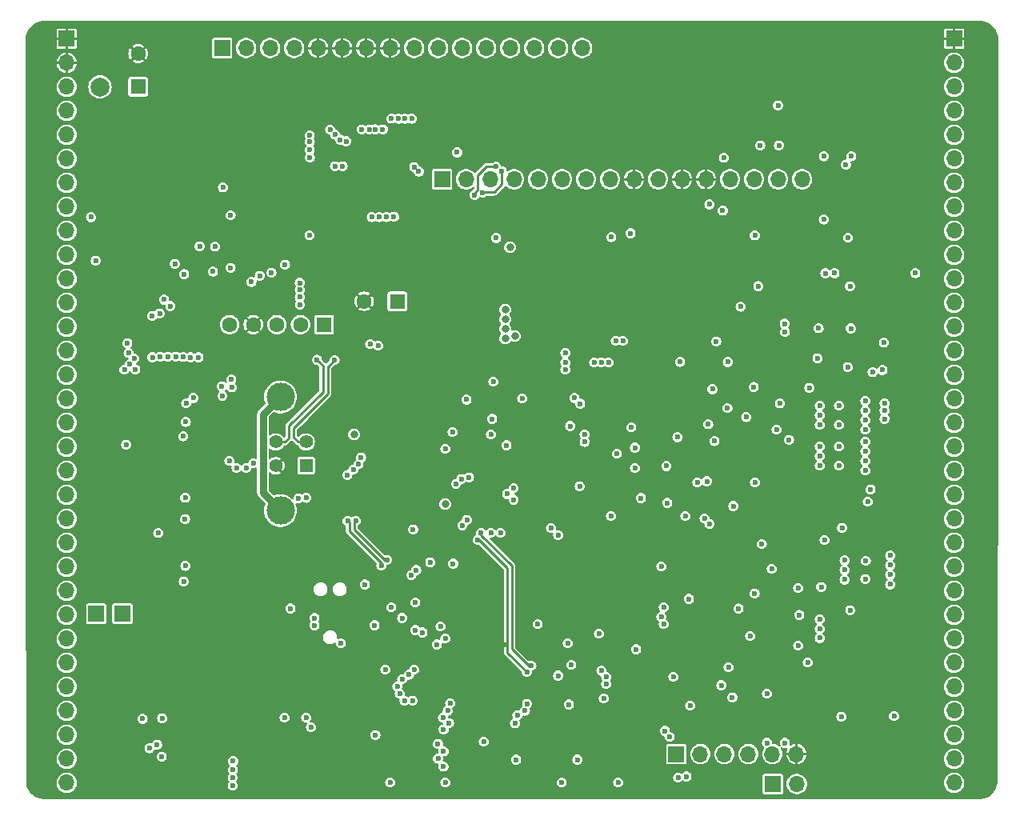
<source format=gbr>
%TF.GenerationSoftware,KiCad,Pcbnew,7.0.8*%
%TF.CreationDate,2024-09-26T12:51:56+01:00*%
%TF.ProjectId,polygonus-Shortage-Version,706f6c79-676f-46e7-9573-2d53686f7274,rev?*%
%TF.SameCoordinates,Original*%
%TF.FileFunction,Copper,L2,Inr*%
%TF.FilePolarity,Positive*%
%FSLAX46Y46*%
G04 Gerber Fmt 4.6, Leading zero omitted, Abs format (unit mm)*
G04 Created by KiCad (PCBNEW 7.0.8) date 2024-09-26 12:51:56*
%MOMM*%
%LPD*%
G01*
G04 APERTURE LIST*
%TA.AperFunction,ComponentPad*%
%ADD10R,1.600000X1.600000*%
%TD*%
%TA.AperFunction,ComponentPad*%
%ADD11C,1.600000*%
%TD*%
%TA.AperFunction,ComponentPad*%
%ADD12R,1.700000X1.700000*%
%TD*%
%TA.AperFunction,ComponentPad*%
%ADD13O,1.700000X1.700000*%
%TD*%
%TA.AperFunction,ComponentPad*%
%ADD14R,1.400000X1.400000*%
%TD*%
%TA.AperFunction,ComponentPad*%
%ADD15C,1.400000*%
%TD*%
%TA.AperFunction,ComponentPad*%
%ADD16C,3.000000*%
%TD*%
%TA.AperFunction,ViaPad*%
%ADD17C,0.599440*%
%TD*%
%TA.AperFunction,ViaPad*%
%ADD18C,0.800000*%
%TD*%
%TA.AperFunction,ViaPad*%
%ADD19C,0.600000*%
%TD*%
%TA.AperFunction,ViaPad*%
%ADD20C,2.000000*%
%TD*%
%TA.AperFunction,Conductor*%
%ADD21C,0.254000*%
%TD*%
%TA.AperFunction,Conductor*%
%ADD22C,0.762000*%
%TD*%
G04 APERTURE END LIST*
D10*
%TO.N,Net-(C6-Pad1)*%
%TO.C,C6*%
X96348000Y-85119000D03*
D11*
%TO.N,GND*%
X92848000Y-85119000D03*
%TD*%
D10*
%TO.N,Net-(D14-Pad2)*%
%TO.C,J13*%
X88610209Y-87595853D03*
D11*
%TO.N,/USB_D-*%
X86110209Y-87595853D03*
%TO.N,/USB_D+*%
X83610209Y-87595853D03*
%TO.N,GND*%
X81110209Y-87595853D03*
%TO.N,/USB_SHIELD*%
X78610209Y-87595853D03*
%TD*%
D12*
%TO.N,+3V3*%
%TO.C,J11*%
X125881501Y-133044837D03*
D13*
%TO.N,/mcu/AUX_SPI_CS*%
X128421501Y-133044837D03*
%TO.N,/mcu/AUX_SPI_SCK*%
X130961501Y-133044837D03*
%TO.N,/mcu/AUX_SPI_MISO*%
X133501501Y-133044837D03*
%TO.N,/mcu/AUX_SPI_MOSI*%
X136041501Y-133044837D03*
%TO.N,GND*%
X138581501Y-133044837D03*
%TD*%
D10*
%TO.N,/12V_MR*%
%TO.C,C1*%
X68916000Y-62423028D03*
D11*
%TO.N,GND*%
X68916000Y-58923028D03*
%TD*%
D12*
%TO.N,/mcu/UART_TX*%
%TO.C,J12*%
X136088339Y-136214983D03*
D13*
%TO.N,/mcu/UART_RX*%
X138628339Y-136214983D03*
%TD*%
D14*
%TO.N,Net-(D14-Pad2)*%
%TO.C,J14*%
X86696000Y-102518000D03*
D15*
%TO.N,/USB_D-*%
X86696000Y-100018000D03*
%TO.N,/USB_D+*%
X83496000Y-100018000D03*
%TO.N,GND*%
X83496000Y-102518000D03*
D16*
%TO.N,/USB_SHIELD*%
X83986000Y-107288000D03*
X83986000Y-95248000D03*
%TD*%
D12*
%TO.N,/mcu/BOOT0*%
%TO.C,J16*%
X67258834Y-118181164D03*
%TD*%
%TO.N,+3V3*%
%TO.C,J15*%
X64502327Y-118189319D03*
%TD*%
%TO.N,GND*%
%TO.C,J4*%
X61363317Y-57335316D03*
D13*
X61363317Y-59875316D03*
%TO.N,/12V_MR*%
X61363317Y-62415316D03*
%TO.N,/LS1*%
X61363317Y-64955316D03*
%TO.N,/LS2*%
X61363317Y-67495316D03*
%TO.N,/LS3*%
X61363317Y-70035316D03*
%TO.N,/LS4*%
X61363317Y-72575316D03*
%TO.N,/LS5*%
X61363317Y-75115316D03*
%TO.N,/LS6*%
X61363317Y-77655316D03*
%TO.N,/LS7*%
X61363317Y-80195316D03*
%TO.N,/LS8*%
X61363317Y-82735316D03*
%TO.N,/IGN12*%
X61363317Y-85275316D03*
%TO.N,/IGN11*%
X61363317Y-87815316D03*
%TO.N,/IGN10*%
X61363317Y-90355316D03*
%TO.N,/IGN9*%
X61363317Y-92895316D03*
%TO.N,/IGN8*%
X61363317Y-95435316D03*
%TO.N,/IGN7*%
X61363317Y-97975316D03*
%TO.N,/IGN6*%
X61363317Y-100515316D03*
%TO.N,/IGN5*%
X61363317Y-103055316D03*
%TO.N,/IGN4*%
X61363317Y-105595316D03*
%TO.N,/IGN3*%
X61363317Y-108135316D03*
%TO.N,/IGN2*%
X61363317Y-110675316D03*
%TO.N,/IGN1*%
X61363317Y-113215316D03*
%TO.N,/LS9*%
X61363317Y-115755316D03*
%TO.N,/LS10*%
X61363317Y-118295316D03*
%TO.N,/LS11*%
X61363317Y-120835316D03*
%TO.N,/LS12*%
X61363317Y-123375316D03*
%TO.N,/LS13*%
X61363317Y-125915316D03*
%TO.N,/LS14*%
X61363317Y-128455316D03*
%TO.N,/LS15*%
X61363317Y-130995316D03*
%TO.N,/LS16*%
X61363317Y-133535316D03*
%TO.N,/12V_MR*%
X61363317Y-136075316D03*
%TD*%
D12*
%TO.N,+5V*%
%TO.C,J6*%
X101082286Y-72212971D03*
D13*
%TO.N,+3V3*%
X103622286Y-72212971D03*
%TO.N,/ETB1_PWM*%
X106162286Y-72212971D03*
%TO.N,/ETB1_DIS*%
X108702286Y-72212971D03*
%TO.N,/ETB1_DIR*%
X111242286Y-72212971D03*
%TO.N,/ETB2_PWM*%
X113782286Y-72212971D03*
%TO.N,/ETB2_DIS*%
X116322286Y-72212971D03*
%TO.N,/ETB2_DIR*%
X118862286Y-72212971D03*
%TO.N,GND*%
X121402286Y-72212971D03*
%TO.N,/12V_RAW*%
X123942286Y-72212971D03*
%TO.N,GND*%
X126482286Y-72212971D03*
X129022286Y-72212971D03*
%TO.N,/CAN+*%
X131562286Y-72212971D03*
%TO.N,/CAN-*%
X134102286Y-72212971D03*
%TO.N,/VR2+*%
X136642286Y-72212971D03*
%TO.N,/VR1+*%
X139182286Y-72212971D03*
%TD*%
D12*
%TO.N,GND*%
%TO.C,J5*%
X155276000Y-57330221D03*
D13*
%TO.N,Net-(F2-Pad1)*%
X155276000Y-59870221D03*
%TO.N,Net-(F1-Pad2)*%
X155276000Y-62410221D03*
%TO.N,/5V_SENSOR_2*%
X155276000Y-64950221D03*
X155276000Y-67490221D03*
%TO.N,unconnected-(J5-Pad6)*%
X155276000Y-70030221D03*
%TO.N,unconnected-(J5-Pad7)*%
X155276000Y-72570221D03*
%TO.N,/5V_SENSOR_1*%
X155276000Y-75110221D03*
X155276000Y-77650221D03*
%TO.N,/DIGITAL_6*%
X155276000Y-80190221D03*
%TO.N,/DIGITAL_5*%
X155276000Y-82730221D03*
%TO.N,/DIGITAL_4*%
X155276000Y-85270221D03*
%TO.N,/DIGITAL_3*%
X155276000Y-87810221D03*
%TO.N,/DIGITAL_2*%
X155276000Y-90350221D03*
%TO.N,/DIGITAL_1*%
X155276000Y-92890221D03*
%TO.N,/AT4*%
X155276000Y-95430221D03*
%TO.N,/AT3*%
X155276000Y-97970221D03*
%TO.N,/AT2*%
X155276000Y-100510221D03*
%TO.N,/AT1*%
X155276000Y-103050221D03*
%TO.N,/AV11*%
X155276000Y-105590221D03*
%TO.N,/AV10*%
X155276000Y-108130221D03*
%TO.N,/AV9*%
X155276000Y-110670221D03*
%TO.N,/AV8*%
X155276000Y-113210221D03*
%TO.N,/AV7*%
X155276000Y-115750221D03*
%TO.N,/AV6*%
X155276000Y-118290221D03*
%TO.N,/AV5*%
X155276000Y-120830221D03*
%TO.N,/AV4*%
X155276000Y-123370221D03*
%TO.N,/AV3*%
X155276000Y-125910221D03*
%TO.N,/AV2*%
X155276000Y-128450221D03*
%TO.N,/AV1*%
X155276000Y-130990221D03*
%TO.N,/KNOCK_1*%
X155276000Y-133530221D03*
%TO.N,/KNOCK_2*%
X155276000Y-136070221D03*
%TD*%
D12*
%TO.N,/HS1*%
%TO.C,J7*%
X77806000Y-58321088D03*
D13*
%TO.N,/HS2*%
X80346000Y-58321088D03*
%TO.N,/HS3*%
X82886000Y-58321088D03*
%TO.N,/HS4*%
X85426000Y-58321088D03*
%TO.N,GND*%
X87966000Y-58321088D03*
X90506000Y-58321088D03*
X93046000Y-58321088D03*
X95586000Y-58321088D03*
%TO.N,/CAN2+*%
X98126000Y-58321088D03*
%TO.N,/CAN2-*%
X100666000Y-58321088D03*
%TO.N,/RC1*%
X103206000Y-58321088D03*
%TO.N,/RC2*%
X105746000Y-58321088D03*
%TO.N,/Perm_Live*%
X108286000Y-58321088D03*
%TO.N,/RSVD*%
X110826000Y-58321088D03*
X113366000Y-58321088D03*
X115906000Y-58321088D03*
%TD*%
D17*
%TO.N,GND*%
X86443372Y-114752264D03*
X83843439Y-69242269D03*
X149579411Y-86449104D03*
X128305902Y-92916261D03*
X60428343Y-117073386D03*
X138735879Y-96962155D03*
X105118851Y-114448145D03*
X99509658Y-121464630D03*
X84980333Y-130186379D03*
X80680002Y-128033010D03*
X90845182Y-99528349D03*
X136547698Y-121794094D03*
X127717709Y-106988421D03*
X140592193Y-128179610D03*
X97570725Y-117848966D03*
X88771895Y-91335076D03*
X133509960Y-86439771D03*
X148332983Y-80372886D03*
X99649727Y-70878820D03*
X139253787Y-86489316D03*
X138098260Y-93391860D03*
X69185247Y-132039582D03*
X130921826Y-89535132D03*
X66653041Y-71650404D03*
X152850932Y-101464781D03*
X132937527Y-123232801D03*
X106589781Y-91795916D03*
X153842836Y-134009932D03*
X108253662Y-131984557D03*
X106575574Y-90218908D03*
X127796273Y-136202319D03*
X109530688Y-93401339D03*
X126552090Y-137226916D03*
X72202779Y-86620052D03*
X151859029Y-121597737D03*
X98272981Y-90830037D03*
X72246995Y-56239811D03*
X113972911Y-124126185D03*
X88534269Y-59720304D03*
X118033670Y-128339288D03*
X131290055Y-92492041D03*
X155840047Y-111933382D03*
X149740002Y-112292522D03*
X117045031Y-107384891D03*
X143360099Y-131684454D03*
X69902670Y-93884548D03*
X103612587Y-133628376D03*
X155893663Y-127200651D03*
X125865546Y-76947513D03*
X106561366Y-91071345D03*
X89937730Y-113594149D03*
X138719136Y-79353441D03*
X144034736Y-79354174D03*
X120031741Y-98023981D03*
X126772291Y-117485105D03*
X109151092Y-63605082D03*
X106575574Y-89380678D03*
X101685004Y-102361720D03*
X74007103Y-96792466D03*
X130836012Y-87561644D03*
X77823130Y-59788528D03*
X143496414Y-121254160D03*
X106210920Y-63859181D03*
X92901790Y-91768220D03*
X151416694Y-125042591D03*
X133841970Y-96335886D03*
X114910674Y-63567196D03*
X72620612Y-135616514D03*
X130638507Y-95794656D03*
X113875791Y-131262541D03*
X115600941Y-126624275D03*
X103942760Y-109292163D03*
X113488313Y-93524630D03*
X75293826Y-76024845D03*
X155853451Y-89079393D03*
X136829567Y-75077049D03*
X100457529Y-86176845D03*
X97376325Y-98841462D03*
X146833881Y-109172905D03*
X153282115Y-117409034D03*
X97070465Y-93282883D03*
X71179631Y-111005742D03*
X100447131Y-117823419D03*
X70431039Y-129085546D03*
X81798901Y-125355793D03*
X152968035Y-68399172D03*
X79538254Y-124651260D03*
X97390436Y-115109709D03*
X103872356Y-124929048D03*
X89796259Y-97486107D03*
X94478486Y-106106236D03*
X135350273Y-74621384D03*
X91866837Y-118173259D03*
X111438858Y-123390035D03*
X65550679Y-123187766D03*
X149445112Y-108941497D03*
X69864784Y-99254900D03*
X115999899Y-74304959D03*
X112614750Y-116976101D03*
X71955343Y-127113205D03*
X138733343Y-78358931D03*
X107992283Y-134645271D03*
X142560285Y-122653322D03*
X147908520Y-99339072D03*
X93103005Y-120112654D03*
X115333957Y-111274539D03*
X77725043Y-101114539D03*
X73733954Y-100524192D03*
X138840895Y-109314126D03*
X138195106Y-91460820D03*
X143282453Y-104222346D03*
X74232109Y-106845964D03*
X142531319Y-99397156D03*
X122168950Y-132039530D03*
X84915192Y-86419357D03*
X80644522Y-78656335D03*
X112752253Y-119634944D03*
X59407431Y-57307444D03*
X155833345Y-129740727D03*
X143487478Y-119922686D03*
X139186766Y-89505238D03*
X138099202Y-109340934D03*
X138152684Y-103855137D03*
X134443221Y-136533692D03*
X146015563Y-113571607D03*
X72062395Y-121905501D03*
X116907827Y-83578820D03*
X108273084Y-104169268D03*
X138678546Y-122921943D03*
X153311354Y-105947434D03*
X141262239Y-74963391D03*
X105079669Y-119396796D03*
X140411929Y-133795467D03*
X155853451Y-122120497D03*
X69894886Y-119882976D03*
X128259473Y-125602214D03*
X136829184Y-120315175D03*
X155866855Y-101786479D03*
X68409194Y-77988666D03*
X148414176Y-116102057D03*
X127804989Y-97773257D03*
X153735566Y-136421660D03*
X151944678Y-85036036D03*
X71346591Y-64007708D03*
X130417592Y-93741444D03*
X153320076Y-99628419D03*
X131900944Y-120355387D03*
X76941569Y-127243634D03*
X152968035Y-66469413D03*
X136042192Y-115726742D03*
X72270912Y-67133433D03*
X146121153Y-89532046D03*
X123551729Y-122614599D03*
X75168822Y-133200433D03*
X109514815Y-96270649D03*
X113793034Y-61426632D03*
X122593871Y-86769642D03*
X147341848Y-119667547D03*
X103712393Y-85334706D03*
X135723193Y-64389586D03*
X112932436Y-133749192D03*
X143383555Y-118491420D03*
X144089488Y-80902034D03*
X109544896Y-91909574D03*
X135397874Y-86475912D03*
X107878329Y-111231634D03*
X62899884Y-85326075D03*
X143638442Y-134497765D03*
X80907671Y-75878651D03*
X123974007Y-132813980D03*
X145980641Y-129919678D03*
X111519869Y-64618535D03*
X88269904Y-83525646D03*
X120272346Y-135050984D03*
X141403832Y-80929701D03*
X100467574Y-96171491D03*
X125140367Y-91597792D03*
X112458142Y-125357820D03*
X91468473Y-131999778D03*
X105813116Y-66190807D03*
X78670464Y-132911366D03*
X142420059Y-111343846D03*
X152587931Y-87258183D03*
X82545043Y-88977623D03*
X93101491Y-131906419D03*
X132266982Y-103924286D03*
X109530688Y-91142381D03*
X109495323Y-101338703D03*
X130848302Y-66822618D03*
X130713653Y-111976270D03*
X102035450Y-94886897D03*
X75225449Y-129868884D03*
X99312246Y-115785621D03*
X133274320Y-74153563D03*
X76122883Y-96133576D03*
X119702595Y-131999317D03*
X91853970Y-65801444D03*
X118336429Y-102434058D03*
X111200031Y-126978016D03*
X154100801Y-111853667D03*
X109417030Y-84848555D03*
X120923908Y-133254369D03*
X75606219Y-128610290D03*
X71123052Y-96329751D03*
X105865210Y-84948006D03*
X107000905Y-127648254D03*
X117278554Y-75604925D03*
X130023752Y-119788184D03*
X122426734Y-81667929D03*
X62409897Y-127068202D03*
X66801165Y-133615733D03*
X153722199Y-80608002D03*
X105624529Y-107492195D03*
X150950560Y-77375477D03*
X142582471Y-86502720D03*
X110843903Y-121086595D03*
X153874437Y-78369595D03*
X155853451Y-114493565D03*
X68435184Y-80573624D03*
X144424578Y-111285687D03*
X90671424Y-67178916D03*
X64104464Y-135464278D03*
X138867532Y-126401334D03*
X107891668Y-137234177D03*
X67475340Y-121719804D03*
X106229643Y-133619857D03*
X95208217Y-131296063D03*
X114277167Y-109886746D03*
X72781491Y-82327951D03*
X83866023Y-117628729D03*
X150741790Y-91519297D03*
X155840047Y-91612768D03*
X63864763Y-66291631D03*
X148457717Y-103959197D03*
X139373779Y-131037327D03*
X122131822Y-76249634D03*
X155840047Y-83999239D03*
X151913965Y-127593650D03*
X62174087Y-101620095D03*
X103684678Y-62048710D03*
X90985158Y-120264567D03*
X96203774Y-96889640D03*
X132999462Y-107362584D03*
X62963534Y-109426848D03*
X149880258Y-94909915D03*
X136182281Y-102514727D03*
X135823517Y-92727834D03*
X103230570Y-112858726D03*
X110284770Y-106124116D03*
X104840578Y-116603203D03*
X110510991Y-90218908D03*
X58063108Y-136862708D03*
X68092457Y-112391217D03*
X156330495Y-78691222D03*
X142600343Y-89549919D03*
X155893663Y-106866633D03*
X149029072Y-125891303D03*
X149727777Y-100151179D03*
X106575574Y-92563109D03*
X123548478Y-90351846D03*
X87389132Y-137103692D03*
X66524853Y-137051072D03*
X83382599Y-92822105D03*
X123227873Y-115525681D03*
X103045800Y-70284137D03*
X136786120Y-130384123D03*
X123375271Y-84169709D03*
X150237133Y-106544934D03*
X106575574Y-88627692D03*
X134626129Y-66503367D03*
X149579411Y-89532046D03*
X62896585Y-82545092D03*
X142553659Y-129977763D03*
X109564007Y-134955382D03*
X132557126Y-128474039D03*
X125861590Y-97646970D03*
X99328101Y-60703726D03*
X155950391Y-81410428D03*
X76856822Y-135022694D03*
X122308504Y-116919822D03*
X86187641Y-81588397D03*
X117199533Y-86771919D03*
X150599695Y-68896232D03*
X110650857Y-74006606D03*
X149218422Y-129948490D03*
X99997295Y-137168934D03*
X69883727Y-95324219D03*
X141248354Y-113464137D03*
X127854750Y-129379938D03*
X85766331Y-59778781D03*
X75086857Y-137197148D03*
X92802440Y-124638325D03*
X80304028Y-100227005D03*
X123389479Y-86712813D03*
X87970003Y-120338213D03*
X101769755Y-113701916D03*
X66674360Y-109956595D03*
X107777493Y-121478052D03*
X124941269Y-81580213D03*
X64333254Y-127207636D03*
X123403686Y-85093183D03*
X66654867Y-106350479D03*
X153025186Y-114828667D03*
X147947862Y-93624489D03*
X118301944Y-93879135D03*
X101478103Y-111382271D03*
X144634220Y-116209290D03*
X120476208Y-116120629D03*
X135730837Y-68651501D03*
X90841667Y-116797714D03*
X85277478Y-127918000D03*
X87552239Y-117416690D03*
X66518420Y-95805027D03*
X94896704Y-90894167D03*
X155840047Y-117026940D03*
X153552811Y-96351443D03*
X65713786Y-124807961D03*
X79719253Y-114184897D03*
X131950575Y-101927471D03*
X133709879Y-91411706D03*
X132758188Y-126476830D03*
X63022012Y-113549516D03*
X75586214Y-94240603D03*
X74782529Y-127037088D03*
X127121907Y-81785509D03*
X120055664Y-95406359D03*
X153611288Y-97637949D03*
X84042341Y-101281967D03*
X71113306Y-104565340D03*
X104664753Y-111288261D03*
X130862509Y-65288232D03*
X135948364Y-117522891D03*
X132201582Y-134136113D03*
X96784327Y-69592314D03*
X110244171Y-132648060D03*
X131226753Y-103107032D03*
X135284861Y-129982000D03*
X126887193Y-122495812D03*
X125910851Y-120532495D03*
X138648099Y-80433194D03*
X107192801Y-102372771D03*
X124226076Y-129662392D03*
X80688531Y-59788528D03*
X134272256Y-80021183D03*
X66674360Y-113660173D03*
X120568436Y-108549888D03*
X144061074Y-80134841D03*
X141673457Y-93343946D03*
X79855075Y-86375372D03*
X141446934Y-66694753D03*
X130840480Y-84509977D03*
X74319825Y-114028957D03*
X84908661Y-67068983D03*
X77928933Y-131262526D03*
X117088283Y-113145821D03*
X62136308Y-122122134D03*
X122570353Y-95562639D03*
X100467563Y-79643956D03*
X100827750Y-122408865D03*
X64329285Y-70089374D03*
X109652230Y-125342128D03*
X102218641Y-97467239D03*
X66618381Y-102789646D03*
X78121391Y-89109248D03*
X101243390Y-59973706D03*
X108664044Y-84848555D03*
X123346857Y-85902998D03*
X69855312Y-97521612D03*
X65572426Y-132213014D03*
X143302800Y-97179676D03*
X72035468Y-128349396D03*
X125946058Y-84640538D03*
X67220920Y-58345284D03*
X151141910Y-101605524D03*
X84620996Y-63656843D03*
X151187406Y-110160692D03*
X62963534Y-97731338D03*
X119957273Y-126610870D03*
X136124261Y-112024466D03*
X150383314Y-83359894D03*
X133132570Y-76414740D03*
X68258253Y-124818835D03*
X116849833Y-119846729D03*
X119614724Y-99817151D03*
X82641231Y-130215618D03*
X147463598Y-106269061D03*
X152426543Y-70745138D03*
X95346937Y-111300529D03*
X155880259Y-94172951D03*
X97875820Y-85093183D03*
X120395141Y-101967765D03*
X73959214Y-126980485D03*
X71478636Y-134389598D03*
X137179096Y-127753888D03*
X120753501Y-103857012D03*
X109516481Y-92676768D03*
X102481790Y-78905339D03*
X132490623Y-113627269D03*
X103726601Y-83729283D03*
X141440410Y-106239822D03*
X77454487Y-111129597D03*
X85356204Y-96914550D03*
X145156034Y-109793108D03*
X131096080Y-109467028D03*
X117940931Y-82311807D03*
X60522272Y-132264306D03*
X89384279Y-78292308D03*
X155853451Y-124653872D03*
X126043521Y-88811937D03*
X120071285Y-93838923D03*
X142076741Y-131843018D03*
X94474464Y-75147682D03*
X105069602Y-84962214D03*
X72037188Y-75763412D03*
X132366851Y-94212234D03*
X106632403Y-84919592D03*
X62905057Y-105362659D03*
X151190509Y-74552689D03*
X147100574Y-125015783D03*
X68393475Y-85059627D03*
X109091328Y-80596465D03*
X75838437Y-117677282D03*
X118092148Y-132296269D03*
X111803853Y-90360981D03*
X88158888Y-68159614D03*
X129609077Y-134214083D03*
X147864608Y-133768658D03*
X103270612Y-66094357D03*
X126337624Y-115968016D03*
X146121153Y-86475912D03*
X141461141Y-78330516D03*
X140551875Y-71170046D03*
X64767309Y-91288078D03*
X155880259Y-104306450D03*
X93458329Y-100673758D03*
X91389037Y-75392355D03*
X148991000Y-75361195D03*
X103726601Y-84496477D03*
X141489556Y-65146159D03*
X155853451Y-109373199D03*
X76569012Y-67133433D03*
X125519437Y-105929497D03*
X155866855Y-119560314D03*
X132070128Y-63938540D03*
X113627282Y-100091659D03*
X132936772Y-71170046D03*
X72246995Y-60723482D03*
X99852737Y-131275957D03*
X83349259Y-59817766D03*
X147785225Y-131472885D03*
X107725277Y-74051703D03*
X70163137Y-113743547D03*
X69760954Y-135125747D03*
X74855245Y-72954774D03*
X111853579Y-87967054D03*
X83047832Y-101281967D03*
X99547541Y-63092509D03*
X75805030Y-99214019D03*
X134001391Y-109585188D03*
X65042961Y-116261475D03*
X149245583Y-136420483D03*
X88260433Y-85078975D03*
X139981920Y-91610263D03*
X136203249Y-106734181D03*
X116059566Y-121277989D03*
X113357344Y-74091849D03*
X135406810Y-89514174D03*
X102234352Y-90624712D03*
D18*
%TO.N,+5V*%
X107778000Y-88040000D03*
X107778000Y-87024000D03*
X107778000Y-86008000D03*
X108794000Y-88802000D03*
D17*
X130638000Y-125759000D03*
X146650808Y-92618310D03*
D18*
X107778000Y-89056000D03*
D17*
X120224000Y-89310000D03*
X144263248Y-83533533D03*
X102190000Y-98962000D03*
X106813733Y-78424334D03*
X146132000Y-106328000D03*
X131289061Y-96420764D03*
X143831509Y-70665700D03*
D18*
X91776000Y-99216000D03*
D17*
X131908000Y-106793380D03*
X131321029Y-91546911D03*
X67468447Y-92358000D03*
X141052000Y-97184000D03*
X67647411Y-100295853D03*
X71048231Y-109640317D03*
X143691414Y-113563709D03*
X141052000Y-119790000D03*
X134557725Y-83533534D03*
X106381000Y-97565000D03*
X119462000Y-89310000D03*
X134062536Y-94199810D03*
X136640103Y-64398788D03*
X136735295Y-68619360D03*
X138766000Y-115472000D03*
X141052000Y-101502000D03*
X134194000Y-104296000D03*
X135464000Y-126648000D03*
X135972000Y-113440000D03*
X125992099Y-99504339D03*
%TO.N,+3V3*%
X117176000Y-91596000D03*
X117938000Y-91596000D03*
X118700000Y-91596000D03*
X131400000Y-123854000D03*
X87204000Y-130204000D03*
X105492000Y-131728000D03*
X95586000Y-136046000D03*
X101428000Y-100740000D03*
D19*
X127336000Y-127918000D03*
X148918680Y-129020660D03*
D17*
X85045000Y-117631000D03*
X121113000Y-98454000D03*
X114128000Y-91596000D03*
X92919000Y-115091000D03*
X121494000Y-102772000D03*
X115398000Y-133633000D03*
X102259855Y-112894623D03*
X114128000Y-92358000D03*
D19*
X115652000Y-104701566D03*
D18*
X101428000Y-106582000D03*
D17*
X90379000Y-121314000D03*
D19*
X121619667Y-121950333D03*
D17*
X95078000Y-124108000D03*
D19*
X131809698Y-127057698D03*
X124288000Y-113186000D03*
X118192000Y-127156000D03*
X118954000Y-107852000D03*
D17*
X107905000Y-100359000D03*
D19*
X143350146Y-129094828D03*
D17*
X98024400Y-109274400D03*
X101936000Y-127664000D03*
D19*
X114636000Y-98327000D03*
D17*
X119002273Y-78324847D03*
X114128000Y-90580000D03*
%TO.N,/mcu/AV4*%
X125558000Y-124870000D03*
X133686000Y-120552000D03*
%TO.N,/mcu/AV2*%
X117684000Y-120298000D03*
X139782000Y-123346000D03*
%TO.N,/mcu/AV5*%
X124542000Y-119282000D03*
X134170633Y-116055725D03*
%TO.N,/mcu/AV6*%
X124288000Y-118520000D03*
X141215557Y-115352032D03*
%TO.N,/mcu/AV9*%
X129391632Y-108685120D03*
X143413439Y-109106342D03*
%TO.N,/mcu/AV10*%
X128860000Y-108106000D03*
X146426241Y-105046781D03*
%TO.N,/5V_SENSOR_1*%
X144398964Y-69771176D03*
X141497818Y-69771176D03*
X130918191Y-69927525D03*
%TO.N,/5V_SENSOR_2*%
X141482146Y-76459902D03*
%TO.N,/mcu/nRESET*%
X111207000Y-119282000D03*
X93935000Y-119409000D03*
X100920000Y-119536000D03*
%TO.N,/mcu/SWDIO*%
X98253000Y-116996000D03*
X87585000Y-119409000D03*
%TO.N,/mcu/SWCLK*%
X87585000Y-118647000D03*
X95713000Y-117504000D03*
X96856000Y-118647000D03*
%TO.N,/mcu/5V_SENSOR_1_PG*%
X126955000Y-135411000D03*
X144045916Y-78383854D03*
%TO.N,/mcu/5V_SENSOR_2_PG*%
X126066000Y-135538000D03*
X134191182Y-78143291D03*
%TO.N,/mcu/AT2*%
X128098000Y-104296000D03*
X137811875Y-99785875D03*
%TO.N,/mcu/AT1*%
X129114000Y-104169000D03*
X136480000Y-98708000D03*
%TO.N,/mcu/AT3*%
X133261486Y-97383980D03*
X124923000Y-106455000D03*
%TO.N,Net-(C33-Pad1)*%
X130098312Y-89380012D03*
X129702906Y-94426278D03*
%TO.N,Net-(C34-Pad1)*%
X140821465Y-91165699D03*
X144033378Y-92098452D03*
%TO.N,Net-(C42-Pad1)*%
X145878000Y-98708000D03*
X141052000Y-98200000D03*
%TO.N,Net-(C43-Pad1)*%
X143084000Y-98200000D03*
X145878000Y-97692000D03*
%TO.N,Net-(C44-Pad1)*%
X143084000Y-96168000D03*
X145878000Y-96676000D03*
%TO.N,Net-(C45-Pad1)*%
X141052000Y-96168000D03*
X145878000Y-95660000D03*
%TO.N,Net-(C48-Pad1)*%
X141060141Y-120757140D03*
X138766000Y-121568000D03*
%TO.N,/mcu/12V_DIVIDED*%
X126281596Y-91534587D03*
X126828000Y-107852000D03*
%TO.N,Net-(C50-Pad1)*%
X141052000Y-118774000D03*
X144285755Y-117814098D03*
%TO.N,Net-(C52-Pad1)*%
X143691414Y-114579709D03*
X148517414Y-115087709D03*
%TO.N,Net-(C53-Pad1)*%
X148517414Y-114071709D03*
X145879421Y-114511171D03*
%TO.N,Net-(C54-Pad1)*%
X148517414Y-113055709D03*
X145929909Y-112592633D03*
%TO.N,/ETB2_DIR*%
X108660597Y-106118641D03*
%TO.N,/ETB2_DIS*%
X107972825Y-105515651D03*
%TO.N,Net-(C55-Pad1)*%
X148517414Y-112039709D03*
X143691414Y-112547709D03*
%TO.N,Net-(C57-Pad1)*%
X145878000Y-103026000D03*
X141052000Y-102518000D03*
%TO.N,Net-(C58-Pad1)*%
X145878000Y-102010000D03*
X143084000Y-102518000D03*
%TO.N,Net-(C59-Pad1)*%
X143084000Y-100486000D03*
X145878000Y-100994000D03*
%TO.N,Net-(C60-Pad1)*%
X141052000Y-100486000D03*
X145878000Y-99978000D03*
%TO.N,/lowside_quad1/IN1*%
X75309545Y-91050508D03*
X86043425Y-85485738D03*
X98126000Y-124108000D03*
%TO.N,/lowside_quad1/IN3*%
X86017435Y-83926337D03*
X73686549Y-91017033D03*
X96856000Y-125124000D03*
%TO.N,/lowside_quad1/IN2*%
X74471367Y-91050508D03*
X97594368Y-124639632D03*
X86027281Y-84691468D03*
%TO.N,/lowside_quad1/IN4*%
X72903265Y-90982024D03*
X96348000Y-125886000D03*
X86017435Y-83174994D03*
%TO.N,/lowside_quad2/IN1*%
X72071982Y-90995013D03*
X96602000Y-126648000D03*
X80908296Y-83074639D03*
%TO.N,/lowside_quad2/IN3*%
X70436416Y-91050508D03*
X97966732Y-127395072D03*
X83030617Y-82096601D03*
%TO.N,/lowside_quad2/IN2*%
X71254352Y-90994349D03*
X81798979Y-82418208D03*
X97110000Y-127410000D03*
%TO.N,/lowside_quad2/IN4*%
X101680241Y-128448273D03*
X67771535Y-89552652D03*
X84459708Y-81254813D03*
%TO.N,/ETB1_DIR*%
X103935160Y-103754820D03*
%TO.N,/ETB1_DIS*%
X103132946Y-103924701D03*
%TO.N,/lowside_quad4/IN4*%
X101231612Y-134355561D03*
X78934042Y-136379418D03*
%TO.N,/lowside_quad4/IN2*%
X101242831Y-132751170D03*
X78948065Y-134696581D03*
%TO.N,/lowside_quad4/IN3*%
X78934042Y-135523976D03*
X100659416Y-133514097D03*
%TO.N,/lowside_quad4/IN1*%
X100649446Y-131971846D03*
X78976113Y-133799068D03*
%TO.N,/highside_quad/IN1*%
X97825119Y-114103245D03*
X93637657Y-76213144D03*
%TO.N,/highside_quad/IN3*%
X103235992Y-108833684D03*
X95205721Y-76204480D03*
%TO.N,/highside_quad/IN2*%
X94417357Y-76204480D03*
X98356399Y-113571966D03*
%TO.N,/mcu/CAN_RX*%
X106254000Y-109630000D03*
X106254000Y-99216000D03*
%TO.N,/mcu/CAN_TX*%
X109556000Y-95406000D03*
X107270000Y-109630000D03*
%TO.N,/highside_quad/IN4*%
X95994085Y-76178490D03*
X103724080Y-108262470D03*
%TO.N,/ign1/IN4*%
X86696000Y-105921600D03*
X73905034Y-105908649D03*
%TO.N,/AT4*%
X147910000Y-95914000D03*
%TO.N,/AT2*%
X147910000Y-97565000D03*
%TO.N,/AT3*%
X147910000Y-96676000D03*
%TO.N,/HS4*%
X95744926Y-65784676D03*
X97169870Y-65804107D03*
X96459505Y-65804107D03*
X97866026Y-65804107D03*
%TO.N,/HS2*%
X89767876Y-67480566D03*
X90947080Y-68190931D03*
X102687460Y-69369474D03*
X89236000Y-66958000D03*
X90307752Y-68020442D03*
%TO.N,/HS3*%
X92595126Y-66926483D03*
X94809285Y-66924988D03*
X93390733Y-66926483D03*
X94015853Y-66926483D03*
%TO.N,/HS1*%
X87057848Y-78134240D03*
X87082700Y-69111300D03*
X87078928Y-67568241D03*
X87096907Y-69898907D03*
X87096907Y-68247760D03*
%TO.N,/LS9*%
X101174000Y-129188000D03*
%TO.N,/LS10*%
X101820636Y-129766620D03*
%TO.N,/LS11*%
X101248441Y-130441170D03*
%TO.N,/LS12*%
X94034308Y-131019790D03*
%TO.N,/CAN+*%
X129380719Y-74869112D03*
X115096263Y-95358263D03*
%TO.N,/CAN-*%
X130795195Y-75512333D03*
X115699737Y-95961737D03*
%TO.N,Net-(C80-Pad1)*%
X114382000Y-121314000D03*
X124542000Y-117504000D03*
%TO.N,/ign1/IN3*%
X85883200Y-105972400D03*
X73892039Y-108182776D03*
%TO.N,/ign1/IN1*%
X99015000Y-120171000D03*
X73749094Y-114771247D03*
%TO.N,/ign1/IN2*%
X73911532Y-113127378D03*
X98253000Y-119917000D03*
%TO.N,/ign2/IN2*%
X79330000Y-102772000D03*
X73962046Y-97890200D03*
%TO.N,/IGN9*%
X91067247Y-103515620D03*
X77839673Y-95129380D03*
X68616065Y-92332010D03*
%TO.N,/IGN10*%
X91691007Y-102937000D03*
X68054699Y-91789899D03*
X77770001Y-94118300D03*
%TO.N,/IGN11*%
X68486115Y-91174759D03*
X92246000Y-102348002D03*
X78822597Y-94235255D03*
%TO.N,/IGN12*%
X92517994Y-101647621D03*
X67908556Y-90596139D03*
X78783612Y-93397077D03*
%TO.N,/mcu/DIGITAL5*%
X129260378Y-98126157D03*
X124832268Y-102554268D03*
%TO.N,/mcu/DIGITAL2*%
X136840934Y-95923748D03*
X129914047Y-99913125D03*
%TO.N,/mcu/DIGITAL1*%
X99847117Y-112751646D03*
X122129000Y-105947000D03*
%TO.N,/DIGITAL_5*%
X137350003Y-87493676D03*
%TO.N,/DIGITAL_6*%
X132683659Y-85695086D03*
%TO.N,/DIGITAL_1*%
X140944780Y-87968001D03*
%TO.N,/DIGITAL_2*%
X147850428Y-89483158D03*
%TO.N,/DIGITAL_3*%
X144344295Y-88001659D03*
%TO.N,/DIGITAL_4*%
X137373311Y-88371903D03*
%TO.N,/ign2/IN1*%
X73691189Y-99412193D03*
X78568000Y-102010000D03*
%TO.N,/ign2/IN3*%
X74001972Y-95916535D03*
X80346000Y-102772000D03*
%TO.N,/ign2/IN4*%
X74755683Y-95357749D03*
X81108000Y-102264000D03*
%TO.N,/VR2+*%
X134760663Y-68623603D03*
D19*
%TO.N,/USB_D+*%
X91095000Y-108360000D03*
X94658871Y-113097129D03*
X87839561Y-91312427D03*
%TO.N,/USB_D-*%
X95262741Y-112493259D03*
X91949000Y-108360000D03*
X89710842Y-91338417D03*
D18*
%TO.N,/12V_PROT*%
X108286000Y-79404000D03*
D17*
X141654122Y-82154864D03*
X142623306Y-82150694D03*
X151169861Y-82144909D03*
%TO.N,/mcu/LED1*%
X101428000Y-136046000D03*
X108804446Y-129786228D03*
%TO.N,/mcu/LED2*%
X109048000Y-128934000D03*
X108921000Y-133633000D03*
%TO.N,/mcu/LED3*%
X113747000Y-136046000D03*
X109871234Y-128449632D03*
%TO.N,/mcu/LED4*%
X119716000Y-136046000D03*
X110082421Y-127728060D03*
%TO.N,Net-(C8-Pad1)*%
X106508000Y-93628000D03*
X103674896Y-95530405D03*
%TO.N,Net-(R57-Pad2)*%
X138892428Y-118317851D03*
X132452441Y-117652151D03*
%TO.N,Net-(R69-Pad2)*%
X141560000Y-110392000D03*
X134922265Y-110811205D03*
%TO.N,/knock/FILTERED_1*%
X114509000Y-127791000D03*
X124669000Y-130585000D03*
%TO.N,/knock/FILTERED_2*%
X125177000Y-131220000D03*
X113366000Y-124743000D03*
%TO.N,Net-(RN6-Pad5)*%
X78706364Y-76016794D03*
X78707216Y-81574423D03*
%TO.N,Net-(RN6-Pad6)*%
X72806956Y-81151377D03*
X63931362Y-76224825D03*
%TO.N,Net-(RN6-Pad7)*%
X76835934Y-81976036D03*
X77893453Y-73063557D03*
%TO.N,Net-(RN6-Pad8)*%
X73782107Y-82248931D03*
%TO.N,Net-(RN8-Pad5)*%
X71222089Y-86400837D03*
%TO.N,Net-(RN8-Pad6)*%
X64438693Y-80825977D03*
X70403404Y-86673732D03*
%TO.N,Net-(RN8-Pad7)*%
X72322334Y-85630325D03*
X77062297Y-79326628D03*
%TO.N,Net-(RN8-Pad8)*%
X75431424Y-79307135D03*
X71662296Y-84945921D03*
%TO.N,/ETB2_PWM*%
X108660597Y-104885841D03*
%TO.N,/ETB1_PWM*%
X102563165Y-104451077D03*
%TO.N,Net-(RN10-Pad6)*%
X71459761Y-129264864D03*
X70928739Y-132060001D03*
%TO.N,Net-(RN10-Pad7)*%
X71418059Y-133307769D03*
%TO.N,Net-(RN10-Pad8)*%
X70121360Y-132426991D03*
X69393301Y-129311439D03*
%TO.N,/mcu/AUX_SPI_MOSI*%
X117946990Y-124226010D03*
%TO.N,/mcu/AUX_SPI_MISO*%
X118446000Y-124870000D03*
%TO.N,/mcu/AUX_SPI_SCK*%
X118446000Y-125632000D03*
%TO.N,/mcu/AUX_SPI_CS*%
X114763000Y-123600000D03*
%TO.N,/mcu/SD_MISO*%
X84410000Y-129188000D03*
X86696000Y-129188000D03*
%TO.N,/RC1*%
X110056831Y-124344071D03*
X106792368Y-70851528D03*
X104874222Y-110380166D03*
X104532019Y-73863771D03*
%TO.N,/RC2*%
X107396388Y-71354878D03*
X105370404Y-73613662D03*
X105218691Y-109664433D03*
X110539384Y-123681072D03*
%TO.N,/mcu/UART_RX*%
X137369000Y-131855000D03*
X100539000Y-121441000D03*
%TO.N,/mcu/UART_TX*%
X135464000Y-131855000D03*
X101428000Y-120806000D03*
%TO.N,/CAN2+*%
X93483769Y-89648613D03*
%TO.N,/CAN2-*%
X94316000Y-89818000D03*
%TO.N,/mcu/BARO_SCL*%
X121494000Y-100613000D03*
X119589000Y-101248000D03*
%TO.N,/12V_MR*%
X90561491Y-70816469D03*
X89758861Y-70816469D03*
X98150578Y-70920429D03*
D20*
X64886257Y-62432760D03*
D17*
X98620941Y-71390792D03*
%TO.N,/Keep_Alive/Keep_Alive*%
X121024730Y-77926226D03*
X127209000Y-116615000D03*
%TO.N,Net-(C31-Pad1)*%
X139959129Y-94280282D03*
X147692706Y-92394706D03*
D19*
%TO.N,/mcu/VR_2*%
X116160000Y-99216000D03*
X112604000Y-109122000D03*
%TO.N,/mcu/VR_1*%
X113366000Y-109884000D03*
X116188698Y-100006698D03*
%TD*%
D21*
%TO.N,/USB_D+*%
X84866393Y-98295672D02*
X88474000Y-94688065D01*
X88474000Y-94688065D02*
X88474000Y-91946866D01*
X88474000Y-91946866D02*
X87839561Y-91312427D01*
X94658871Y-113097129D02*
X94658871Y-112852470D01*
X84462533Y-100018000D02*
X84866393Y-99614140D01*
X84866393Y-99614140D02*
X84866393Y-98295672D01*
X91268000Y-109461599D02*
X91268000Y-108533000D01*
X94658871Y-112852470D02*
X91268000Y-109461599D01*
X91268000Y-108533000D02*
X91095000Y-108360000D01*
X83496000Y-100018000D02*
X84462533Y-100018000D01*
%TO.N,/USB_D-*%
X85395241Y-99521720D02*
X85395241Y-98524452D01*
X85395241Y-98524452D02*
X88982000Y-94937693D01*
X86696000Y-100018000D02*
X85891521Y-100018000D01*
X88982000Y-94937693D02*
X88982000Y-92067259D01*
X85891521Y-100018000D02*
X85395241Y-99521720D01*
X91776000Y-108533000D02*
X91949000Y-108360000D01*
X88982000Y-92067259D02*
X89710842Y-91338417D01*
X95262741Y-112493259D02*
X95018082Y-112493259D01*
X91776000Y-109251177D02*
X91776000Y-108533000D01*
X95018082Y-112493259D02*
X91776000Y-109251177D01*
D22*
%TO.N,/USB_SHIELD*%
X82124000Y-97070000D02*
X82124000Y-105386000D01*
X83986000Y-95208000D02*
X82124000Y-97070000D01*
X82124000Y-105386000D02*
X83986000Y-107248000D01*
D21*
%TO.N,/RC1*%
X106792368Y-70851528D02*
X106767405Y-70876491D01*
X105774309Y-70876491D02*
X104839965Y-71810835D01*
X104532019Y-73671854D02*
X104532019Y-73863771D01*
X104839965Y-71810835D02*
X104839965Y-73363908D01*
X104839965Y-73363908D02*
X104532019Y-73671854D01*
X104990743Y-110380166D02*
X108000000Y-113389423D01*
X108000000Y-122287240D02*
X110056831Y-124344071D01*
X104874222Y-110380166D02*
X104990743Y-110380166D01*
X108000000Y-113389423D02*
X108000000Y-122287240D01*
X106767405Y-70876491D02*
X105774309Y-70876491D01*
%TO.N,/RC2*%
X107426953Y-71385443D02*
X107426953Y-72752569D01*
X110224790Y-123681072D02*
X110539384Y-123681072D01*
X107426953Y-72752569D02*
X106591028Y-73588494D01*
X105218691Y-109664433D02*
X105218691Y-109886122D01*
X106591028Y-73588494D02*
X105395572Y-73588494D01*
X108457529Y-121913811D02*
X110224790Y-123681072D01*
X105395572Y-73588494D02*
X105370404Y-73613662D01*
X105218691Y-109886122D02*
X108457529Y-113124960D01*
X108457529Y-113124960D02*
X108457529Y-121913811D01*
X107396388Y-71354878D02*
X107426953Y-71385443D01*
%TD*%
%TA.AperFunction,Conductor*%
%TO.N,GND*%
G36*
X60096864Y-55445567D02*
G01*
X157963403Y-55460428D01*
X157963426Y-55460434D01*
X157983408Y-55460434D01*
X157990043Y-55460434D01*
X157993333Y-55460542D01*
X158181935Y-55472902D01*
X158246127Y-55477109D01*
X158252636Y-55477965D01*
X158499493Y-55527068D01*
X158505838Y-55528767D01*
X158713848Y-55599378D01*
X158744175Y-55609673D01*
X158750251Y-55612189D01*
X158975981Y-55723507D01*
X158981676Y-55726796D01*
X159190942Y-55866623D01*
X159196168Y-55870633D01*
X159385389Y-56036578D01*
X159390046Y-56041235D01*
X159460932Y-56122066D01*
X159544970Y-56217896D01*
X159555982Y-56230452D01*
X159559991Y-56235678D01*
X159607789Y-56307213D01*
X159699819Y-56444946D01*
X159703107Y-56450643D01*
X159814416Y-56676361D01*
X159816937Y-56682447D01*
X159897835Y-56920777D01*
X159899540Y-56927139D01*
X159940612Y-57133639D01*
X159942545Y-57153264D01*
X159942545Y-86545397D01*
X159902505Y-135834153D01*
X159902488Y-135834278D01*
X159902488Y-135854440D01*
X159902380Y-135857731D01*
X159885812Y-136110525D01*
X159884953Y-136117051D01*
X159835854Y-136363894D01*
X159834149Y-136370256D01*
X159753250Y-136608579D01*
X159750729Y-136614665D01*
X159639418Y-136840380D01*
X159636125Y-136846084D01*
X159496298Y-137055350D01*
X159492289Y-137060575D01*
X159326348Y-137249794D01*
X159321690Y-137254452D01*
X159132471Y-137420392D01*
X159127246Y-137424401D01*
X158917986Y-137564224D01*
X158912282Y-137567517D01*
X158686550Y-137678834D01*
X158680465Y-137681355D01*
X158442155Y-137762249D01*
X158435793Y-137763954D01*
X158364102Y-137778214D01*
X158188945Y-137813053D01*
X158182421Y-137813912D01*
X157929552Y-137830485D01*
X157926261Y-137830593D01*
X157923749Y-137830593D01*
X59044103Y-137819976D01*
X59040063Y-137819976D01*
X59040011Y-137819975D01*
X59037395Y-137819973D01*
X59034158Y-137819866D01*
X58781384Y-137803301D01*
X58774857Y-137802442D01*
X58577487Y-137763184D01*
X58528011Y-137753343D01*
X58521649Y-137751638D01*
X58307172Y-137678834D01*
X58283336Y-137670742D01*
X58277254Y-137668223D01*
X58051521Y-137556905D01*
X58045817Y-137553612D01*
X58015324Y-137533237D01*
X57836557Y-137413788D01*
X57831334Y-137409780D01*
X57716079Y-137308704D01*
X57642112Y-137243837D01*
X57637456Y-137239181D01*
X57471510Y-137049956D01*
X57467506Y-137044736D01*
X57379351Y-136912801D01*
X57327681Y-136835470D01*
X57324391Y-136829771D01*
X57213074Y-136604040D01*
X57210557Y-136597966D01*
X57129652Y-136359622D01*
X57127958Y-136353299D01*
X57078856Y-136106434D01*
X57077998Y-136099911D01*
X57076386Y-136075316D01*
X60279594Y-136075316D01*
X60298045Y-136274445D01*
X60298045Y-136274446D01*
X60352775Y-136466804D01*
X60352776Y-136466805D01*
X60423372Y-136608579D01*
X60441917Y-136645823D01*
X60515496Y-136743257D01*
X60562436Y-136805415D01*
X60710218Y-136940138D01*
X60710222Y-136940141D01*
X60710228Y-136940146D01*
X60880260Y-137045425D01*
X61066742Y-137117669D01*
X61114986Y-137126687D01*
X61263322Y-137154416D01*
X61263324Y-137154416D01*
X61463311Y-137154416D01*
X61537478Y-137140551D01*
X61659892Y-137117669D01*
X61737653Y-137087544D01*
X135009239Y-137087544D01*
X135022531Y-137154372D01*
X135042228Y-137183851D01*
X135073167Y-137230155D01*
X135148949Y-137280790D01*
X135215777Y-137294083D01*
X135215778Y-137294083D01*
X136960900Y-137294083D01*
X136960901Y-137294083D01*
X137027729Y-137280790D01*
X137103511Y-137230155D01*
X137154146Y-137154373D01*
X137167439Y-137087545D01*
X137167439Y-136214983D01*
X137544616Y-136214983D01*
X137563067Y-136414112D01*
X137563067Y-136414113D01*
X137617797Y-136606471D01*
X137617798Y-136606472D01*
X137692540Y-136756573D01*
X137706939Y-136785490D01*
X137750628Y-136843343D01*
X137827458Y-136945082D01*
X137975240Y-137079805D01*
X137975244Y-137079808D01*
X137975250Y-137079813D01*
X138145282Y-137185092D01*
X138331764Y-137257336D01*
X138380008Y-137266354D01*
X138528344Y-137294083D01*
X138528346Y-137294083D01*
X138728333Y-137294083D01*
X138802500Y-137280218D01*
X138924914Y-137257336D01*
X139111396Y-137185092D01*
X139281428Y-137079813D01*
X139429220Y-136945082D01*
X139549739Y-136785490D01*
X139638881Y-136606469D01*
X139693610Y-136414117D01*
X139712062Y-136214983D01*
X139698648Y-136070221D01*
X154192277Y-136070221D01*
X154210728Y-136269350D01*
X154210728Y-136269351D01*
X154265458Y-136461709D01*
X154265459Y-136461710D01*
X154338592Y-136608579D01*
X154354600Y-136640728D01*
X154358666Y-136646112D01*
X154475119Y-136800320D01*
X154622901Y-136935043D01*
X154622905Y-136935046D01*
X154622911Y-136935051D01*
X154792943Y-137040330D01*
X154979425Y-137112574D01*
X155006687Y-137117670D01*
X155176005Y-137149321D01*
X155176007Y-137149321D01*
X155375994Y-137149321D01*
X155450161Y-137135456D01*
X155572575Y-137112574D01*
X155759057Y-137040330D01*
X155929089Y-136935051D01*
X156076881Y-136800320D01*
X156197400Y-136640728D01*
X156286542Y-136461707D01*
X156341271Y-136269355D01*
X156359723Y-136070221D01*
X156341271Y-135871087D01*
X156286542Y-135678735D01*
X156197400Y-135499714D01*
X156076881Y-135340122D01*
X156076880Y-135340121D01*
X155929098Y-135205398D01*
X155929093Y-135205394D01*
X155929089Y-135205391D01*
X155759057Y-135100112D01*
X155759053Y-135100110D01*
X155572573Y-135027867D01*
X155572568Y-135027866D01*
X155375995Y-134991121D01*
X155375993Y-134991121D01*
X155176007Y-134991121D01*
X155176005Y-134991121D01*
X154979431Y-135027866D01*
X154979426Y-135027867D01*
X154792946Y-135100110D01*
X154792942Y-135100112D01*
X154699255Y-135158121D01*
X154622911Y-135205391D01*
X154622910Y-135205392D01*
X154622901Y-135205398D01*
X154475119Y-135340121D01*
X154354599Y-135499715D01*
X154265459Y-135678731D01*
X154265458Y-135678732D01*
X154210728Y-135871090D01*
X154210728Y-135871091D01*
X154192277Y-136070221D01*
X139698648Y-136070221D01*
X139693610Y-136015849D01*
X139638881Y-135823497D01*
X139549739Y-135644476D01*
X139429220Y-135484884D01*
X139429219Y-135484883D01*
X139281437Y-135350160D01*
X139281432Y-135350156D01*
X139281428Y-135350153D01*
X139111396Y-135244874D01*
X139111392Y-135244872D01*
X138924912Y-135172629D01*
X138924907Y-135172628D01*
X138728334Y-135135883D01*
X138728332Y-135135883D01*
X138528346Y-135135883D01*
X138528344Y-135135883D01*
X138331770Y-135172628D01*
X138331765Y-135172629D01*
X138145285Y-135244872D01*
X138145281Y-135244874D01*
X138040002Y-135310060D01*
X137975250Y-135350153D01*
X137975249Y-135350154D01*
X137975240Y-135350160D01*
X137827458Y-135484883D01*
X137706938Y-135644477D01*
X137617798Y-135823493D01*
X137617797Y-135823494D01*
X137563067Y-136015852D01*
X137563067Y-136015853D01*
X137544616Y-136214983D01*
X137167439Y-136214983D01*
X137167439Y-135342421D01*
X137154146Y-135275593D01*
X137103511Y-135199811D01*
X137045187Y-135160841D01*
X137027728Y-135149175D01*
X136974193Y-135138526D01*
X136960901Y-135135883D01*
X135215777Y-135135883D01*
X135204690Y-135138088D01*
X135148949Y-135149175D01*
X135073168Y-135199810D01*
X135073166Y-135199812D01*
X135022531Y-135275593D01*
X135009239Y-135342421D01*
X135009239Y-137087544D01*
X61737653Y-137087544D01*
X61846374Y-137045425D01*
X62016406Y-136940146D01*
X62164198Y-136805415D01*
X62284717Y-136645823D01*
X62373859Y-136466802D01*
X62398721Y-136379420D01*
X78400659Y-136379420D01*
X78418833Y-136517467D01*
X78472116Y-136646105D01*
X78472120Y-136646112D01*
X78546662Y-136743257D01*
X78556883Y-136756577D01*
X78556886Y-136756579D01*
X78667347Y-136841339D01*
X78667354Y-136841343D01*
X78795992Y-136894626D01*
X78934039Y-136912801D01*
X78934042Y-136912801D01*
X78934045Y-136912801D01*
X79037579Y-136899169D01*
X79072092Y-136894626D01*
X79200734Y-136841341D01*
X79311201Y-136756577D01*
X79395965Y-136646110D01*
X79449250Y-136517468D01*
X79462857Y-136414113D01*
X79467425Y-136379420D01*
X79467425Y-136379415D01*
X79449250Y-136241368D01*
X79395965Y-136112727D01*
X79391142Y-136106441D01*
X79344766Y-136046002D01*
X95052617Y-136046002D01*
X95070791Y-136184049D01*
X95124074Y-136312687D01*
X95124078Y-136312694D01*
X95165849Y-136367131D01*
X95208841Y-136423159D01*
X95208844Y-136423161D01*
X95319305Y-136507921D01*
X95319312Y-136507925D01*
X95447950Y-136561208D01*
X95585997Y-136579383D01*
X95586000Y-136579383D01*
X95586003Y-136579383D01*
X95689537Y-136565751D01*
X95724050Y-136561208D01*
X95852692Y-136507923D01*
X95963159Y-136423159D01*
X96047923Y-136312692D01*
X96101208Y-136184050D01*
X96112285Y-136099911D01*
X96119383Y-136046002D01*
X100894617Y-136046002D01*
X100912791Y-136184049D01*
X100966074Y-136312687D01*
X100966078Y-136312694D01*
X101007849Y-136367131D01*
X101050841Y-136423159D01*
X101050844Y-136423161D01*
X101161305Y-136507921D01*
X101161312Y-136507925D01*
X101289950Y-136561208D01*
X101427997Y-136579383D01*
X101428000Y-136579383D01*
X101428003Y-136579383D01*
X101531537Y-136565751D01*
X101566050Y-136561208D01*
X101694692Y-136507923D01*
X101805159Y-136423159D01*
X101889923Y-136312692D01*
X101943208Y-136184050D01*
X101954285Y-136099911D01*
X101961383Y-136046002D01*
X113213617Y-136046002D01*
X113231791Y-136184049D01*
X113285074Y-136312687D01*
X113285078Y-136312694D01*
X113326849Y-136367131D01*
X113369841Y-136423159D01*
X113369844Y-136423161D01*
X113480305Y-136507921D01*
X113480312Y-136507925D01*
X113608950Y-136561208D01*
X113746997Y-136579383D01*
X113747000Y-136579383D01*
X113747003Y-136579383D01*
X113850537Y-136565751D01*
X113885050Y-136561208D01*
X114013692Y-136507923D01*
X114124159Y-136423159D01*
X114208923Y-136312692D01*
X114262208Y-136184050D01*
X114273285Y-136099911D01*
X114280383Y-136046002D01*
X119182617Y-136046002D01*
X119200791Y-136184049D01*
X119254074Y-136312687D01*
X119254078Y-136312694D01*
X119295849Y-136367131D01*
X119338841Y-136423159D01*
X119338844Y-136423161D01*
X119449305Y-136507921D01*
X119449312Y-136507925D01*
X119577950Y-136561208D01*
X119715997Y-136579383D01*
X119716000Y-136579383D01*
X119716003Y-136579383D01*
X119819537Y-136565751D01*
X119854050Y-136561208D01*
X119982692Y-136507923D01*
X120093159Y-136423159D01*
X120177923Y-136312692D01*
X120231208Y-136184050D01*
X120242285Y-136099911D01*
X120249383Y-136046002D01*
X120249383Y-136045997D01*
X120231208Y-135907950D01*
X120177923Y-135779309D01*
X120093159Y-135668841D01*
X119982689Y-135584075D01*
X119982687Y-135584074D01*
X119871458Y-135538002D01*
X125532617Y-135538002D01*
X125550791Y-135676049D01*
X125604074Y-135804687D01*
X125604078Y-135804694D01*
X125656431Y-135872921D01*
X125688841Y-135915159D01*
X125726927Y-135944383D01*
X125799305Y-135999921D01*
X125799312Y-135999925D01*
X125927950Y-136053208D01*
X126065997Y-136071383D01*
X126066000Y-136071383D01*
X126066003Y-136071383D01*
X126169537Y-136057751D01*
X126204050Y-136053208D01*
X126332692Y-135999923D01*
X126443159Y-135915159D01*
X126493167Y-135849986D01*
X126544405Y-135814772D01*
X126606558Y-135816399D01*
X126634213Y-135831415D01*
X126688308Y-135872923D01*
X126688311Y-135872924D01*
X126688312Y-135872925D01*
X126816950Y-135926208D01*
X126954997Y-135944383D01*
X126955000Y-135944383D01*
X126955003Y-135944383D01*
X127058537Y-135930751D01*
X127093050Y-135926208D01*
X127221692Y-135872923D01*
X127332159Y-135788159D01*
X127416923Y-135677692D01*
X127470208Y-135549050D01*
X127488383Y-135411000D01*
X127486928Y-135399950D01*
X127470208Y-135272950D01*
X127416923Y-135144309D01*
X127332159Y-135033841D01*
X127324375Y-135027868D01*
X127221692Y-134949077D01*
X127221691Y-134949076D01*
X127221689Y-134949075D01*
X127221687Y-134949074D01*
X127093049Y-134895791D01*
X126955003Y-134877617D01*
X126954997Y-134877617D01*
X126816950Y-134895791D01*
X126688309Y-134949076D01*
X126577841Y-135033841D01*
X126527835Y-135099011D01*
X126476595Y-135134227D01*
X126414443Y-135132600D01*
X126386783Y-135117583D01*
X126332692Y-135076077D01*
X126332691Y-135076076D01*
X126332689Y-135076075D01*
X126332687Y-135076074D01*
X126204049Y-135022791D01*
X126066003Y-135004617D01*
X126065997Y-135004617D01*
X125927950Y-135022791D01*
X125799309Y-135076076D01*
X125688841Y-135160841D01*
X125604076Y-135271309D01*
X125550791Y-135399950D01*
X125532617Y-135537997D01*
X125532617Y-135538002D01*
X119871458Y-135538002D01*
X119854049Y-135530791D01*
X119716003Y-135512617D01*
X119715997Y-135512617D01*
X119577950Y-135530791D01*
X119449309Y-135584076D01*
X119338841Y-135668841D01*
X119254076Y-135779309D01*
X119200791Y-135907950D01*
X119182617Y-136045997D01*
X119182617Y-136046002D01*
X114280383Y-136046002D01*
X114280383Y-136045997D01*
X114262208Y-135907950D01*
X114208923Y-135779309D01*
X114124159Y-135668841D01*
X114013689Y-135584075D01*
X114013687Y-135584074D01*
X113885049Y-135530791D01*
X113747003Y-135512617D01*
X113746997Y-135512617D01*
X113608950Y-135530791D01*
X113480309Y-135584076D01*
X113369841Y-135668841D01*
X113285076Y-135779309D01*
X113231791Y-135907950D01*
X113213617Y-136045997D01*
X113213617Y-136046002D01*
X101961383Y-136046002D01*
X101961383Y-136045997D01*
X101943208Y-135907950D01*
X101889923Y-135779309D01*
X101805159Y-135668841D01*
X101694689Y-135584075D01*
X101694687Y-135584074D01*
X101566049Y-135530791D01*
X101428003Y-135512617D01*
X101427997Y-135512617D01*
X101289950Y-135530791D01*
X101161309Y-135584076D01*
X101050841Y-135668841D01*
X100966076Y-135779309D01*
X100912791Y-135907950D01*
X100894617Y-136045997D01*
X100894617Y-136046002D01*
X96119383Y-136046002D01*
X96119383Y-136045997D01*
X96101208Y-135907950D01*
X96047923Y-135779309D01*
X95963159Y-135668841D01*
X95852689Y-135584075D01*
X95852687Y-135584074D01*
X95724049Y-135530791D01*
X95586003Y-135512617D01*
X95585997Y-135512617D01*
X95447950Y-135530791D01*
X95319309Y-135584076D01*
X95208841Y-135668841D01*
X95124076Y-135779309D01*
X95070791Y-135907950D01*
X95052617Y-136045997D01*
X95052617Y-136046002D01*
X79344766Y-136046002D01*
X79319393Y-136012935D01*
X79298640Y-135954329D01*
X79316299Y-135894715D01*
X79319363Y-135890497D01*
X79395965Y-135790668D01*
X79449250Y-135662026D01*
X79464124Y-135549049D01*
X79467425Y-135523978D01*
X79467425Y-135523973D01*
X79449250Y-135385926D01*
X79395965Y-135257285D01*
X79356151Y-135205398D01*
X79337165Y-135180655D01*
X79316412Y-135122048D01*
X79334071Y-135062434D01*
X79337132Y-135058220D01*
X79409988Y-134963273D01*
X79463273Y-134834631D01*
X79481448Y-134696581D01*
X79471662Y-134622253D01*
X79463273Y-134558531D01*
X79409988Y-134429890D01*
X79327701Y-134322650D01*
X79306947Y-134264042D01*
X79324606Y-134204428D01*
X79346272Y-134181598D01*
X79353272Y-134176227D01*
X79438036Y-134065760D01*
X79491321Y-133937118D01*
X79502628Y-133851238D01*
X79509496Y-133799070D01*
X79509496Y-133799065D01*
X79491321Y-133661018D01*
X79438036Y-133532377D01*
X79353272Y-133421909D01*
X79242802Y-133337143D01*
X79242800Y-133337142D01*
X79114162Y-133283859D01*
X78976116Y-133265685D01*
X78976110Y-133265685D01*
X78838063Y-133283859D01*
X78709422Y-133337144D01*
X78598954Y-133421909D01*
X78514189Y-133532377D01*
X78460904Y-133661018D01*
X78442730Y-133799065D01*
X78442730Y-133799070D01*
X78460904Y-133937117D01*
X78514187Y-134065755D01*
X78514188Y-134065757D01*
X78514189Y-134065759D01*
X78514190Y-134065760D01*
X78536569Y-134094925D01*
X78596476Y-134172998D01*
X78617230Y-134231606D01*
X78599571Y-134291220D01*
X78577909Y-134314048D01*
X78570906Y-134319421D01*
X78486141Y-134429890D01*
X78432856Y-134558531D01*
X78414682Y-134696578D01*
X78414682Y-134696583D01*
X78432856Y-134834630D01*
X78486139Y-134963268D01*
X78486143Y-134963275D01*
X78544939Y-135039899D01*
X78565694Y-135098507D01*
X78548035Y-135158121D01*
X78544940Y-135162381D01*
X78472118Y-135257285D01*
X78418833Y-135385926D01*
X78400659Y-135523973D01*
X78400659Y-135523978D01*
X78418833Y-135662025D01*
X78472116Y-135790663D01*
X78472120Y-135790670D01*
X78548688Y-135890455D01*
X78569443Y-135949063D01*
X78551784Y-136008677D01*
X78548689Y-136012937D01*
X78472118Y-136112727D01*
X78418833Y-136241368D01*
X78400659Y-136379415D01*
X78400659Y-136379420D01*
X62398721Y-136379420D01*
X62428588Y-136274450D01*
X62447040Y-136075316D01*
X62428588Y-135876182D01*
X62373859Y-135683830D01*
X62284717Y-135504809D01*
X62164198Y-135345217D01*
X62087825Y-135275593D01*
X62016415Y-135210493D01*
X62016410Y-135210489D01*
X62016406Y-135210486D01*
X61846374Y-135105207D01*
X61846370Y-135105205D01*
X61659890Y-135032962D01*
X61659885Y-135032961D01*
X61463312Y-134996216D01*
X61463310Y-134996216D01*
X61263324Y-134996216D01*
X61263322Y-134996216D01*
X61066748Y-135032961D01*
X61066743Y-135032962D01*
X60880263Y-135105205D01*
X60880259Y-135105207D01*
X60774980Y-135170393D01*
X60710228Y-135210486D01*
X60710227Y-135210487D01*
X60710218Y-135210493D01*
X60562436Y-135345216D01*
X60441916Y-135504810D01*
X60352776Y-135683826D01*
X60352775Y-135683827D01*
X60298045Y-135876185D01*
X60298045Y-135876186D01*
X60279594Y-136075316D01*
X57076386Y-136075316D01*
X57061426Y-135847028D01*
X57061318Y-135843738D01*
X57061318Y-135822418D01*
X57061302Y-135822310D01*
X57059765Y-133535316D01*
X60279594Y-133535316D01*
X60298045Y-133734445D01*
X60298045Y-133734446D01*
X60352775Y-133926804D01*
X60352776Y-133926805D01*
X60419103Y-134060007D01*
X60441917Y-134105823D01*
X60557278Y-134258585D01*
X60562436Y-134265415D01*
X60710218Y-134400138D01*
X60710222Y-134400141D01*
X60710228Y-134400146D01*
X60880260Y-134505425D01*
X61066742Y-134577669D01*
X61114986Y-134586687D01*
X61263322Y-134614416D01*
X61263324Y-134614416D01*
X61463311Y-134614416D01*
X61537478Y-134600551D01*
X61659892Y-134577669D01*
X61846374Y-134505425D01*
X62016406Y-134400146D01*
X62164198Y-134265415D01*
X62284717Y-134105823D01*
X62373859Y-133926802D01*
X62428588Y-133734450D01*
X62447040Y-133535316D01*
X62428588Y-133336182D01*
X62420504Y-133307771D01*
X70884676Y-133307771D01*
X70902850Y-133445818D01*
X70956133Y-133574456D01*
X70956137Y-133574463D01*
X71015746Y-133652147D01*
X71040900Y-133684928D01*
X71096133Y-133727310D01*
X71151364Y-133769690D01*
X71151371Y-133769694D01*
X71280009Y-133822977D01*
X71418056Y-133841152D01*
X71418059Y-133841152D01*
X71418062Y-133841152D01*
X71521596Y-133827520D01*
X71556109Y-133822977D01*
X71684751Y-133769692D01*
X71795218Y-133684928D01*
X71879982Y-133574461D01*
X71933267Y-133445819D01*
X71943735Y-133366309D01*
X71951442Y-133307771D01*
X71951442Y-133307766D01*
X71933267Y-133169719D01*
X71879982Y-133041078D01*
X71795218Y-132930610D01*
X71778572Y-132917837D01*
X71684751Y-132845846D01*
X71684750Y-132845845D01*
X71684748Y-132845844D01*
X71684746Y-132845843D01*
X71556108Y-132792560D01*
X71418062Y-132774386D01*
X71418056Y-132774386D01*
X71280009Y-132792560D01*
X71151368Y-132845845D01*
X71040900Y-132930610D01*
X70956135Y-133041078D01*
X70902850Y-133169719D01*
X70884676Y-133307766D01*
X70884676Y-133307771D01*
X62420504Y-133307771D01*
X62373859Y-133143830D01*
X62284717Y-132964809D01*
X62164198Y-132805217D01*
X62150314Y-132792560D01*
X62016415Y-132670493D01*
X62016410Y-132670489D01*
X62016406Y-132670486D01*
X61846374Y-132565207D01*
X61846370Y-132565205D01*
X61659890Y-132492962D01*
X61659885Y-132492961D01*
X61463312Y-132456216D01*
X61463310Y-132456216D01*
X61263324Y-132456216D01*
X61263322Y-132456216D01*
X61066748Y-132492961D01*
X61066743Y-132492962D01*
X60880263Y-132565205D01*
X60880259Y-132565207D01*
X60791952Y-132619885D01*
X60710228Y-132670486D01*
X60710227Y-132670487D01*
X60710218Y-132670493D01*
X60562436Y-132805216D01*
X60441916Y-132964810D01*
X60352776Y-133143826D01*
X60352775Y-133143827D01*
X60298045Y-133336185D01*
X60298045Y-133336186D01*
X60279594Y-133535316D01*
X57059765Y-133535316D01*
X57059020Y-132426993D01*
X69587977Y-132426993D01*
X69606151Y-132565040D01*
X69659434Y-132693678D01*
X69659438Y-132693685D01*
X69703550Y-132751173D01*
X69744201Y-132804150D01*
X69745592Y-132805217D01*
X69854665Y-132888912D01*
X69854672Y-132888916D01*
X69983310Y-132942199D01*
X70121357Y-132960374D01*
X70121360Y-132960374D01*
X70121363Y-132960374D01*
X70224897Y-132946742D01*
X70259410Y-132942199D01*
X70388052Y-132888914D01*
X70498519Y-132804150D01*
X70583283Y-132693683D01*
X70617046Y-132612172D01*
X70657424Y-132564895D01*
X70717881Y-132550380D01*
X70748484Y-132557727D01*
X70790689Y-132575209D01*
X70825201Y-132579752D01*
X70928736Y-132593384D01*
X70928739Y-132593384D01*
X70928742Y-132593384D01*
X71032276Y-132579752D01*
X71066789Y-132575209D01*
X71195431Y-132521924D01*
X71305898Y-132437160D01*
X71390662Y-132326693D01*
X71443947Y-132198051D01*
X71454001Y-132121687D01*
X71462122Y-132060003D01*
X71462122Y-132059998D01*
X71450516Y-131971848D01*
X100116063Y-131971848D01*
X100134237Y-132109895D01*
X100187520Y-132238533D01*
X100187524Y-132238540D01*
X100226433Y-132289247D01*
X100272287Y-132349005D01*
X100299921Y-132370209D01*
X100382751Y-132433767D01*
X100382758Y-132433771D01*
X100511395Y-132487054D01*
X100640513Y-132504053D01*
X100696630Y-132530819D01*
X100726297Y-132585459D01*
X100727121Y-132616923D01*
X100709448Y-132751166D01*
X100709448Y-132751173D01*
X100725169Y-132870589D01*
X100713839Y-132931722D01*
X100668739Y-132974520D01*
X100638561Y-132983459D01*
X100521366Y-132998888D01*
X100392725Y-133052173D01*
X100282257Y-133136938D01*
X100197492Y-133247406D01*
X100144207Y-133376047D01*
X100126033Y-133514094D01*
X100126033Y-133514099D01*
X100144207Y-133652146D01*
X100197490Y-133780784D01*
X100197494Y-133780791D01*
X100243197Y-133840352D01*
X100282257Y-133891256D01*
X100306248Y-133909665D01*
X100392721Y-133976018D01*
X100392728Y-133976022D01*
X100521366Y-134029305D01*
X100650261Y-134046275D01*
X100706378Y-134073041D01*
X100736045Y-134127681D01*
X100730072Y-134184512D01*
X100716403Y-134217511D01*
X100698229Y-134355558D01*
X100698229Y-134355563D01*
X100716403Y-134493610D01*
X100769686Y-134622248D01*
X100769690Y-134622255D01*
X100826720Y-134696578D01*
X100854453Y-134732720D01*
X100854456Y-134732722D01*
X100964917Y-134817482D01*
X100964924Y-134817486D01*
X101093562Y-134870769D01*
X101231609Y-134888944D01*
X101231612Y-134888944D01*
X101231615Y-134888944D01*
X101335149Y-134875312D01*
X101369662Y-134870769D01*
X101498304Y-134817484D01*
X101608771Y-134732720D01*
X101693535Y-134622253D01*
X101746820Y-134493611D01*
X101759125Y-134400146D01*
X101764995Y-134355563D01*
X101764995Y-134355558D01*
X101746820Y-134217511D01*
X101693535Y-134088870D01*
X101608771Y-133978402D01*
X101529270Y-133917399D01*
X101498304Y-133893638D01*
X101498303Y-133893637D01*
X101498301Y-133893636D01*
X101498299Y-133893635D01*
X101369662Y-133840352D01*
X101240766Y-133823382D01*
X101184649Y-133796615D01*
X101154982Y-133741975D01*
X101160956Y-133685144D01*
X101161045Y-133684930D01*
X101174624Y-133652147D01*
X101177145Y-133633002D01*
X108387617Y-133633002D01*
X108405791Y-133771049D01*
X108459074Y-133899687D01*
X108459078Y-133899694D01*
X108479881Y-133926805D01*
X108543841Y-134010159D01*
X108592479Y-134047480D01*
X108654305Y-134094921D01*
X108654312Y-134094925D01*
X108782950Y-134148208D01*
X108920997Y-134166383D01*
X108921000Y-134166383D01*
X108921003Y-134166383D01*
X109024537Y-134152751D01*
X109059050Y-134148208D01*
X109187692Y-134094923D01*
X109298159Y-134010159D01*
X109382923Y-133899692D01*
X109436208Y-133771050D01*
X109447546Y-133684930D01*
X109454383Y-133633002D01*
X114864617Y-133633002D01*
X114882791Y-133771049D01*
X114936074Y-133899687D01*
X114936078Y-133899694D01*
X114956881Y-133926805D01*
X115020841Y-134010159D01*
X115069479Y-134047480D01*
X115131305Y-134094921D01*
X115131312Y-134094925D01*
X115259950Y-134148208D01*
X115397997Y-134166383D01*
X115398000Y-134166383D01*
X115398003Y-134166383D01*
X115501537Y-134152751D01*
X115536050Y-134148208D01*
X115664692Y-134094923D01*
X115775159Y-134010159D01*
X115846337Y-133917398D01*
X124802401Y-133917398D01*
X124815693Y-133984226D01*
X124815694Y-133984227D01*
X124866329Y-134060009D01*
X124942111Y-134110644D01*
X125008939Y-134123937D01*
X125008940Y-134123937D01*
X126754062Y-134123937D01*
X126754063Y-134123937D01*
X126820891Y-134110644D01*
X126896673Y-134060009D01*
X126947308Y-133984227D01*
X126960601Y-133917399D01*
X126960601Y-133044837D01*
X127337778Y-133044837D01*
X127356229Y-133243966D01*
X127356229Y-133243967D01*
X127356229Y-133243970D01*
X127356230Y-133243971D01*
X127366917Y-133281532D01*
X127410959Y-133436325D01*
X127410960Y-133436326D01*
X127479741Y-133574456D01*
X127500101Y-133615344D01*
X127590043Y-133734446D01*
X127620620Y-133774936D01*
X127768402Y-133909659D01*
X127768406Y-133909662D01*
X127768412Y-133909667D01*
X127938444Y-134014946D01*
X128124926Y-134087190D01*
X128166284Y-134094921D01*
X128321506Y-134123937D01*
X128321508Y-134123937D01*
X128521495Y-134123937D01*
X128595662Y-134110072D01*
X128718076Y-134087190D01*
X128904558Y-134014946D01*
X129074590Y-133909667D01*
X129075036Y-133909261D01*
X129150624Y-133840352D01*
X129222382Y-133774936D01*
X129342901Y-133615344D01*
X129432043Y-133436323D01*
X129486772Y-133243971D01*
X129505224Y-133044837D01*
X129877778Y-133044837D01*
X129896229Y-133243966D01*
X129896229Y-133243967D01*
X129896229Y-133243970D01*
X129896230Y-133243971D01*
X129906917Y-133281532D01*
X129950959Y-133436325D01*
X129950960Y-133436326D01*
X130019741Y-133574456D01*
X130040101Y-133615344D01*
X130130043Y-133734446D01*
X130160620Y-133774936D01*
X130308402Y-133909659D01*
X130308406Y-133909662D01*
X130308412Y-133909667D01*
X130478444Y-134014946D01*
X130664926Y-134087190D01*
X130706284Y-134094921D01*
X130861506Y-134123937D01*
X130861508Y-134123937D01*
X131061495Y-134123937D01*
X131135662Y-134110072D01*
X131258076Y-134087190D01*
X131444558Y-134014946D01*
X131614590Y-133909667D01*
X131615036Y-133909261D01*
X131690624Y-133840352D01*
X131762382Y-133774936D01*
X131882901Y-133615344D01*
X131972043Y-133436323D01*
X132026772Y-133243971D01*
X132045224Y-133044837D01*
X132417778Y-133044837D01*
X132436229Y-133243966D01*
X132436229Y-133243967D01*
X132436229Y-133243970D01*
X132436230Y-133243971D01*
X132446917Y-133281532D01*
X132490959Y-133436325D01*
X132490960Y-133436326D01*
X132559741Y-133574456D01*
X132580101Y-133615344D01*
X132670043Y-133734446D01*
X132700620Y-133774936D01*
X132848402Y-133909659D01*
X132848406Y-133909662D01*
X132848412Y-133909667D01*
X133018444Y-134014946D01*
X133204926Y-134087190D01*
X133246284Y-134094921D01*
X133401506Y-134123937D01*
X133401508Y-134123937D01*
X133601495Y-134123937D01*
X133675662Y-134110072D01*
X133798076Y-134087190D01*
X133984558Y-134014946D01*
X134154590Y-133909667D01*
X134155036Y-133909261D01*
X134230624Y-133840352D01*
X134302382Y-133774936D01*
X134422901Y-133615344D01*
X134512043Y-133436323D01*
X134566772Y-133243971D01*
X134585224Y-133044837D01*
X134566772Y-132845703D01*
X134512043Y-132653351D01*
X134422901Y-132474330D01*
X134302382Y-132314738D01*
X134274417Y-132289244D01*
X134154599Y-132180014D01*
X134154594Y-132180010D01*
X134154590Y-132180007D01*
X133984558Y-132074728D01*
X133984554Y-132074726D01*
X133798074Y-132002483D01*
X133798069Y-132002482D01*
X133601496Y-131965737D01*
X133601494Y-131965737D01*
X133401508Y-131965737D01*
X133401506Y-131965737D01*
X133204932Y-132002482D01*
X133204927Y-132002483D01*
X133018447Y-132074726D01*
X133018443Y-132074728D01*
X132948856Y-132117815D01*
X132848412Y-132180007D01*
X132848411Y-132180008D01*
X132848402Y-132180014D01*
X132700620Y-132314737D01*
X132580100Y-132474331D01*
X132490960Y-132653347D01*
X132490959Y-132653348D01*
X132436229Y-132845706D01*
X132436229Y-132845707D01*
X132417778Y-133044837D01*
X132045224Y-133044837D01*
X132026772Y-132845703D01*
X131972043Y-132653351D01*
X131882901Y-132474330D01*
X131762382Y-132314738D01*
X131734417Y-132289244D01*
X131614599Y-132180014D01*
X131614594Y-132180010D01*
X131614590Y-132180007D01*
X131444558Y-132074728D01*
X131444554Y-132074726D01*
X131258074Y-132002483D01*
X131258069Y-132002482D01*
X131061496Y-131965737D01*
X131061494Y-131965737D01*
X130861508Y-131965737D01*
X130861506Y-131965737D01*
X130664932Y-132002482D01*
X130664927Y-132002483D01*
X130478447Y-132074726D01*
X130478443Y-132074728D01*
X130408856Y-132117815D01*
X130308412Y-132180007D01*
X130308411Y-132180008D01*
X130308402Y-132180014D01*
X130160620Y-132314737D01*
X130040100Y-132474331D01*
X129950960Y-132653347D01*
X129950959Y-132653348D01*
X129896229Y-132845706D01*
X129896229Y-132845707D01*
X129877778Y-133044837D01*
X129505224Y-133044837D01*
X129486772Y-132845703D01*
X129432043Y-132653351D01*
X129342901Y-132474330D01*
X129222382Y-132314738D01*
X129194417Y-132289244D01*
X129074599Y-132180014D01*
X129074594Y-132180010D01*
X129074590Y-132180007D01*
X128904558Y-132074728D01*
X128904554Y-132074726D01*
X128718074Y-132002483D01*
X128718069Y-132002482D01*
X128521496Y-131965737D01*
X128521494Y-131965737D01*
X128321508Y-131965737D01*
X128321506Y-131965737D01*
X128124932Y-132002482D01*
X128124927Y-132002483D01*
X127938447Y-132074726D01*
X127938443Y-132074728D01*
X127868856Y-132117815D01*
X127768412Y-132180007D01*
X127768411Y-132180008D01*
X127768402Y-132180014D01*
X127620620Y-132314737D01*
X127500100Y-132474331D01*
X127410960Y-132653347D01*
X127410959Y-132653348D01*
X127356229Y-132845706D01*
X127356229Y-132845707D01*
X127337778Y-133044837D01*
X126960601Y-133044837D01*
X126960601Y-132172275D01*
X126947308Y-132105447D01*
X126896673Y-132029665D01*
X126851407Y-131999420D01*
X126820890Y-131979029D01*
X126767355Y-131968380D01*
X126754063Y-131965737D01*
X125008939Y-131965737D01*
X124997852Y-131967942D01*
X124942111Y-131979029D01*
X124866330Y-132029664D01*
X124866328Y-132029666D01*
X124815693Y-132105447D01*
X124802401Y-132172275D01*
X124802401Y-133917398D01*
X115846337Y-133917398D01*
X115859923Y-133899692D01*
X115913208Y-133771050D01*
X115924546Y-133684930D01*
X115931383Y-133633002D01*
X115931383Y-133632997D01*
X115913208Y-133494950D01*
X115859923Y-133366309D01*
X115775159Y-133255841D01*
X115719451Y-133213095D01*
X115664692Y-133171077D01*
X115664691Y-133171076D01*
X115664689Y-133171075D01*
X115664687Y-133171074D01*
X115536049Y-133117791D01*
X115398003Y-133099617D01*
X115397997Y-133099617D01*
X115259950Y-133117791D01*
X115131309Y-133171076D01*
X115020841Y-133255841D01*
X114936076Y-133366309D01*
X114882791Y-133494950D01*
X114864617Y-133632997D01*
X114864617Y-133633002D01*
X109454383Y-133633002D01*
X109454383Y-133632997D01*
X109436208Y-133494950D01*
X109382923Y-133366309D01*
X109298159Y-133255841D01*
X109242451Y-133213095D01*
X109187692Y-133171077D01*
X109187691Y-133171076D01*
X109187689Y-133171075D01*
X109187687Y-133171074D01*
X109059049Y-133117791D01*
X108921003Y-133099617D01*
X108920997Y-133099617D01*
X108782950Y-133117791D01*
X108654309Y-133171076D01*
X108543841Y-133255841D01*
X108459076Y-133366309D01*
X108405791Y-133494950D01*
X108387617Y-133632997D01*
X108387617Y-133633002D01*
X101177145Y-133633002D01*
X101188752Y-133544837D01*
X101192799Y-133514099D01*
X101192799Y-133514094D01*
X101177077Y-133394677D01*
X101188407Y-133333544D01*
X101233506Y-133290746D01*
X101263683Y-133281807D01*
X101380881Y-133266378D01*
X101509523Y-133213093D01*
X101619990Y-133128329D01*
X101704754Y-133017862D01*
X101758039Y-132889220D01*
X101765178Y-132834993D01*
X101776214Y-132751172D01*
X101776214Y-132751167D01*
X101758039Y-132613120D01*
X101704754Y-132484479D01*
X101619990Y-132374011D01*
X101545591Y-132316923D01*
X101509523Y-132289247D01*
X101509522Y-132289246D01*
X101509520Y-132289245D01*
X101509518Y-132289244D01*
X101380880Y-132235961D01*
X101251763Y-132218962D01*
X101195645Y-132192195D01*
X101165978Y-132137555D01*
X101165155Y-132106092D01*
X101182829Y-131971848D01*
X101182829Y-131971843D01*
X101164654Y-131833796D01*
X101120833Y-131728002D01*
X104958617Y-131728002D01*
X104976791Y-131866049D01*
X105030074Y-131994687D01*
X105030078Y-131994694D01*
X105091835Y-132075177D01*
X105114841Y-132105159D01*
X105170074Y-132147541D01*
X105225305Y-132189921D01*
X105225312Y-132189925D01*
X105353950Y-132243208D01*
X105491997Y-132261383D01*
X105492000Y-132261383D01*
X105492003Y-132261383D01*
X105595537Y-132247751D01*
X105630050Y-132243208D01*
X105758692Y-132189923D01*
X105869159Y-132105159D01*
X105953923Y-131994692D01*
X106007208Y-131866050D01*
X106008663Y-131855002D01*
X134930617Y-131855002D01*
X134948791Y-131993049D01*
X135002074Y-132121687D01*
X135002078Y-132121694D01*
X135046824Y-132180008D01*
X135086841Y-132232159D01*
X135144486Y-132276391D01*
X135179701Y-132327630D01*
X135178074Y-132389783D01*
X135163525Y-132416826D01*
X135120103Y-132474325D01*
X135120100Y-132474331D01*
X135030960Y-132653347D01*
X135030959Y-132653348D01*
X134976229Y-132845706D01*
X134976229Y-132845707D01*
X134957778Y-133044837D01*
X134976229Y-133243966D01*
X134976229Y-133243967D01*
X134976229Y-133243970D01*
X134976230Y-133243971D01*
X134986917Y-133281532D01*
X135030959Y-133436325D01*
X135030960Y-133436326D01*
X135099741Y-133574456D01*
X135120101Y-133615344D01*
X135210043Y-133734446D01*
X135240620Y-133774936D01*
X135388402Y-133909659D01*
X135388406Y-133909662D01*
X135388412Y-133909667D01*
X135558444Y-134014946D01*
X135744926Y-134087190D01*
X135786284Y-134094921D01*
X135941506Y-134123937D01*
X135941508Y-134123937D01*
X136141495Y-134123937D01*
X136215662Y-134110072D01*
X136338076Y-134087190D01*
X136524558Y-134014946D01*
X136694590Y-133909667D01*
X136695036Y-133909261D01*
X136770624Y-133840352D01*
X136842382Y-133774936D01*
X136962901Y-133615344D01*
X137052043Y-133436323D01*
X137106772Y-133243971D01*
X137125224Y-133044837D01*
X137106772Y-132845703D01*
X137052043Y-132653351D01*
X136962901Y-132474330D01*
X136962898Y-132474326D01*
X136962897Y-132474324D01*
X136935340Y-132437833D01*
X136915037Y-132379068D01*
X136933154Y-132319591D01*
X136982770Y-132282123D01*
X137044933Y-132280973D01*
X137076861Y-132297397D01*
X137102305Y-132316921D01*
X137102312Y-132316925D01*
X137230950Y-132370208D01*
X137368997Y-132388383D01*
X137369000Y-132388383D01*
X137369003Y-132388383D01*
X137507046Y-132370209D01*
X137507047Y-132370208D01*
X137507050Y-132370208D01*
X137517499Y-132365879D01*
X137579478Y-132360998D01*
X137632493Y-132393481D01*
X137656289Y-132450921D01*
X137646054Y-132503661D01*
X137571425Y-132653535D01*
X137516723Y-132845800D01*
X137510047Y-132917836D01*
X137510048Y-132917837D01*
X138097683Y-132917837D01*
X138081501Y-132972948D01*
X138081501Y-133116726D01*
X138097683Y-133171837D01*
X137510048Y-133171837D01*
X137516723Y-133243873D01*
X137571426Y-133436140D01*
X137660525Y-133615074D01*
X137660526Y-133615075D01*
X137780991Y-133774598D01*
X137928709Y-133909261D01*
X137928714Y-133909265D01*
X138098667Y-134014496D01*
X138098671Y-134014498D01*
X138285067Y-134086708D01*
X138454500Y-134118378D01*
X138454501Y-134118378D01*
X138454501Y-133531718D01*
X138545738Y-133544837D01*
X138617264Y-133544837D01*
X138708501Y-133531718D01*
X138708501Y-134118378D01*
X138877934Y-134086708D01*
X139064330Y-134014498D01*
X139064334Y-134014496D01*
X139234287Y-133909265D01*
X139234292Y-133909261D01*
X139382010Y-133774598D01*
X139502475Y-133615075D01*
X139502476Y-133615074D01*
X139544728Y-133530221D01*
X154192277Y-133530221D01*
X154210728Y-133729350D01*
X154210728Y-133729351D01*
X154265458Y-133921709D01*
X154265459Y-133921710D01*
X154334323Y-134060007D01*
X154354600Y-134100728D01*
X154404181Y-134166383D01*
X154475119Y-134260320D01*
X154622901Y-134395043D01*
X154622905Y-134395046D01*
X154622911Y-134395051D01*
X154792943Y-134500330D01*
X154979425Y-134572574D01*
X155006687Y-134577670D01*
X155176005Y-134609321D01*
X155176007Y-134609321D01*
X155375994Y-134609321D01*
X155450161Y-134595456D01*
X155572575Y-134572574D01*
X155759057Y-134500330D01*
X155929089Y-134395051D01*
X156076881Y-134260320D01*
X156197400Y-134100728D01*
X156286542Y-133921707D01*
X156341271Y-133729355D01*
X156359723Y-133530221D01*
X156341271Y-133331087D01*
X156286542Y-133138735D01*
X156197400Y-132959714D01*
X156076881Y-132800122D01*
X156023184Y-132751170D01*
X155929098Y-132665398D01*
X155929093Y-132665394D01*
X155929089Y-132665391D01*
X155759057Y-132560112D01*
X155759053Y-132560110D01*
X155572573Y-132487867D01*
X155572568Y-132487866D01*
X155375995Y-132451121D01*
X155375993Y-132451121D01*
X155176007Y-132451121D01*
X155176005Y-132451121D01*
X154979431Y-132487866D01*
X154979426Y-132487867D01*
X154792946Y-132560110D01*
X154792942Y-132560112D01*
X154708863Y-132612172D01*
X154622911Y-132665391D01*
X154622910Y-132665392D01*
X154622901Y-132665398D01*
X154475119Y-132800121D01*
X154354599Y-132959715D01*
X154265459Y-133138731D01*
X154265458Y-133138732D01*
X154210728Y-133331090D01*
X154210728Y-133331091D01*
X154192277Y-133530221D01*
X139544728Y-133530221D01*
X139591575Y-133436140D01*
X139646278Y-133243873D01*
X139652954Y-133171837D01*
X139065319Y-133171837D01*
X139081501Y-133116726D01*
X139081501Y-132972948D01*
X139065319Y-132917837D01*
X139652954Y-132917837D01*
X139652954Y-132917836D01*
X139646278Y-132845800D01*
X139591575Y-132653533D01*
X139502476Y-132474599D01*
X139502475Y-132474598D01*
X139382010Y-132315075D01*
X139234292Y-132180412D01*
X139234287Y-132180408D01*
X139064334Y-132075177D01*
X139064330Y-132075175D01*
X138877936Y-132002966D01*
X138877931Y-132002965D01*
X138708501Y-131971293D01*
X138708501Y-132557955D01*
X138617264Y-132544837D01*
X138545738Y-132544837D01*
X138454501Y-132557955D01*
X138454501Y-131971294D01*
X138454500Y-131971293D01*
X138285070Y-132002965D01*
X138285065Y-132002966D01*
X138098671Y-132075175D01*
X138098662Y-132075180D01*
X138029803Y-132117815D01*
X137969414Y-132132608D01*
X137911864Y-132109080D01*
X137879134Y-132056218D01*
X137883324Y-131999640D01*
X137882502Y-131999420D01*
X137883660Y-131995095D01*
X137883726Y-131994214D01*
X137883749Y-131994155D01*
X137884208Y-131993050D01*
X137886075Y-131978868D01*
X137902383Y-131855002D01*
X137902383Y-131854997D01*
X137884208Y-131716950D01*
X137830923Y-131588309D01*
X137746159Y-131477841D01*
X137694840Y-131438463D01*
X137635692Y-131393077D01*
X137635691Y-131393076D01*
X137635689Y-131393075D01*
X137635687Y-131393074D01*
X137507049Y-131339791D01*
X137369003Y-131321617D01*
X137368997Y-131321617D01*
X137230950Y-131339791D01*
X137102309Y-131393076D01*
X136991841Y-131477841D01*
X136907076Y-131588309D01*
X136853791Y-131716950D01*
X136835617Y-131854997D01*
X136835617Y-131855002D01*
X136853791Y-131993051D01*
X136853791Y-131993052D01*
X136902196Y-132109912D01*
X136907074Y-132171894D01*
X136874588Y-132224906D01*
X136817146Y-132248699D01*
X136756690Y-132234184D01*
X136741480Y-132222753D01*
X136694598Y-132180014D01*
X136694596Y-132180012D01*
X136694590Y-132180007D01*
X136524558Y-132074728D01*
X136524554Y-132074726D01*
X136338074Y-132002483D01*
X136338069Y-132002482D01*
X136141496Y-131965737D01*
X136141494Y-131965737D01*
X136097517Y-131965737D01*
X136038386Y-131946524D01*
X136001841Y-131896224D01*
X135998657Y-131861594D01*
X135997383Y-131861594D01*
X135997383Y-131854997D01*
X135979208Y-131716950D01*
X135925923Y-131588309D01*
X135841159Y-131477841D01*
X135789840Y-131438463D01*
X135730692Y-131393077D01*
X135730691Y-131393076D01*
X135730689Y-131393075D01*
X135730687Y-131393074D01*
X135602049Y-131339791D01*
X135464003Y-131321617D01*
X135463997Y-131321617D01*
X135325950Y-131339791D01*
X135197309Y-131393076D01*
X135086841Y-131477841D01*
X135002076Y-131588309D01*
X134948791Y-131716950D01*
X134930617Y-131854997D01*
X134930617Y-131855002D01*
X106008663Y-131855002D01*
X106025383Y-131728000D01*
X106023928Y-131716950D01*
X106007208Y-131589950D01*
X105953923Y-131461309D01*
X105869159Y-131350841D01*
X105758689Y-131266075D01*
X105758687Y-131266074D01*
X105630049Y-131212791D01*
X105492003Y-131194617D01*
X105491997Y-131194617D01*
X105353950Y-131212791D01*
X105225309Y-131266076D01*
X105114841Y-131350841D01*
X105030076Y-131461309D01*
X104976791Y-131589950D01*
X104958617Y-131727997D01*
X104958617Y-131728002D01*
X101120833Y-131728002D01*
X101111369Y-131705155D01*
X101026605Y-131594687D01*
X101018293Y-131588309D01*
X100916138Y-131509923D01*
X100916137Y-131509922D01*
X100916135Y-131509921D01*
X100916133Y-131509920D01*
X100787495Y-131456637D01*
X100649449Y-131438463D01*
X100649443Y-131438463D01*
X100511396Y-131456637D01*
X100382755Y-131509922D01*
X100272287Y-131594687D01*
X100187522Y-131705155D01*
X100134237Y-131833796D01*
X100116063Y-131971843D01*
X100116063Y-131971848D01*
X71450516Y-131971848D01*
X71443947Y-131921951D01*
X71390662Y-131793310D01*
X71305898Y-131682842D01*
X71195428Y-131598076D01*
X71195426Y-131598075D01*
X71066788Y-131544792D01*
X70928742Y-131526618D01*
X70928736Y-131526618D01*
X70790689Y-131544792D01*
X70662048Y-131598077D01*
X70551580Y-131682842D01*
X70466815Y-131793310D01*
X70433053Y-131874819D01*
X70392674Y-131922097D01*
X70332218Y-131936611D01*
X70301614Y-131929264D01*
X70259408Y-131911782D01*
X70121363Y-131893608D01*
X70121357Y-131893608D01*
X69983310Y-131911782D01*
X69854669Y-131965067D01*
X69744201Y-132049832D01*
X69659436Y-132160300D01*
X69606151Y-132288941D01*
X69587977Y-132426988D01*
X69587977Y-132426993D01*
X57059020Y-132426993D01*
X57058057Y-130995316D01*
X60279594Y-130995316D01*
X60298045Y-131194445D01*
X60298045Y-131194446D01*
X60298045Y-131194449D01*
X60298046Y-131194450D01*
X60305315Y-131219997D01*
X60352775Y-131386804D01*
X60352776Y-131386805D01*
X60414082Y-131509923D01*
X60441917Y-131565823D01*
X60558588Y-131720320D01*
X60562436Y-131725415D01*
X60710218Y-131860138D01*
X60710222Y-131860141D01*
X60710228Y-131860146D01*
X60880260Y-131965425D01*
X61066742Y-132037669D01*
X61114986Y-132046687D01*
X61263322Y-132074416D01*
X61263324Y-132074416D01*
X61463311Y-132074416D01*
X61560662Y-132056218D01*
X61659892Y-132037669D01*
X61846374Y-131965425D01*
X62016406Y-131860146D01*
X62164198Y-131725415D01*
X62284717Y-131565823D01*
X62373859Y-131386802D01*
X62428588Y-131194450D01*
X62444772Y-131019792D01*
X93500925Y-131019792D01*
X93519099Y-131157839D01*
X93572382Y-131286477D01*
X93572386Y-131286484D01*
X93599345Y-131321617D01*
X93657149Y-131396949D01*
X93657152Y-131396951D01*
X93767613Y-131481711D01*
X93767620Y-131481715D01*
X93896258Y-131534998D01*
X94034305Y-131553173D01*
X94034308Y-131553173D01*
X94034311Y-131553173D01*
X94137845Y-131539541D01*
X94172358Y-131534998D01*
X94301000Y-131481713D01*
X94411467Y-131396949D01*
X94496231Y-131286482D01*
X94549516Y-131157840D01*
X94567691Y-131019790D01*
X94561735Y-130974553D01*
X94549516Y-130881740D01*
X94496231Y-130753099D01*
X94411467Y-130642631D01*
X94336363Y-130585002D01*
X94301000Y-130557867D01*
X94300999Y-130557866D01*
X94300997Y-130557865D01*
X94300995Y-130557864D01*
X94172357Y-130504581D01*
X94034311Y-130486407D01*
X94034305Y-130486407D01*
X93896258Y-130504581D01*
X93767617Y-130557866D01*
X93657149Y-130642631D01*
X93572384Y-130753099D01*
X93519099Y-130881740D01*
X93500925Y-131019787D01*
X93500925Y-131019792D01*
X62444772Y-131019792D01*
X62447040Y-130995316D01*
X62428588Y-130796182D01*
X62373859Y-130603830D01*
X62284717Y-130424809D01*
X62164198Y-130265217D01*
X62145478Y-130248151D01*
X62016415Y-130130493D01*
X62016410Y-130130489D01*
X62016406Y-130130486D01*
X61846374Y-130025207D01*
X61846370Y-130025205D01*
X61659890Y-129952962D01*
X61659885Y-129952961D01*
X61463312Y-129916216D01*
X61463310Y-129916216D01*
X61263324Y-129916216D01*
X61263322Y-129916216D01*
X61066748Y-129952961D01*
X61066743Y-129952962D01*
X60880263Y-130025205D01*
X60880259Y-130025207D01*
X60774980Y-130090393D01*
X60710228Y-130130486D01*
X60710227Y-130130487D01*
X60710218Y-130130493D01*
X60562436Y-130265216D01*
X60441916Y-130424810D01*
X60352776Y-130603826D01*
X60352775Y-130603827D01*
X60298045Y-130796185D01*
X60298045Y-130796186D01*
X60279594Y-130995316D01*
X57058057Y-130995316D01*
X57057356Y-129952962D01*
X57056349Y-128455316D01*
X60279594Y-128455316D01*
X60298045Y-128654445D01*
X60298045Y-128654446D01*
X60298045Y-128654449D01*
X60298046Y-128654450D01*
X60303265Y-128672792D01*
X60352775Y-128846804D01*
X60352776Y-128846805D01*
X60406049Y-128953790D01*
X60441917Y-129025823D01*
X60533716Y-129147384D01*
X60562436Y-129185415D01*
X60710218Y-129320138D01*
X60710222Y-129320141D01*
X60710228Y-129320146D01*
X60880260Y-129425425D01*
X61066742Y-129497669D01*
X61114986Y-129506687D01*
X61263322Y-129534416D01*
X61263324Y-129534416D01*
X61463311Y-129534416D01*
X61599564Y-129508946D01*
X61659892Y-129497669D01*
X61846374Y-129425425D01*
X62016406Y-129320146D01*
X62025956Y-129311441D01*
X68859918Y-129311441D01*
X68878092Y-129449488D01*
X68931375Y-129578126D01*
X68931379Y-129578133D01*
X68970081Y-129628570D01*
X69016142Y-129688598D01*
X69016145Y-129688600D01*
X69126606Y-129773360D01*
X69126613Y-129773364D01*
X69255251Y-129826647D01*
X69393298Y-129844822D01*
X69393301Y-129844822D01*
X69393304Y-129844822D01*
X69496838Y-129831190D01*
X69531351Y-129826647D01*
X69659993Y-129773362D01*
X69770460Y-129688598D01*
X69855224Y-129578131D01*
X69908509Y-129449489D01*
X69920073Y-129361656D01*
X69926684Y-129311441D01*
X69926684Y-129311436D01*
X69920553Y-129264866D01*
X70926378Y-129264866D01*
X70944552Y-129402913D01*
X70997835Y-129531551D01*
X70997839Y-129531558D01*
X71058268Y-129610310D01*
X71082602Y-129642023D01*
X71116124Y-129667745D01*
X71193066Y-129726785D01*
X71193073Y-129726789D01*
X71321711Y-129780072D01*
X71459758Y-129798247D01*
X71459761Y-129798247D01*
X71459764Y-129798247D01*
X71563298Y-129784615D01*
X71597811Y-129780072D01*
X71726453Y-129726787D01*
X71836920Y-129642023D01*
X71921684Y-129531556D01*
X71974969Y-129402914D01*
X71990165Y-129287493D01*
X71993144Y-129264866D01*
X71993144Y-129264861D01*
X71983025Y-129188002D01*
X83876617Y-129188002D01*
X83894791Y-129326049D01*
X83948074Y-129454687D01*
X83948078Y-129454694D01*
X84022594Y-129551805D01*
X84032841Y-129565159D01*
X84032844Y-129565161D01*
X84143305Y-129649921D01*
X84143312Y-129649925D01*
X84271950Y-129703208D01*
X84409997Y-129721383D01*
X84410000Y-129721383D01*
X84410003Y-129721383D01*
X84513537Y-129707751D01*
X84548050Y-129703208D01*
X84676692Y-129649923D01*
X84787159Y-129565159D01*
X84871923Y-129454692D01*
X84925208Y-129326050D01*
X84934113Y-129258408D01*
X84943383Y-129188002D01*
X86162617Y-129188002D01*
X86180791Y-129326049D01*
X86234074Y-129454687D01*
X86234078Y-129454694D01*
X86308594Y-129551805D01*
X86318841Y-129565159D01*
X86318844Y-129565161D01*
X86429305Y-129649921D01*
X86429312Y-129649925D01*
X86557950Y-129703208D01*
X86695997Y-129721383D01*
X86702594Y-129721383D01*
X86702594Y-129724272D01*
X86751859Y-129733381D01*
X86794677Y-129778461D01*
X86802820Y-129840100D01*
X86783708Y-129883051D01*
X86742077Y-129937307D01*
X86688791Y-130065950D01*
X86670617Y-130203997D01*
X86670617Y-130204002D01*
X86688791Y-130342049D01*
X86742074Y-130470687D01*
X86742078Y-130470694D01*
X86808966Y-130557864D01*
X86826841Y-130581159D01*
X86856383Y-130603827D01*
X86937305Y-130665921D01*
X86937312Y-130665925D01*
X87065950Y-130719208D01*
X87203997Y-130737383D01*
X87204000Y-130737383D01*
X87204003Y-130737383D01*
X87312875Y-130723049D01*
X87342050Y-130719208D01*
X87470692Y-130665923D01*
X87581159Y-130581159D01*
X87665923Y-130470692D01*
X87719208Y-130342050D01*
X87727137Y-130281828D01*
X87737383Y-130204002D01*
X87737383Y-130203997D01*
X87719208Y-130065950D01*
X87665923Y-129937309D01*
X87581159Y-129826841D01*
X87543894Y-129798247D01*
X87470692Y-129742077D01*
X87470691Y-129742076D01*
X87470689Y-129742075D01*
X87470687Y-129742074D01*
X87342049Y-129688791D01*
X87204003Y-129670617D01*
X87197406Y-129670617D01*
X87197406Y-129667745D01*
X87148055Y-129658573D01*
X87105280Y-129613451D01*
X87097196Y-129551805D01*
X87116288Y-129508950D01*
X87157923Y-129454692D01*
X87211208Y-129326050D01*
X87220113Y-129258408D01*
X87229383Y-129188002D01*
X100640617Y-129188002D01*
X100658791Y-129326049D01*
X100712074Y-129454687D01*
X100712078Y-129454694D01*
X100786594Y-129551805D01*
X100796841Y-129565159D01*
X100796844Y-129565161D01*
X100907305Y-129649921D01*
X100907312Y-129649925D01*
X101035949Y-129703208D01*
X101161564Y-129719746D01*
X101217681Y-129746512D01*
X101247348Y-129801152D01*
X101239233Y-129862794D01*
X101196435Y-129907894D01*
X101161565Y-129919224D01*
X101110390Y-129925961D01*
X100981750Y-129979246D01*
X100871282Y-130064011D01*
X100786517Y-130174479D01*
X100733232Y-130303120D01*
X100715058Y-130441167D01*
X100715058Y-130441172D01*
X100733232Y-130579219D01*
X100786515Y-130707857D01*
X100786519Y-130707864D01*
X100850381Y-130791090D01*
X100871282Y-130818329D01*
X100871285Y-130818331D01*
X100981746Y-130903091D01*
X100981753Y-130903095D01*
X101110391Y-130956378D01*
X101248438Y-130974553D01*
X101248441Y-130974553D01*
X101248444Y-130974553D01*
X101351978Y-130960921D01*
X101386491Y-130956378D01*
X101515133Y-130903093D01*
X101625600Y-130818329D01*
X101710364Y-130707862D01*
X101761254Y-130585002D01*
X124135617Y-130585002D01*
X124153791Y-130723049D01*
X124207074Y-130851687D01*
X124207078Y-130851694D01*
X124246518Y-130903093D01*
X124291841Y-130962159D01*
X124328412Y-130990221D01*
X124402305Y-131046921D01*
X124402312Y-131046925D01*
X124530946Y-131100207D01*
X124530948Y-131100207D01*
X124530950Y-131100208D01*
X124557460Y-131103698D01*
X124613576Y-131130463D01*
X124643244Y-131185102D01*
X124644069Y-131216562D01*
X124643617Y-131219996D01*
X124643617Y-131220002D01*
X124661791Y-131358049D01*
X124715074Y-131486687D01*
X124715078Y-131486694D01*
X124775796Y-131565823D01*
X124799841Y-131597159D01*
X124801039Y-131598078D01*
X124910305Y-131681921D01*
X124910312Y-131681925D01*
X125038950Y-131735208D01*
X125176997Y-131753383D01*
X125177000Y-131753383D01*
X125177003Y-131753383D01*
X125280537Y-131739751D01*
X125315050Y-131735208D01*
X125443692Y-131681923D01*
X125554159Y-131597159D01*
X125638923Y-131486692D01*
X125692208Y-131358050D01*
X125710383Y-131220000D01*
X125710382Y-131219996D01*
X125692208Y-131081950D01*
X125654212Y-130990221D01*
X154192277Y-130990221D01*
X154210728Y-131189350D01*
X154210728Y-131189351D01*
X154265458Y-131381709D01*
X154265459Y-131381710D01*
X154329302Y-131509923D01*
X154354600Y-131560728D01*
X154382804Y-131598076D01*
X154475119Y-131720320D01*
X154622901Y-131855043D01*
X154622905Y-131855046D01*
X154622911Y-131855051D01*
X154792943Y-131960330D01*
X154979425Y-132032574D01*
X155006687Y-132037670D01*
X155176005Y-132069321D01*
X155176007Y-132069321D01*
X155375994Y-132069321D01*
X155480251Y-132049832D01*
X155572575Y-132032574D01*
X155759057Y-131960330D01*
X155929089Y-131855051D01*
X155952405Y-131833796D01*
X155996815Y-131793310D01*
X156076881Y-131720320D01*
X156197400Y-131560728D01*
X156286542Y-131381707D01*
X156341271Y-131189355D01*
X156359723Y-130990221D01*
X156341271Y-130791087D01*
X156286542Y-130598735D01*
X156197400Y-130419714D01*
X156076881Y-130260122D01*
X156063750Y-130248151D01*
X155929098Y-130125398D01*
X155929093Y-130125394D01*
X155929089Y-130125391D01*
X155759057Y-130020112D01*
X155759053Y-130020110D01*
X155572573Y-129947867D01*
X155572568Y-129947866D01*
X155375995Y-129911121D01*
X155375993Y-129911121D01*
X155176007Y-129911121D01*
X155176005Y-129911121D01*
X154979431Y-129947866D01*
X154979426Y-129947867D01*
X154792946Y-130020110D01*
X154792942Y-130020112D01*
X154722043Y-130064011D01*
X154622911Y-130125391D01*
X154622910Y-130125392D01*
X154622901Y-130125398D01*
X154475119Y-130260121D01*
X154354599Y-130419715D01*
X154265459Y-130598731D01*
X154265458Y-130598732D01*
X154210728Y-130791090D01*
X154210728Y-130791091D01*
X154192277Y-130990221D01*
X125654212Y-130990221D01*
X125638923Y-130953309D01*
X125554159Y-130842841D01*
X125493355Y-130796185D01*
X125443692Y-130758077D01*
X125443691Y-130758076D01*
X125443689Y-130758075D01*
X125443687Y-130758074D01*
X125315051Y-130704792D01*
X125315047Y-130704790D01*
X125288539Y-130701301D01*
X125232421Y-130674535D01*
X125202755Y-130619895D01*
X125201932Y-130588424D01*
X125202383Y-130585000D01*
X125202383Y-130584997D01*
X125184208Y-130446950D01*
X125130923Y-130318309D01*
X125046159Y-130207841D01*
X125041149Y-130203997D01*
X124935692Y-130123077D01*
X124935691Y-130123076D01*
X124935689Y-130123075D01*
X124935687Y-130123074D01*
X124807049Y-130069791D01*
X124669003Y-130051617D01*
X124668997Y-130051617D01*
X124530950Y-130069791D01*
X124402309Y-130123076D01*
X124291841Y-130207841D01*
X124207076Y-130318309D01*
X124153791Y-130446950D01*
X124135617Y-130584997D01*
X124135617Y-130585002D01*
X101761254Y-130585002D01*
X101763649Y-130579220D01*
X101769707Y-130533203D01*
X101781824Y-130441172D01*
X101781824Y-130441167D01*
X101777348Y-130407170D01*
X101788678Y-130346037D01*
X101833777Y-130303239D01*
X101863956Y-130294300D01*
X101958686Y-130281828D01*
X102087323Y-130228545D01*
X102087322Y-130228545D01*
X102087328Y-130228543D01*
X102197795Y-130143779D01*
X102282559Y-130033312D01*
X102335844Y-129904670D01*
X102351437Y-129786230D01*
X108271063Y-129786230D01*
X108289237Y-129924277D01*
X108342520Y-130052915D01*
X108342524Y-130052922D01*
X108398137Y-130125398D01*
X108427287Y-130163387D01*
X108480211Y-130203997D01*
X108537751Y-130248149D01*
X108537758Y-130248153D01*
X108666396Y-130301436D01*
X108804443Y-130319611D01*
X108804446Y-130319611D01*
X108804449Y-130319611D01*
X108928801Y-130303239D01*
X108942496Y-130301436D01*
X109071138Y-130248151D01*
X109181605Y-130163387D01*
X109266369Y-130052920D01*
X109319654Y-129924278D01*
X109330115Y-129844822D01*
X109337829Y-129786230D01*
X109337829Y-129786225D01*
X109319654Y-129648178D01*
X109268136Y-129523802D01*
X109263258Y-129461820D01*
X109295743Y-129408807D01*
X109310781Y-129398180D01*
X109314685Y-129395925D01*
X109314692Y-129395923D01*
X109425159Y-129311159D01*
X109509923Y-129200692D01*
X109553772Y-129094831D01*
X142816480Y-129094831D01*
X142834663Y-129232950D01*
X142887975Y-129361656D01*
X142887979Y-129361663D01*
X142936906Y-129425426D01*
X142972787Y-129472187D01*
X143005996Y-129497669D01*
X143083310Y-129556994D01*
X143083317Y-129556998D01*
X143212023Y-129610310D01*
X143350143Y-129628494D01*
X143350146Y-129628494D01*
X143350149Y-129628494D01*
X143464410Y-129613451D01*
X143488269Y-129610310D01*
X143616979Y-129556996D01*
X143727505Y-129472187D01*
X143812314Y-129361661D01*
X143865628Y-129232951D01*
X143875392Y-129158783D01*
X143883812Y-129094831D01*
X143883812Y-129094824D01*
X143874048Y-129020663D01*
X148385014Y-129020663D01*
X148403197Y-129158782D01*
X148456509Y-129287488D01*
X148456513Y-129287495D01*
X148513419Y-129361656D01*
X148541321Y-129398019D01*
X148577039Y-129425426D01*
X148651844Y-129482826D01*
X148651851Y-129482830D01*
X148780557Y-129536142D01*
X148918677Y-129554326D01*
X148918680Y-129554326D01*
X148918683Y-129554326D01*
X149022272Y-129540688D01*
X149056803Y-129536142D01*
X149185513Y-129482828D01*
X149296039Y-129398019D01*
X149380848Y-129287493D01*
X149434162Y-129158783D01*
X149445580Y-129072053D01*
X149452346Y-129020663D01*
X149452346Y-129020656D01*
X149434162Y-128882537D01*
X149380850Y-128753831D01*
X149380846Y-128753824D01*
X149318667Y-128672791D01*
X149296039Y-128643301D01*
X149260469Y-128616007D01*
X149185515Y-128558493D01*
X149185508Y-128558489D01*
X149056802Y-128505177D01*
X148918683Y-128486994D01*
X148918677Y-128486994D01*
X148780557Y-128505177D01*
X148651851Y-128558489D01*
X148651844Y-128558493D01*
X148541324Y-128643298D01*
X148541318Y-128643304D01*
X148456513Y-128753824D01*
X148456509Y-128753831D01*
X148403197Y-128882537D01*
X148385014Y-129020656D01*
X148385014Y-129020663D01*
X143874048Y-129020663D01*
X143865628Y-128956705D01*
X143812316Y-128827999D01*
X143812312Y-128827992D01*
X143752202Y-128749655D01*
X143727505Y-128717469D01*
X143714821Y-128707736D01*
X143616981Y-128632661D01*
X143616974Y-128632657D01*
X143488268Y-128579345D01*
X143350149Y-128561162D01*
X143350143Y-128561162D01*
X143212023Y-128579345D01*
X143083317Y-128632657D01*
X143083310Y-128632661D01*
X142972790Y-128717466D01*
X142972784Y-128717472D01*
X142887979Y-128827992D01*
X142887975Y-128827999D01*
X142834663Y-128956705D01*
X142816480Y-129094824D01*
X142816480Y-129094831D01*
X109553772Y-129094831D01*
X109563208Y-129072050D01*
X109568270Y-129033599D01*
X109595036Y-128977484D01*
X109649675Y-128947817D01*
X109706506Y-128953789D01*
X109733184Y-128964840D01*
X109761197Y-128968528D01*
X109871231Y-128983015D01*
X109871234Y-128983015D01*
X109871237Y-128983015D01*
X109981271Y-128968528D01*
X110009284Y-128964840D01*
X110137926Y-128911555D01*
X110248393Y-128826791D01*
X110333157Y-128716324D01*
X110386442Y-128587682D01*
X110404349Y-128451666D01*
X110404617Y-128449634D01*
X110404617Y-128449629D01*
X110386442Y-128311583D01*
X110386442Y-128311582D01*
X110368758Y-128268891D01*
X110363880Y-128206911D01*
X110396365Y-128153898D01*
X110400431Y-128150604D01*
X110459580Y-128105219D01*
X110544344Y-127994752D01*
X110597629Y-127866110D01*
X110607517Y-127791002D01*
X113975617Y-127791002D01*
X113993791Y-127929049D01*
X114047074Y-128057687D01*
X114047078Y-128057694D01*
X114103260Y-128130912D01*
X114131841Y-128168159D01*
X114153565Y-128184828D01*
X114242305Y-128252921D01*
X114242312Y-128252925D01*
X114370950Y-128306208D01*
X114508997Y-128324383D01*
X114509000Y-128324383D01*
X114509003Y-128324383D01*
X114616554Y-128310223D01*
X114647050Y-128306208D01*
X114775692Y-128252923D01*
X114886159Y-128168159D01*
X114970923Y-128057692D01*
X115024208Y-127929050D01*
X115025662Y-127918003D01*
X126802334Y-127918003D01*
X126820517Y-128056122D01*
X126873829Y-128184828D01*
X126873833Y-128184835D01*
X126928582Y-128256185D01*
X126958641Y-128295359D01*
X126979785Y-128311583D01*
X127069164Y-128380166D01*
X127069171Y-128380170D01*
X127197877Y-128433482D01*
X127335997Y-128451666D01*
X127336000Y-128451666D01*
X127336003Y-128451666D01*
X127346979Y-128450221D01*
X154192277Y-128450221D01*
X154210728Y-128649350D01*
X154210728Y-128649351D01*
X154265458Y-128841709D01*
X154265459Y-128841710D01*
X154321269Y-128953790D01*
X154354600Y-129020728D01*
X154434713Y-129126814D01*
X154475119Y-129180320D01*
X154622901Y-129315043D01*
X154622905Y-129315046D01*
X154622911Y-129315051D01*
X154792943Y-129420330D01*
X154979425Y-129492574D01*
X155006687Y-129497670D01*
X155176005Y-129529321D01*
X155176007Y-129529321D01*
X155375994Y-129529321D01*
X155484991Y-129508946D01*
X155572575Y-129492574D01*
X155759057Y-129420330D01*
X155929089Y-129315051D01*
X155933055Y-129311436D01*
X155959316Y-129287495D01*
X156076881Y-129180320D01*
X156197400Y-129020728D01*
X156286542Y-128841707D01*
X156341271Y-128649355D01*
X156359723Y-128450221D01*
X156341271Y-128251087D01*
X156286542Y-128058735D01*
X156197400Y-127879714D01*
X156076881Y-127720122D01*
X156043473Y-127689666D01*
X155929098Y-127585398D01*
X155929093Y-127585394D01*
X155929089Y-127585391D01*
X155759057Y-127480112D01*
X155759053Y-127480110D01*
X155572573Y-127407867D01*
X155572568Y-127407866D01*
X155375995Y-127371121D01*
X155375993Y-127371121D01*
X155176007Y-127371121D01*
X155176005Y-127371121D01*
X154979431Y-127407866D01*
X154979426Y-127407867D01*
X154792946Y-127480110D01*
X154792942Y-127480112D01*
X154695190Y-127540638D01*
X154622911Y-127585391D01*
X154622910Y-127585392D01*
X154622901Y-127585398D01*
X154475119Y-127720121D01*
X154354599Y-127879715D01*
X154265459Y-128058731D01*
X154265458Y-128058732D01*
X154210728Y-128251090D01*
X154210728Y-128251091D01*
X154192277Y-128450221D01*
X127346979Y-128450221D01*
X127439592Y-128438028D01*
X127474123Y-128433482D01*
X127602833Y-128380168D01*
X127713359Y-128295359D01*
X127798168Y-128184833D01*
X127851482Y-128056123D01*
X127861324Y-127981362D01*
X127869666Y-127918003D01*
X127869666Y-127917996D01*
X127851482Y-127779877D01*
X127798170Y-127651171D01*
X127798166Y-127651164D01*
X127752280Y-127591364D01*
X127713359Y-127540641D01*
X127634473Y-127480110D01*
X127602835Y-127455833D01*
X127602828Y-127455829D01*
X127474122Y-127402517D01*
X127336003Y-127384334D01*
X127335997Y-127384334D01*
X127197877Y-127402517D01*
X127069171Y-127455829D01*
X127069164Y-127455833D01*
X126958644Y-127540638D01*
X126958638Y-127540644D01*
X126873833Y-127651164D01*
X126873829Y-127651171D01*
X126820517Y-127779877D01*
X126802334Y-127917996D01*
X126802334Y-127918003D01*
X115025662Y-127918003D01*
X115040928Y-127802050D01*
X115042383Y-127791002D01*
X115042383Y-127790997D01*
X115024208Y-127652950D01*
X114970923Y-127524309D01*
X114886159Y-127413841D01*
X114878375Y-127407868D01*
X114775692Y-127329077D01*
X114775691Y-127329076D01*
X114775689Y-127329075D01*
X114775687Y-127329074D01*
X114647049Y-127275791D01*
X114509003Y-127257617D01*
X114508997Y-127257617D01*
X114370950Y-127275791D01*
X114242309Y-127329076D01*
X114131841Y-127413841D01*
X114047076Y-127524309D01*
X113993791Y-127652950D01*
X113975617Y-127790997D01*
X113975617Y-127791002D01*
X110607517Y-127791002D01*
X110608982Y-127779877D01*
X110615804Y-127728062D01*
X110615804Y-127728057D01*
X110597629Y-127590010D01*
X110544344Y-127461369D01*
X110459580Y-127350901D01*
X110369437Y-127281732D01*
X110349113Y-127266137D01*
X110349112Y-127266136D01*
X110349110Y-127266135D01*
X110349108Y-127266134D01*
X110220470Y-127212851D01*
X110082424Y-127194677D01*
X110082418Y-127194677D01*
X109944371Y-127212851D01*
X109815730Y-127266136D01*
X109705262Y-127350901D01*
X109620497Y-127461369D01*
X109567212Y-127590010D01*
X109549038Y-127728057D01*
X109549038Y-127728062D01*
X109567212Y-127866109D01*
X109584895Y-127908799D01*
X109589774Y-127970781D01*
X109557288Y-128023794D01*
X109553195Y-128027108D01*
X109494075Y-128072472D01*
X109409310Y-128182941D01*
X109356025Y-128311581D01*
X109350963Y-128350031D01*
X109324196Y-128406148D01*
X109269556Y-128435815D01*
X109212726Y-128429841D01*
X109186049Y-128418791D01*
X109048003Y-128400617D01*
X109047997Y-128400617D01*
X108909950Y-128418791D01*
X108781309Y-128472076D01*
X108670841Y-128556841D01*
X108586076Y-128667309D01*
X108532791Y-128795950D01*
X108514617Y-128933997D01*
X108514617Y-128934002D01*
X108532791Y-129072050D01*
X108584309Y-129196425D01*
X108589187Y-129258408D01*
X108556701Y-129311420D01*
X108541679Y-129322038D01*
X108537763Y-129324299D01*
X108537755Y-129324304D01*
X108537755Y-129324305D01*
X108452841Y-129389461D01*
X108427287Y-129409069D01*
X108342522Y-129519537D01*
X108289237Y-129648178D01*
X108271063Y-129786225D01*
X108271063Y-129786230D01*
X102351437Y-129786230D01*
X102353131Y-129773364D01*
X102354019Y-129766622D01*
X102354019Y-129766617D01*
X102335844Y-129628570D01*
X102282559Y-129499929D01*
X102197795Y-129389461D01*
X102115156Y-129326050D01*
X102087328Y-129304697D01*
X102087327Y-129304696D01*
X102087325Y-129304695D01*
X102087323Y-129304694D01*
X101958685Y-129251411D01*
X101820639Y-129233237D01*
X101820633Y-129233237D01*
X101814906Y-129233991D01*
X101753773Y-129222661D01*
X101710975Y-129177562D01*
X101702036Y-129147384D01*
X101693348Y-129081399D01*
X101704677Y-129020266D01*
X101749776Y-128977468D01*
X101779957Y-128968528D01*
X101798977Y-128966023D01*
X101818291Y-128963481D01*
X101946933Y-128910196D01*
X102057400Y-128825432D01*
X102142164Y-128714965D01*
X102195449Y-128586323D01*
X102212697Y-128455316D01*
X102213624Y-128448275D01*
X102213624Y-128448270D01*
X102195449Y-128310223D01*
X102168809Y-128245907D01*
X102163931Y-128183924D01*
X102196416Y-128130912D01*
X102200509Y-128127598D01*
X102202692Y-128125923D01*
X102313159Y-128041159D01*
X102397923Y-127930692D01*
X102451208Y-127802050D01*
X102460950Y-127728057D01*
X102469383Y-127664002D01*
X102469383Y-127663997D01*
X102451208Y-127525950D01*
X102397923Y-127397309D01*
X102313159Y-127286841D01*
X102274298Y-127257022D01*
X102202692Y-127202077D01*
X102202691Y-127202076D01*
X102202689Y-127202075D01*
X102202687Y-127202074D01*
X102091461Y-127156003D01*
X117658334Y-127156003D01*
X117676517Y-127294122D01*
X117729829Y-127422828D01*
X117729833Y-127422835D01*
X117773782Y-127480110D01*
X117814641Y-127533359D01*
X117824131Y-127540641D01*
X117925164Y-127618166D01*
X117925171Y-127618170D01*
X118053877Y-127671482D01*
X118191997Y-127689666D01*
X118192000Y-127689666D01*
X118192003Y-127689666D01*
X118295592Y-127676028D01*
X118330123Y-127671482D01*
X118458833Y-127618168D01*
X118569359Y-127533359D01*
X118654168Y-127422833D01*
X118707482Y-127294123D01*
X118713256Y-127250267D01*
X118725666Y-127156003D01*
X118725666Y-127155996D01*
X118712725Y-127057701D01*
X131276032Y-127057701D01*
X131294215Y-127195820D01*
X131347527Y-127324526D01*
X131347531Y-127324533D01*
X131422606Y-127422373D01*
X131432339Y-127435057D01*
X131432342Y-127435059D01*
X131542862Y-127519864D01*
X131542869Y-127519868D01*
X131671575Y-127573180D01*
X131809695Y-127591364D01*
X131809698Y-127591364D01*
X131809701Y-127591364D01*
X131913290Y-127577726D01*
X131947821Y-127573180D01*
X132076531Y-127519866D01*
X132187057Y-127435057D01*
X132271866Y-127324531D01*
X132325180Y-127195821D01*
X132336489Y-127109921D01*
X132343364Y-127057701D01*
X132343364Y-127057694D01*
X132325180Y-126919575D01*
X132271868Y-126790869D01*
X132271864Y-126790862D01*
X132187059Y-126680342D01*
X132187057Y-126680339D01*
X132174373Y-126670606D01*
X132144915Y-126648002D01*
X134930617Y-126648002D01*
X134948791Y-126786049D01*
X135002074Y-126914687D01*
X135002078Y-126914694D01*
X135035054Y-126957669D01*
X135086841Y-127025159D01*
X135129242Y-127057694D01*
X135197305Y-127109921D01*
X135197312Y-127109925D01*
X135325950Y-127163208D01*
X135463997Y-127181383D01*
X135464000Y-127181383D01*
X135464003Y-127181383D01*
X135567537Y-127167751D01*
X135602050Y-127163208D01*
X135730692Y-127109923D01*
X135841159Y-127025159D01*
X135925923Y-126914692D01*
X135979208Y-126786050D01*
X135991349Y-126693832D01*
X135997383Y-126648002D01*
X135997383Y-126647997D01*
X135979208Y-126509950D01*
X135925923Y-126381309D01*
X135841159Y-126270841D01*
X135776102Y-126220921D01*
X135730692Y-126186077D01*
X135730691Y-126186076D01*
X135730689Y-126186075D01*
X135730687Y-126186074D01*
X135602049Y-126132791D01*
X135464003Y-126114617D01*
X135463997Y-126114617D01*
X135325950Y-126132791D01*
X135197309Y-126186076D01*
X135086841Y-126270841D01*
X135002076Y-126381309D01*
X134948791Y-126509950D01*
X134930617Y-126647997D01*
X134930617Y-126648002D01*
X132144915Y-126648002D01*
X132076533Y-126595531D01*
X132076526Y-126595527D01*
X131947820Y-126542215D01*
X131809701Y-126524032D01*
X131809695Y-126524032D01*
X131671575Y-126542215D01*
X131542869Y-126595527D01*
X131542862Y-126595531D01*
X131432342Y-126680336D01*
X131432336Y-126680342D01*
X131347531Y-126790862D01*
X131347527Y-126790869D01*
X131294215Y-126919575D01*
X131276032Y-127057694D01*
X131276032Y-127057701D01*
X118712725Y-127057701D01*
X118707482Y-127017877D01*
X118654170Y-126889171D01*
X118654166Y-126889164D01*
X118611763Y-126833904D01*
X118569359Y-126778641D01*
X118556675Y-126768908D01*
X118458835Y-126693833D01*
X118458828Y-126693829D01*
X118330122Y-126640517D01*
X118192003Y-126622334D01*
X118191997Y-126622334D01*
X118053877Y-126640517D01*
X117925171Y-126693829D01*
X117925164Y-126693833D01*
X117814644Y-126778638D01*
X117814638Y-126778644D01*
X117729833Y-126889164D01*
X117729829Y-126889171D01*
X117676517Y-127017877D01*
X117658334Y-127155996D01*
X117658334Y-127156003D01*
X102091461Y-127156003D01*
X102074049Y-127148791D01*
X101936003Y-127130617D01*
X101935997Y-127130617D01*
X101797950Y-127148791D01*
X101669309Y-127202076D01*
X101558841Y-127286841D01*
X101474076Y-127397309D01*
X101420791Y-127525950D01*
X101402617Y-127663997D01*
X101402617Y-127664002D01*
X101420791Y-127802050D01*
X101447432Y-127866367D01*
X101452310Y-127928350D01*
X101419824Y-127981362D01*
X101415731Y-127984677D01*
X101413551Y-127986349D01*
X101413550Y-127986350D01*
X101342126Y-128041155D01*
X101303082Y-128071114D01*
X101218317Y-128181582D01*
X101165032Y-128310223D01*
X101146858Y-128448270D01*
X101146858Y-128448275D01*
X101160892Y-128554874D01*
X101149562Y-128616007D01*
X101104462Y-128658805D01*
X101074285Y-128667744D01*
X101035949Y-128672791D01*
X100907309Y-128726076D01*
X100796841Y-128810841D01*
X100712076Y-128921309D01*
X100658791Y-129049950D01*
X100640617Y-129187997D01*
X100640617Y-129188002D01*
X87229383Y-129188002D01*
X87229383Y-129187997D01*
X87211208Y-129049950D01*
X87157923Y-128921309D01*
X87073159Y-128810841D01*
X87054119Y-128796231D01*
X86962692Y-128726077D01*
X86962691Y-128726076D01*
X86962689Y-128726075D01*
X86962687Y-128726074D01*
X86834049Y-128672791D01*
X86696003Y-128654617D01*
X86695997Y-128654617D01*
X86557950Y-128672791D01*
X86429309Y-128726076D01*
X86318841Y-128810841D01*
X86234076Y-128921309D01*
X86180791Y-129049950D01*
X86162617Y-129187997D01*
X86162617Y-129188002D01*
X84943383Y-129188002D01*
X84943383Y-129187997D01*
X84925208Y-129049950D01*
X84871923Y-128921309D01*
X84787159Y-128810841D01*
X84768119Y-128796231D01*
X84676692Y-128726077D01*
X84676691Y-128726076D01*
X84676689Y-128726075D01*
X84676687Y-128726074D01*
X84548049Y-128672791D01*
X84410003Y-128654617D01*
X84409997Y-128654617D01*
X84271950Y-128672791D01*
X84143309Y-128726076D01*
X84032841Y-128810841D01*
X83948076Y-128921309D01*
X83894791Y-129049950D01*
X83876617Y-129187997D01*
X83876617Y-129188002D01*
X71983025Y-129188002D01*
X71974969Y-129126814D01*
X71921684Y-128998173D01*
X71836920Y-128887705D01*
X71787151Y-128849516D01*
X71726453Y-128802941D01*
X71726452Y-128802940D01*
X71726450Y-128802939D01*
X71726448Y-128802938D01*
X71597810Y-128749655D01*
X71459764Y-128731481D01*
X71459758Y-128731481D01*
X71321711Y-128749655D01*
X71193070Y-128802940D01*
X71082602Y-128887705D01*
X70997837Y-128998173D01*
X70944552Y-129126814D01*
X70926378Y-129264861D01*
X70926378Y-129264866D01*
X69920553Y-129264866D01*
X69908509Y-129173389D01*
X69855224Y-129044748D01*
X69770460Y-128934280D01*
X69740841Y-128911553D01*
X69659993Y-128849516D01*
X69659992Y-128849515D01*
X69659990Y-128849514D01*
X69659988Y-128849513D01*
X69531350Y-128796230D01*
X69393304Y-128778056D01*
X69393298Y-128778056D01*
X69255251Y-128796230D01*
X69126610Y-128849515D01*
X69016142Y-128934280D01*
X68931377Y-129044748D01*
X68878092Y-129173389D01*
X68859918Y-129311436D01*
X68859918Y-129311441D01*
X62025956Y-129311441D01*
X62025961Y-129311436D01*
X62091804Y-129251411D01*
X62164198Y-129185415D01*
X62284717Y-129025823D01*
X62373859Y-128846802D01*
X62428588Y-128654450D01*
X62447040Y-128455316D01*
X62428588Y-128256182D01*
X62373859Y-128063830D01*
X62284717Y-127884809D01*
X62164198Y-127725217D01*
X62125201Y-127689666D01*
X62016415Y-127590493D01*
X62016410Y-127590489D01*
X62016406Y-127590486D01*
X61846374Y-127485207D01*
X61846370Y-127485205D01*
X61659890Y-127412962D01*
X61659885Y-127412961D01*
X61463312Y-127376216D01*
X61463310Y-127376216D01*
X61263324Y-127376216D01*
X61263322Y-127376216D01*
X61066748Y-127412961D01*
X61066743Y-127412962D01*
X60880263Y-127485205D01*
X60880259Y-127485207D01*
X60790731Y-127540641D01*
X60710228Y-127590486D01*
X60710227Y-127590487D01*
X60710218Y-127590493D01*
X60562436Y-127725216D01*
X60441916Y-127884810D01*
X60352776Y-128063826D01*
X60352775Y-128063827D01*
X60298045Y-128256185D01*
X60298045Y-128256186D01*
X60279594Y-128455316D01*
X57056349Y-128455316D01*
X57054642Y-125915316D01*
X60279594Y-125915316D01*
X60298045Y-126114445D01*
X60298045Y-126114446D01*
X60298045Y-126114449D01*
X60298046Y-126114450D01*
X60303265Y-126132792D01*
X60352775Y-126306804D01*
X60352776Y-126306805D01*
X60439379Y-126480726D01*
X60441917Y-126485823D01*
X60524765Y-126595531D01*
X60562436Y-126645415D01*
X60710218Y-126780138D01*
X60710222Y-126780141D01*
X60710228Y-126780146D01*
X60880260Y-126885425D01*
X61066742Y-126957669D01*
X61114986Y-126966687D01*
X61263322Y-126994416D01*
X61263324Y-126994416D01*
X61463311Y-126994416D01*
X61537478Y-126980551D01*
X61659892Y-126957669D01*
X61846374Y-126885425D01*
X62016406Y-126780146D01*
X62164198Y-126645415D01*
X62284717Y-126485823D01*
X62373859Y-126306802D01*
X62428588Y-126114450D01*
X62447040Y-125915316D01*
X62444324Y-125886002D01*
X95814617Y-125886002D01*
X95832791Y-126024049D01*
X95886074Y-126152687D01*
X95886078Y-126152694D01*
X95911693Y-126186076D01*
X95970841Y-126263159D01*
X96027722Y-126306805D01*
X96075155Y-126343202D01*
X96110370Y-126394442D01*
X96108743Y-126456594D01*
X96106856Y-126461510D01*
X96086791Y-126509951D01*
X96068617Y-126647997D01*
X96068617Y-126648002D01*
X96086791Y-126786049D01*
X96140074Y-126914687D01*
X96140078Y-126914694D01*
X96173054Y-126957669D01*
X96224841Y-127025159D01*
X96267242Y-127057694D01*
X96335305Y-127109921D01*
X96335312Y-127109925D01*
X96463950Y-127163208D01*
X96506894Y-127168862D01*
X96563012Y-127195628D01*
X96592679Y-127250267D01*
X96593503Y-127281732D01*
X96576617Y-127409996D01*
X96576617Y-127410002D01*
X96594791Y-127548049D01*
X96648074Y-127676687D01*
X96648078Y-127676694D01*
X96721383Y-127772227D01*
X96732841Y-127787159D01*
X96788074Y-127829541D01*
X96843305Y-127871921D01*
X96843312Y-127871925D01*
X96971950Y-127925208D01*
X97109997Y-127943383D01*
X97110000Y-127943383D01*
X97110003Y-127943383D01*
X97223387Y-127928455D01*
X97248050Y-127925208D01*
X97376692Y-127871923D01*
X97486854Y-127787392D01*
X97545459Y-127766639D01*
X97605073Y-127784298D01*
X97609331Y-127787392D01*
X97614033Y-127791000D01*
X97700037Y-127856993D01*
X97700044Y-127856997D01*
X97828682Y-127910280D01*
X97966729Y-127928455D01*
X97966732Y-127928455D01*
X97966735Y-127928455D01*
X98070269Y-127914823D01*
X98104782Y-127910280D01*
X98233424Y-127856995D01*
X98343891Y-127772231D01*
X98428655Y-127661764D01*
X98481940Y-127533122D01*
X98491387Y-127461369D01*
X98500115Y-127395074D01*
X98500115Y-127395069D01*
X98481940Y-127257022D01*
X98428655Y-127128381D01*
X98343891Y-127017913D01*
X98306629Y-126989321D01*
X98233424Y-126933149D01*
X98233423Y-126933148D01*
X98233421Y-126933147D01*
X98233419Y-126933146D01*
X98104781Y-126879863D01*
X97966735Y-126861689D01*
X97966729Y-126861689D01*
X97828682Y-126879863D01*
X97700039Y-126933149D01*
X97589878Y-127017677D01*
X97531270Y-127038431D01*
X97471657Y-127020771D01*
X97467397Y-127017677D01*
X97389194Y-126957670D01*
X97376692Y-126948077D01*
X97376691Y-126948076D01*
X97376689Y-126948075D01*
X97376687Y-126948074D01*
X97248050Y-126894791D01*
X97205103Y-126889137D01*
X97148986Y-126862370D01*
X97119319Y-126807730D01*
X97118496Y-126776267D01*
X97135383Y-126648002D01*
X97135383Y-126647997D01*
X97117208Y-126509950D01*
X97063923Y-126381309D01*
X96979159Y-126270841D01*
X96969142Y-126263155D01*
X96874844Y-126190797D01*
X96839629Y-126139559D01*
X96841256Y-126077406D01*
X96843144Y-126072488D01*
X96863208Y-126024050D01*
X96872295Y-125955025D01*
X96881383Y-125886002D01*
X96881383Y-125885997D01*
X96864496Y-125757732D01*
X96875826Y-125696599D01*
X96920925Y-125653801D01*
X96951105Y-125644862D01*
X96965666Y-125642944D01*
X96994050Y-125639208D01*
X97122692Y-125585923D01*
X97233159Y-125501159D01*
X97317923Y-125390692D01*
X97371208Y-125262050D01*
X97373400Y-125245393D01*
X97400165Y-125189277D01*
X97454804Y-125159608D01*
X97486271Y-125158784D01*
X97594365Y-125173015D01*
X97594368Y-125173015D01*
X97594371Y-125173015D01*
X97702461Y-125158784D01*
X97732418Y-125154840D01*
X97861060Y-125101555D01*
X97971527Y-125016791D01*
X98056291Y-124906324D01*
X98109576Y-124777682D01*
X98117471Y-124717708D01*
X98144236Y-124661595D01*
X98198876Y-124631927D01*
X98204034Y-124631109D01*
X98264050Y-124623208D01*
X98264052Y-124623207D01*
X98264053Y-124623207D01*
X98392687Y-124569925D01*
X98392686Y-124569925D01*
X98392692Y-124569923D01*
X98503159Y-124485159D01*
X98587923Y-124374692D01*
X98641208Y-124246050D01*
X98647761Y-124196279D01*
X98659383Y-124108002D01*
X98659383Y-124107997D01*
X98641208Y-123969950D01*
X98587923Y-123841309D01*
X98503159Y-123730841D01*
X98483753Y-123715950D01*
X98392692Y-123646077D01*
X98392691Y-123646076D01*
X98392689Y-123646075D01*
X98392687Y-123646074D01*
X98264049Y-123592791D01*
X98126003Y-123574617D01*
X98125997Y-123574617D01*
X97987950Y-123592791D01*
X97859309Y-123646076D01*
X97748841Y-123730841D01*
X97664076Y-123841309D01*
X97610791Y-123969952D01*
X97610790Y-123969954D01*
X97602895Y-124029921D01*
X97576127Y-124086038D01*
X97521487Y-124115704D01*
X97516289Y-124116527D01*
X97456322Y-124124422D01*
X97456320Y-124124423D01*
X97327677Y-124177708D01*
X97217209Y-124262473D01*
X97132444Y-124372941D01*
X97079159Y-124501584D01*
X97079158Y-124501587D01*
X97076966Y-124518240D01*
X97050199Y-124574357D01*
X96995559Y-124604024D01*
X96964097Y-124604847D01*
X96856004Y-124590617D01*
X96855997Y-124590617D01*
X96717950Y-124608791D01*
X96589309Y-124662076D01*
X96478841Y-124746841D01*
X96394076Y-124857309D01*
X96340791Y-124985950D01*
X96322617Y-125123997D01*
X96322617Y-125124003D01*
X96339503Y-125252267D01*
X96328173Y-125313400D01*
X96283073Y-125356198D01*
X96252896Y-125365137D01*
X96209949Y-125370791D01*
X96081309Y-125424076D01*
X95970841Y-125508841D01*
X95886076Y-125619309D01*
X95832791Y-125747950D01*
X95814617Y-125885997D01*
X95814617Y-125886002D01*
X62444324Y-125886002D01*
X62428588Y-125716182D01*
X62373859Y-125523830D01*
X62284717Y-125344809D01*
X62164198Y-125185217D01*
X62150813Y-125173015D01*
X62016415Y-125050493D01*
X62016410Y-125050489D01*
X62016406Y-125050486D01*
X61846374Y-124945207D01*
X61846370Y-124945205D01*
X61659890Y-124872962D01*
X61659885Y-124872961D01*
X61463312Y-124836216D01*
X61463310Y-124836216D01*
X61263324Y-124836216D01*
X61263322Y-124836216D01*
X61066748Y-124872961D01*
X61066743Y-124872962D01*
X60880263Y-124945205D01*
X60880259Y-124945207D01*
X60778766Y-125008049D01*
X60710228Y-125050486D01*
X60710227Y-125050487D01*
X60710218Y-125050493D01*
X60562436Y-125185216D01*
X60441916Y-125344810D01*
X60352776Y-125523826D01*
X60352775Y-125523827D01*
X60298045Y-125716185D01*
X60298045Y-125716186D01*
X60279594Y-125915316D01*
X57054642Y-125915316D01*
X57052934Y-123375316D01*
X60279594Y-123375316D01*
X60298045Y-123574445D01*
X60298045Y-123574446D01*
X60298045Y-123574449D01*
X60298046Y-123574450D01*
X60303265Y-123592792D01*
X60352775Y-123766804D01*
X60352776Y-123766805D01*
X60402512Y-123866687D01*
X60441917Y-123945823D01*
X60505425Y-124029921D01*
X60562436Y-124105415D01*
X60710218Y-124240138D01*
X60710222Y-124240141D01*
X60710228Y-124240146D01*
X60880260Y-124345425D01*
X61066742Y-124417669D01*
X61114986Y-124426687D01*
X61263322Y-124454416D01*
X61263324Y-124454416D01*
X61463311Y-124454416D01*
X61537478Y-124440551D01*
X61659892Y-124417669D01*
X61846374Y-124345425D01*
X62016406Y-124240146D01*
X62161360Y-124108002D01*
X94544617Y-124108002D01*
X94562791Y-124246049D01*
X94616074Y-124374687D01*
X94616078Y-124374694D01*
X94649054Y-124417669D01*
X94700841Y-124485159D01*
X94743953Y-124518240D01*
X94811305Y-124569921D01*
X94811312Y-124569925D01*
X94939950Y-124623208D01*
X95077997Y-124641383D01*
X95078000Y-124641383D01*
X95078003Y-124641383D01*
X95181537Y-124627751D01*
X95216050Y-124623208D01*
X95344692Y-124569923D01*
X95455159Y-124485159D01*
X95539923Y-124374692D01*
X95593208Y-124246050D01*
X95599761Y-124196279D01*
X95611383Y-124108002D01*
X95611383Y-124107997D01*
X95593208Y-123969950D01*
X95539923Y-123841309D01*
X95455159Y-123730841D01*
X95435753Y-123715950D01*
X95344692Y-123646077D01*
X95344691Y-123646076D01*
X95344689Y-123646075D01*
X95344687Y-123646074D01*
X95216049Y-123592791D01*
X95078003Y-123574617D01*
X95077997Y-123574617D01*
X94939950Y-123592791D01*
X94811309Y-123646076D01*
X94700841Y-123730841D01*
X94616076Y-123841309D01*
X94562791Y-123969950D01*
X94544617Y-124107997D01*
X94544617Y-124108002D01*
X62161360Y-124108002D01*
X62164198Y-124105415D01*
X62284717Y-123945823D01*
X62373859Y-123766802D01*
X62428588Y-123574450D01*
X62447040Y-123375316D01*
X62428588Y-123176182D01*
X62373859Y-122983830D01*
X62284717Y-122804809D01*
X62164198Y-122645217D01*
X62158608Y-122640121D01*
X62016415Y-122510493D01*
X62016410Y-122510489D01*
X62016406Y-122510486D01*
X61846374Y-122405207D01*
X61846370Y-122405205D01*
X61659890Y-122332962D01*
X61659885Y-122332961D01*
X61463312Y-122296216D01*
X61463310Y-122296216D01*
X61263324Y-122296216D01*
X61263322Y-122296216D01*
X61066748Y-122332961D01*
X61066743Y-122332962D01*
X60880263Y-122405205D01*
X60880259Y-122405207D01*
X60807493Y-122450262D01*
X60710228Y-122510486D01*
X60710227Y-122510487D01*
X60710218Y-122510493D01*
X60562436Y-122645216D01*
X60441916Y-122804810D01*
X60352776Y-122983826D01*
X60352775Y-122983827D01*
X60298045Y-123176185D01*
X60298045Y-123176186D01*
X60279594Y-123375316D01*
X57052934Y-123375316D01*
X57051227Y-120835316D01*
X60279594Y-120835316D01*
X60298045Y-121034445D01*
X60298045Y-121034446D01*
X60298045Y-121034449D01*
X60298046Y-121034450D01*
X60307366Y-121067208D01*
X60352775Y-121226804D01*
X60352776Y-121226805D01*
X60403040Y-121327748D01*
X60441917Y-121405823D01*
X60504097Y-121488162D01*
X60562436Y-121565415D01*
X60710218Y-121700138D01*
X60710222Y-121700141D01*
X60710228Y-121700146D01*
X60880260Y-121805425D01*
X61066742Y-121877669D01*
X61114986Y-121886687D01*
X61263322Y-121914416D01*
X61263324Y-121914416D01*
X61463311Y-121914416D01*
X61537478Y-121900551D01*
X61659892Y-121877669D01*
X61846374Y-121805425D01*
X62016406Y-121700146D01*
X62164198Y-121565415D01*
X62284717Y-121405823D01*
X62373859Y-121226802D01*
X62428588Y-121034450D01*
X62447040Y-120835316D01*
X62436601Y-120722657D01*
X88486392Y-120722657D01*
X88499817Y-120798791D01*
X88516668Y-120894354D01*
X88545561Y-120961337D01*
X88585720Y-121054437D01*
X88687270Y-121190841D01*
X88689832Y-121194283D01*
X88823386Y-121306349D01*
X88979185Y-121384594D01*
X89148826Y-121424799D01*
X89148826Y-121424800D01*
X89148829Y-121424800D01*
X89279438Y-121424800D01*
X89349018Y-121416667D01*
X89409164Y-121409637D01*
X89572993Y-121350008D01*
X89694182Y-121270300D01*
X89754141Y-121253860D01*
X89812314Y-121275803D01*
X89846480Y-121327748D01*
X89849200Y-121341220D01*
X89863791Y-121452049D01*
X89917074Y-121580687D01*
X89917078Y-121580694D01*
X89992112Y-121678480D01*
X90001841Y-121691159D01*
X90023390Y-121707694D01*
X90112305Y-121775921D01*
X90112312Y-121775925D01*
X90240950Y-121829208D01*
X90378997Y-121847383D01*
X90379000Y-121847383D01*
X90379003Y-121847383D01*
X90482537Y-121833751D01*
X90517050Y-121829208D01*
X90645692Y-121775923D01*
X90756159Y-121691159D01*
X90840923Y-121580692D01*
X90894208Y-121452050D01*
X90895663Y-121441002D01*
X100005617Y-121441002D01*
X100023791Y-121579049D01*
X100077074Y-121707687D01*
X100077078Y-121707694D01*
X100102156Y-121740376D01*
X100161841Y-121818159D01*
X100183390Y-121834694D01*
X100272305Y-121902921D01*
X100272312Y-121902925D01*
X100400950Y-121956208D01*
X100538997Y-121974383D01*
X100539000Y-121974383D01*
X100539003Y-121974383D01*
X100642537Y-121960751D01*
X100677050Y-121956208D01*
X100805692Y-121902923D01*
X100916159Y-121818159D01*
X101000923Y-121707692D01*
X101054208Y-121579050D01*
X101066173Y-121488166D01*
X101072383Y-121441002D01*
X101072383Y-121440998D01*
X101067752Y-121405823D01*
X101065897Y-121391735D01*
X101077227Y-121330603D01*
X101122326Y-121287804D01*
X101183968Y-121279688D01*
X101204133Y-121285661D01*
X101241909Y-121301309D01*
X101289950Y-121321208D01*
X101427997Y-121339383D01*
X101428000Y-121339383D01*
X101428003Y-121339383D01*
X101531537Y-121325751D01*
X101566050Y-121321208D01*
X101694692Y-121267923D01*
X101805159Y-121183159D01*
X101889923Y-121072692D01*
X101943208Y-120944050D01*
X101955616Y-120849803D01*
X101961383Y-120806002D01*
X101961383Y-120805997D01*
X101943208Y-120667950D01*
X101889923Y-120539309D01*
X101805159Y-120428841D01*
X101783399Y-120412144D01*
X101694692Y-120344077D01*
X101694691Y-120344076D01*
X101694689Y-120344075D01*
X101694687Y-120344074D01*
X101566049Y-120290791D01*
X101428003Y-120272617D01*
X101427997Y-120272617D01*
X101289950Y-120290791D01*
X101161309Y-120344076D01*
X101050841Y-120428841D01*
X100966076Y-120539309D01*
X100912791Y-120667950D01*
X100894617Y-120805997D01*
X100894617Y-120806004D01*
X100901102Y-120855265D01*
X100889772Y-120916398D01*
X100844672Y-120959195D01*
X100783030Y-120967310D01*
X100762865Y-120961337D01*
X100677050Y-120925791D01*
X100539003Y-120907617D01*
X100538997Y-120907617D01*
X100400950Y-120925791D01*
X100272309Y-120979076D01*
X100161841Y-121063841D01*
X100077076Y-121174309D01*
X100023791Y-121302950D01*
X100005617Y-121440997D01*
X100005617Y-121441002D01*
X90895663Y-121441002D01*
X90903089Y-121384594D01*
X90912383Y-121314002D01*
X90912383Y-121313997D01*
X90894208Y-121175950D01*
X90840923Y-121047309D01*
X90756159Y-120936841D01*
X90701877Y-120895189D01*
X90645692Y-120852077D01*
X90645691Y-120852076D01*
X90645689Y-120852075D01*
X90645687Y-120852074D01*
X90517049Y-120798791D01*
X90379003Y-120780617D01*
X90378997Y-120780617D01*
X90240950Y-120798791D01*
X90117797Y-120849803D01*
X90055814Y-120854681D01*
X90002802Y-120822195D01*
X89979009Y-120764754D01*
X89978869Y-120751011D01*
X89980521Y-120722660D01*
X89985607Y-120635340D01*
X89955332Y-120463646D01*
X89886279Y-120303562D01*
X89782168Y-120163717D01*
X89648614Y-120051651D01*
X89492815Y-119973406D01*
X89492813Y-119973405D01*
X89492812Y-119973405D01*
X89323173Y-119933200D01*
X89323171Y-119933200D01*
X89192564Y-119933200D01*
X89192562Y-119933200D01*
X89062837Y-119948362D01*
X88899007Y-120007991D01*
X88753343Y-120103797D01*
X88753340Y-120103799D01*
X88633707Y-120230602D01*
X88633699Y-120230613D01*
X88546537Y-120381584D01*
X88546533Y-120381593D01*
X88496531Y-120548612D01*
X88486392Y-120722657D01*
X62436601Y-120722657D01*
X62428588Y-120636182D01*
X62373859Y-120443830D01*
X62284717Y-120264809D01*
X62164198Y-120105217D01*
X62158608Y-120100121D01*
X62016415Y-119970493D01*
X62016410Y-119970489D01*
X62016406Y-119970486D01*
X61846374Y-119865207D01*
X61846370Y-119865205D01*
X61659890Y-119792962D01*
X61659885Y-119792961D01*
X61463312Y-119756216D01*
X61463310Y-119756216D01*
X61263324Y-119756216D01*
X61263322Y-119756216D01*
X61066748Y-119792961D01*
X61066743Y-119792962D01*
X60880263Y-119865205D01*
X60880259Y-119865207D01*
X60802811Y-119913161D01*
X60710228Y-119970486D01*
X60710227Y-119970487D01*
X60710218Y-119970493D01*
X60562436Y-120105216D01*
X60441916Y-120264810D01*
X60352776Y-120443826D01*
X60352775Y-120443827D01*
X60298045Y-120636185D01*
X60298045Y-120636186D01*
X60279594Y-120835316D01*
X57051227Y-120835316D01*
X57050268Y-119409002D01*
X87051617Y-119409002D01*
X87069791Y-119547049D01*
X87123074Y-119675687D01*
X87123078Y-119675694D01*
X87148694Y-119709077D01*
X87207841Y-119786159D01*
X87229390Y-119802694D01*
X87318305Y-119870921D01*
X87318312Y-119870925D01*
X87446950Y-119924208D01*
X87584997Y-119942383D01*
X87585000Y-119942383D01*
X87585003Y-119942383D01*
X87693875Y-119928049D01*
X87723050Y-119924208D01*
X87851692Y-119870923D01*
X87962159Y-119786159D01*
X88046923Y-119675692D01*
X88100208Y-119547050D01*
X88116928Y-119420050D01*
X88118383Y-119409002D01*
X93401617Y-119409002D01*
X93419791Y-119547049D01*
X93473074Y-119675687D01*
X93473078Y-119675694D01*
X93498694Y-119709077D01*
X93557841Y-119786159D01*
X93579390Y-119802694D01*
X93668305Y-119870921D01*
X93668312Y-119870925D01*
X93796950Y-119924208D01*
X93934997Y-119942383D01*
X93935000Y-119942383D01*
X93935003Y-119942383D01*
X94043875Y-119928049D01*
X94073050Y-119924208D01*
X94090447Y-119917002D01*
X97719617Y-119917002D01*
X97737791Y-120055049D01*
X97791074Y-120183687D01*
X97791078Y-120183694D01*
X97849411Y-120259715D01*
X97875841Y-120294159D01*
X97896843Y-120310274D01*
X97986305Y-120378921D01*
X97986312Y-120378925D01*
X98114950Y-120432208D01*
X98252997Y-120450383D01*
X98253000Y-120450383D01*
X98253003Y-120450383D01*
X98335830Y-120439478D01*
X98391050Y-120432208D01*
X98439489Y-120412143D01*
X98501471Y-120407265D01*
X98554483Y-120439751D01*
X98557798Y-120443845D01*
X98637841Y-120548159D01*
X98659390Y-120564694D01*
X98748305Y-120632921D01*
X98748312Y-120632925D01*
X98876950Y-120686208D01*
X99014997Y-120704383D01*
X99015000Y-120704383D01*
X99015003Y-120704383D01*
X99123875Y-120690049D01*
X99153050Y-120686208D01*
X99281692Y-120632923D01*
X99392159Y-120548159D01*
X99476923Y-120437692D01*
X99530208Y-120309050D01*
X99540535Y-120230613D01*
X99548383Y-120171002D01*
X99548383Y-120170997D01*
X99530208Y-120032950D01*
X99476923Y-119904309D01*
X99392159Y-119793841D01*
X99384375Y-119787868D01*
X99281692Y-119709077D01*
X99281691Y-119709076D01*
X99281689Y-119709075D01*
X99281687Y-119709074D01*
X99153049Y-119655791D01*
X99015003Y-119637617D01*
X99014997Y-119637617D01*
X98876951Y-119655791D01*
X98828509Y-119675856D01*
X98766526Y-119680733D01*
X98713514Y-119648246D01*
X98710200Y-119644154D01*
X98630159Y-119539841D01*
X98625156Y-119536002D01*
X100386617Y-119536002D01*
X100404791Y-119674049D01*
X100458074Y-119802687D01*
X100458078Y-119802694D01*
X100483693Y-119836076D01*
X100542841Y-119913159D01*
X100568959Y-119933200D01*
X100653305Y-119997921D01*
X100653312Y-119997925D01*
X100781950Y-120051208D01*
X100919997Y-120069383D01*
X100920000Y-120069383D01*
X100920003Y-120069383D01*
X101028875Y-120055049D01*
X101058050Y-120051208D01*
X101186692Y-119997923D01*
X101297159Y-119913159D01*
X101381923Y-119802692D01*
X101435208Y-119674050D01*
X101451928Y-119547050D01*
X101453383Y-119536002D01*
X101453383Y-119535997D01*
X101435208Y-119397950D01*
X101381923Y-119269309D01*
X101297159Y-119158841D01*
X101206453Y-119089240D01*
X101186692Y-119074077D01*
X101186691Y-119074076D01*
X101186689Y-119074075D01*
X101186687Y-119074074D01*
X101058049Y-119020791D01*
X100920003Y-119002617D01*
X100919997Y-119002617D01*
X100781950Y-119020791D01*
X100653309Y-119074076D01*
X100542841Y-119158841D01*
X100458076Y-119269309D01*
X100404791Y-119397950D01*
X100386617Y-119535997D01*
X100386617Y-119536002D01*
X98625156Y-119536002D01*
X98519689Y-119455075D01*
X98519687Y-119455074D01*
X98391049Y-119401791D01*
X98253003Y-119383617D01*
X98252997Y-119383617D01*
X98114950Y-119401791D01*
X97986309Y-119455076D01*
X97875841Y-119539841D01*
X97791076Y-119650309D01*
X97737791Y-119778950D01*
X97719617Y-119916997D01*
X97719617Y-119917002D01*
X94090447Y-119917002D01*
X94201692Y-119870923D01*
X94312159Y-119786159D01*
X94396923Y-119675692D01*
X94450208Y-119547050D01*
X94466928Y-119420050D01*
X94468383Y-119409002D01*
X94468383Y-119408997D01*
X94450208Y-119270950D01*
X94396923Y-119142309D01*
X94312159Y-119031841D01*
X94240952Y-118977202D01*
X94201692Y-118947077D01*
X94201691Y-118947076D01*
X94201689Y-118947075D01*
X94201687Y-118947074D01*
X94073049Y-118893791D01*
X93935003Y-118875617D01*
X93934997Y-118875617D01*
X93796950Y-118893791D01*
X93668309Y-118947076D01*
X93557841Y-119031841D01*
X93473076Y-119142309D01*
X93419791Y-119270950D01*
X93401617Y-119408997D01*
X93401617Y-119409002D01*
X88118383Y-119409002D01*
X88118383Y-119408997D01*
X88100208Y-119270950D01*
X88054311Y-119160146D01*
X88046923Y-119142309D01*
X88046922Y-119142308D01*
X88046922Y-119142307D01*
X88046922Y-119142306D01*
X88006203Y-119089240D01*
X87985448Y-119030632D01*
X88003107Y-118971018D01*
X88006168Y-118966804D01*
X88046923Y-118913692D01*
X88100208Y-118785050D01*
X88112063Y-118695006D01*
X88118383Y-118647002D01*
X96322617Y-118647002D01*
X96340791Y-118785049D01*
X96394074Y-118913687D01*
X96394078Y-118913694D01*
X96442810Y-118977202D01*
X96478841Y-119024159D01*
X96500390Y-119040694D01*
X96589305Y-119108921D01*
X96589312Y-119108925D01*
X96717950Y-119162208D01*
X96855997Y-119180383D01*
X96856000Y-119180383D01*
X96856003Y-119180383D01*
X96959537Y-119166751D01*
X96994050Y-119162208D01*
X97122692Y-119108923D01*
X97233159Y-119024159D01*
X97317923Y-118913692D01*
X97371208Y-118785050D01*
X97383063Y-118695006D01*
X97389383Y-118647002D01*
X97389383Y-118646997D01*
X97371208Y-118508950D01*
X97317923Y-118380309D01*
X97233159Y-118269841D01*
X97195073Y-118240617D01*
X97122692Y-118185077D01*
X97122691Y-118185076D01*
X97122689Y-118185075D01*
X97122687Y-118185074D01*
X96994049Y-118131791D01*
X96856003Y-118113617D01*
X96855997Y-118113617D01*
X96717950Y-118131791D01*
X96589309Y-118185076D01*
X96478841Y-118269841D01*
X96394076Y-118380309D01*
X96340791Y-118508950D01*
X96322617Y-118646997D01*
X96322617Y-118647002D01*
X88118383Y-118647002D01*
X88118383Y-118646997D01*
X88100208Y-118508950D01*
X88046923Y-118380309D01*
X87962159Y-118269841D01*
X87924073Y-118240617D01*
X87851692Y-118185077D01*
X87851691Y-118185076D01*
X87851689Y-118185075D01*
X87851687Y-118185074D01*
X87723049Y-118131791D01*
X87585003Y-118113617D01*
X87584997Y-118113617D01*
X87446950Y-118131791D01*
X87318309Y-118185076D01*
X87207841Y-118269841D01*
X87123076Y-118380309D01*
X87069791Y-118508950D01*
X87051617Y-118646997D01*
X87051617Y-118647002D01*
X87069791Y-118785049D01*
X87123074Y-118913687D01*
X87123076Y-118913690D01*
X87123077Y-118913692D01*
X87163796Y-118966759D01*
X87184551Y-119025365D01*
X87166892Y-119084979D01*
X87163797Y-119089239D01*
X87123077Y-119142307D01*
X87069791Y-119270950D01*
X87051617Y-119408997D01*
X87051617Y-119409002D01*
X57050268Y-119409002D01*
X57049519Y-118295316D01*
X60279594Y-118295316D01*
X60298045Y-118494445D01*
X60298045Y-118494446D01*
X60352775Y-118686804D01*
X60352776Y-118686805D01*
X60439379Y-118860726D01*
X60441917Y-118865823D01*
X60503276Y-118947075D01*
X60562436Y-119025415D01*
X60710218Y-119160138D01*
X60710222Y-119160141D01*
X60710228Y-119160146D01*
X60880260Y-119265425D01*
X61066742Y-119337669D01*
X61114986Y-119346687D01*
X61263322Y-119374416D01*
X61263324Y-119374416D01*
X61463311Y-119374416D01*
X61537478Y-119360551D01*
X61659892Y-119337669D01*
X61846374Y-119265425D01*
X62016406Y-119160146D01*
X62026267Y-119151157D01*
X62043506Y-119135440D01*
X62124198Y-119061880D01*
X63423227Y-119061880D01*
X63436519Y-119128708D01*
X63454121Y-119155051D01*
X63487155Y-119204491D01*
X63562937Y-119255126D01*
X63629765Y-119268419D01*
X63629766Y-119268419D01*
X65374888Y-119268419D01*
X65374889Y-119268419D01*
X65441717Y-119255126D01*
X65517499Y-119204491D01*
X65568134Y-119128709D01*
X65581427Y-119061881D01*
X65581427Y-119053725D01*
X66179734Y-119053725D01*
X66193026Y-119120553D01*
X66207563Y-119142309D01*
X66243662Y-119196336D01*
X66319444Y-119246971D01*
X66386272Y-119260264D01*
X66386273Y-119260264D01*
X68131395Y-119260264D01*
X68131396Y-119260264D01*
X68198224Y-119246971D01*
X68274006Y-119196336D01*
X68324641Y-119120554D01*
X68337934Y-119053726D01*
X68337934Y-117631002D01*
X84511617Y-117631002D01*
X84529791Y-117769049D01*
X84583074Y-117897687D01*
X84583078Y-117897694D01*
X84649688Y-117984502D01*
X84667841Y-118008159D01*
X84705927Y-118037383D01*
X84778305Y-118092921D01*
X84778312Y-118092925D01*
X84906950Y-118146208D01*
X85044997Y-118164383D01*
X85045000Y-118164383D01*
X85045003Y-118164383D01*
X85148537Y-118150751D01*
X85183050Y-118146208D01*
X85311692Y-118092923D01*
X85422159Y-118008159D01*
X85506923Y-117897692D01*
X85560208Y-117769050D01*
X85575598Y-117652153D01*
X85578383Y-117631002D01*
X85578383Y-117630997D01*
X85561663Y-117504002D01*
X95179617Y-117504002D01*
X95197791Y-117642049D01*
X95251074Y-117770687D01*
X95251078Y-117770694D01*
X95284381Y-117814095D01*
X95335841Y-117881159D01*
X95365383Y-117903827D01*
X95446305Y-117965921D01*
X95446312Y-117965925D01*
X95574950Y-118019208D01*
X95712997Y-118037383D01*
X95713000Y-118037383D01*
X95713003Y-118037383D01*
X95816537Y-118023751D01*
X95851050Y-118019208D01*
X95979692Y-117965923D01*
X96090159Y-117881159D01*
X96174923Y-117770692D01*
X96228208Y-117642050D01*
X96234266Y-117596033D01*
X96246383Y-117504002D01*
X96246383Y-117503997D01*
X96228208Y-117365950D01*
X96174923Y-117237309D01*
X96090159Y-117126841D01*
X95979689Y-117042075D01*
X95979687Y-117042074D01*
X95868458Y-116996002D01*
X97719617Y-116996002D01*
X97737791Y-117134049D01*
X97791074Y-117262687D01*
X97791078Y-117262694D01*
X97826305Y-117308602D01*
X97875841Y-117373159D01*
X97875844Y-117373161D01*
X97986305Y-117457921D01*
X97986312Y-117457925D01*
X98114950Y-117511208D01*
X98252997Y-117529383D01*
X98253000Y-117529383D01*
X98253003Y-117529383D01*
X98369076Y-117514101D01*
X98391050Y-117511208D01*
X98519692Y-117457923D01*
X98630159Y-117373159D01*
X98714923Y-117262692D01*
X98768208Y-117134050D01*
X98786383Y-116996000D01*
X98785877Y-116992159D01*
X98768208Y-116857950D01*
X98714923Y-116729309D01*
X98630159Y-116618841D01*
X98519689Y-116534075D01*
X98519687Y-116534074D01*
X98391049Y-116480791D01*
X98253003Y-116462617D01*
X98252997Y-116462617D01*
X98114950Y-116480791D01*
X97986309Y-116534076D01*
X97875841Y-116618841D01*
X97791076Y-116729309D01*
X97737791Y-116857950D01*
X97719617Y-116995997D01*
X97719617Y-116996002D01*
X95868458Y-116996002D01*
X95851049Y-116988791D01*
X95713003Y-116970617D01*
X95712997Y-116970617D01*
X95574950Y-116988791D01*
X95446309Y-117042076D01*
X95335841Y-117126841D01*
X95251076Y-117237309D01*
X95197791Y-117365950D01*
X95179617Y-117503997D01*
X95179617Y-117504002D01*
X85561663Y-117504002D01*
X85560208Y-117492950D01*
X85506923Y-117364309D01*
X85422159Y-117253841D01*
X85414375Y-117247868D01*
X85311692Y-117169077D01*
X85311691Y-117169076D01*
X85311689Y-117169075D01*
X85311687Y-117169074D01*
X85183049Y-117115791D01*
X85045003Y-117097617D01*
X85044997Y-117097617D01*
X84906950Y-117115791D01*
X84778309Y-117169076D01*
X84667841Y-117253841D01*
X84583076Y-117364309D01*
X84529791Y-117492950D01*
X84511617Y-117630997D01*
X84511617Y-117631002D01*
X68337934Y-117631002D01*
X68337934Y-117308602D01*
X68324641Y-117241774D01*
X68274006Y-117165992D01*
X68226199Y-117134049D01*
X68198223Y-117115356D01*
X68144688Y-117104707D01*
X68131396Y-117102064D01*
X66386272Y-117102064D01*
X66375185Y-117104269D01*
X66319444Y-117115356D01*
X66243663Y-117165991D01*
X66243661Y-117165993D01*
X66193026Y-117241774D01*
X66179734Y-117308602D01*
X66179734Y-119053725D01*
X65581427Y-119053725D01*
X65581427Y-117316757D01*
X65568134Y-117249929D01*
X65517499Y-117174147D01*
X65478940Y-117148383D01*
X65441716Y-117123511D01*
X65388181Y-117112862D01*
X65374889Y-117110219D01*
X63629765Y-117110219D01*
X63618678Y-117112424D01*
X63562937Y-117123511D01*
X63487156Y-117174146D01*
X63487154Y-117174148D01*
X63436519Y-117249929D01*
X63423227Y-117316757D01*
X63423227Y-119061880D01*
X62124198Y-119061880D01*
X62164198Y-119025415D01*
X62284717Y-118865823D01*
X62373859Y-118686802D01*
X62428588Y-118494450D01*
X62447040Y-118295316D01*
X62428588Y-118096182D01*
X62373859Y-117903830D01*
X62284717Y-117724809D01*
X62164198Y-117565217D01*
X62158608Y-117560121D01*
X62016415Y-117430493D01*
X62016410Y-117430489D01*
X62016406Y-117430486D01*
X61846374Y-117325207D01*
X61846370Y-117325205D01*
X61659890Y-117252962D01*
X61659885Y-117252961D01*
X61463312Y-117216216D01*
X61463310Y-117216216D01*
X61263324Y-117216216D01*
X61263322Y-117216216D01*
X61066748Y-117252961D01*
X61066743Y-117252962D01*
X60880263Y-117325205D01*
X60880259Y-117325207D01*
X60802811Y-117373161D01*
X60710228Y-117430486D01*
X60710227Y-117430487D01*
X60710218Y-117430493D01*
X60562436Y-117565216D01*
X60441916Y-117724810D01*
X60352776Y-117903826D01*
X60352775Y-117903827D01*
X60298045Y-118096185D01*
X60298045Y-118096186D01*
X60279594Y-118295316D01*
X57049519Y-118295316D01*
X57047812Y-115755316D01*
X60279594Y-115755316D01*
X60298045Y-115954445D01*
X60298045Y-115954446D01*
X60352775Y-116146804D01*
X60352776Y-116146805D01*
X60398107Y-116237841D01*
X60441917Y-116325823D01*
X60558588Y-116480320D01*
X60562436Y-116485415D01*
X60710218Y-116620138D01*
X60710222Y-116620141D01*
X60710228Y-116620146D01*
X60880260Y-116725425D01*
X61066742Y-116797669D01*
X61114986Y-116806687D01*
X61263322Y-116834416D01*
X61263324Y-116834416D01*
X61463311Y-116834416D01*
X61537478Y-116820551D01*
X61659892Y-116797669D01*
X61846374Y-116725425D01*
X62016406Y-116620146D01*
X62164198Y-116485415D01*
X62284717Y-116325823D01*
X62373859Y-116146802D01*
X62428588Y-115954450D01*
X62447040Y-115755316D01*
X62436601Y-115642657D01*
X87470392Y-115642657D01*
X87470393Y-115642660D01*
X87500668Y-115814354D01*
X87515682Y-115849161D01*
X87569720Y-115974437D01*
X87630239Y-116055727D01*
X87673832Y-116114283D01*
X87807386Y-116226349D01*
X87963185Y-116304594D01*
X88132826Y-116344799D01*
X88132826Y-116344800D01*
X88132829Y-116344800D01*
X88263438Y-116344800D01*
X88328300Y-116337218D01*
X88393164Y-116329637D01*
X88556993Y-116270008D01*
X88702654Y-116174205D01*
X88722588Y-116153077D01*
X88822292Y-116047397D01*
X88822296Y-116047393D01*
X88909467Y-115896407D01*
X88959469Y-115729388D01*
X88964521Y-115642657D01*
X89502392Y-115642657D01*
X89502393Y-115642660D01*
X89532668Y-115814354D01*
X89547682Y-115849161D01*
X89601720Y-115974437D01*
X89662239Y-116055727D01*
X89705832Y-116114283D01*
X89839386Y-116226349D01*
X89995185Y-116304594D01*
X90164826Y-116344799D01*
X90164826Y-116344800D01*
X90164829Y-116344800D01*
X90295438Y-116344800D01*
X90360300Y-116337218D01*
X90425164Y-116329637D01*
X90588993Y-116270008D01*
X90734654Y-116174205D01*
X90754588Y-116153077D01*
X90854292Y-116047397D01*
X90854296Y-116047393D01*
X90941467Y-115896407D01*
X90991469Y-115729388D01*
X91001607Y-115555340D01*
X90971332Y-115383646D01*
X90902279Y-115223562D01*
X90803591Y-115091002D01*
X92385617Y-115091002D01*
X92403791Y-115229049D01*
X92457074Y-115357687D01*
X92457078Y-115357694D01*
X92476992Y-115383646D01*
X92541841Y-115468159D01*
X92570412Y-115490082D01*
X92652305Y-115552921D01*
X92652312Y-115552925D01*
X92780950Y-115606208D01*
X92918997Y-115624383D01*
X92919000Y-115624383D01*
X92919003Y-115624383D01*
X93027875Y-115610049D01*
X93057050Y-115606208D01*
X93185692Y-115552923D01*
X93296159Y-115468159D01*
X93380923Y-115357692D01*
X93434208Y-115229050D01*
X93444535Y-115150613D01*
X93452383Y-115091002D01*
X93452383Y-115090997D01*
X93434208Y-114952950D01*
X93380923Y-114824309D01*
X93296159Y-114713841D01*
X93288375Y-114707868D01*
X93185692Y-114629077D01*
X93185691Y-114629076D01*
X93185689Y-114629075D01*
X93185687Y-114629074D01*
X93057049Y-114575791D01*
X92919003Y-114557617D01*
X92918997Y-114557617D01*
X92780950Y-114575791D01*
X92652309Y-114629076D01*
X92541841Y-114713841D01*
X92457076Y-114824309D01*
X92403791Y-114952950D01*
X92385617Y-115090997D01*
X92385617Y-115091002D01*
X90803591Y-115091002D01*
X90798168Y-115083717D01*
X90664614Y-114971651D01*
X90508815Y-114893406D01*
X90508813Y-114893405D01*
X90508812Y-114893405D01*
X90339173Y-114853200D01*
X90339171Y-114853200D01*
X90208564Y-114853200D01*
X90208562Y-114853200D01*
X90078837Y-114868362D01*
X89915007Y-114927991D01*
X89769343Y-115023797D01*
X89769340Y-115023799D01*
X89649707Y-115150602D01*
X89649699Y-115150613D01*
X89562537Y-115301584D01*
X89562533Y-115301593D01*
X89512531Y-115468612D01*
X89502392Y-115642657D01*
X88964521Y-115642657D01*
X88969607Y-115555340D01*
X88939332Y-115383646D01*
X88870279Y-115223562D01*
X88766168Y-115083717D01*
X88632614Y-114971651D01*
X88476815Y-114893406D01*
X88476813Y-114893405D01*
X88476812Y-114893405D01*
X88307173Y-114853200D01*
X88307171Y-114853200D01*
X88176564Y-114853200D01*
X88176562Y-114853200D01*
X88046837Y-114868362D01*
X87883007Y-114927991D01*
X87737343Y-115023797D01*
X87737340Y-115023799D01*
X87617707Y-115150602D01*
X87617699Y-115150613D01*
X87530537Y-115301584D01*
X87530533Y-115301593D01*
X87480531Y-115468612D01*
X87470392Y-115642657D01*
X62436601Y-115642657D01*
X62428588Y-115556182D01*
X62373859Y-115363830D01*
X62284717Y-115184809D01*
X62164198Y-115025217D01*
X62158608Y-115020121D01*
X62016415Y-114890493D01*
X62016410Y-114890489D01*
X62016406Y-114890486D01*
X61846374Y-114785207D01*
X61846370Y-114785205D01*
X61810346Y-114771249D01*
X73215711Y-114771249D01*
X73233885Y-114909296D01*
X73287168Y-115037934D01*
X73287172Y-115037941D01*
X73344838Y-115113092D01*
X73371935Y-115148406D01*
X73419378Y-115184810D01*
X73482399Y-115233168D01*
X73482406Y-115233172D01*
X73611044Y-115286455D01*
X73749091Y-115304630D01*
X73749094Y-115304630D01*
X73749097Y-115304630D01*
X73852631Y-115290998D01*
X73887144Y-115286455D01*
X74015786Y-115233170D01*
X74126253Y-115148406D01*
X74211017Y-115037939D01*
X74264302Y-114909297D01*
X74272583Y-114846396D01*
X74282477Y-114771249D01*
X74282477Y-114771244D01*
X74264302Y-114633197D01*
X74211017Y-114504556D01*
X74126253Y-114394088D01*
X74094772Y-114369932D01*
X74015786Y-114309324D01*
X74015785Y-114309323D01*
X74015783Y-114309322D01*
X74015781Y-114309321D01*
X73887143Y-114256038D01*
X73749097Y-114237864D01*
X73749091Y-114237864D01*
X73611044Y-114256038D01*
X73482403Y-114309323D01*
X73371935Y-114394088D01*
X73287170Y-114504556D01*
X73233885Y-114633197D01*
X73215711Y-114771244D01*
X73215711Y-114771249D01*
X61810346Y-114771249D01*
X61659890Y-114712962D01*
X61659885Y-114712961D01*
X61463312Y-114676216D01*
X61463310Y-114676216D01*
X61263324Y-114676216D01*
X61263322Y-114676216D01*
X61066748Y-114712961D01*
X61066743Y-114712962D01*
X60880263Y-114785205D01*
X60880259Y-114785207D01*
X60796897Y-114836823D01*
X60710228Y-114890486D01*
X60710227Y-114890487D01*
X60710218Y-114890493D01*
X60562436Y-115025216D01*
X60441916Y-115184810D01*
X60352776Y-115363826D01*
X60352775Y-115363827D01*
X60298045Y-115556185D01*
X60298045Y-115556186D01*
X60279594Y-115755316D01*
X57047812Y-115755316D01*
X57046104Y-113215316D01*
X60279594Y-113215316D01*
X60298045Y-113414445D01*
X60298045Y-113414446D01*
X60352775Y-113606804D01*
X60352776Y-113606805D01*
X60412171Y-113726086D01*
X60441917Y-113785823D01*
X60481818Y-113838660D01*
X60562436Y-113945415D01*
X60710218Y-114080138D01*
X60710222Y-114080141D01*
X60710228Y-114080146D01*
X60880260Y-114185425D01*
X61066742Y-114257669D01*
X61114986Y-114266687D01*
X61263322Y-114294416D01*
X61263324Y-114294416D01*
X61463311Y-114294416D01*
X61537478Y-114280551D01*
X61659892Y-114257669D01*
X61846374Y-114185425D01*
X61979096Y-114103247D01*
X97291736Y-114103247D01*
X97309910Y-114241294D01*
X97363193Y-114369932D01*
X97363197Y-114369939D01*
X97423760Y-114448866D01*
X97447960Y-114480404D01*
X97488059Y-114511173D01*
X97558424Y-114565166D01*
X97558431Y-114565170D01*
X97687069Y-114618453D01*
X97825116Y-114636628D01*
X97825119Y-114636628D01*
X97825122Y-114636628D01*
X97928656Y-114622996D01*
X97963169Y-114618453D01*
X98091811Y-114565168D01*
X98202278Y-114480404D01*
X98287042Y-114369937D01*
X98312149Y-114309323D01*
X98340326Y-114241298D01*
X98340326Y-114241297D01*
X98340327Y-114241295D01*
X98348181Y-114181633D01*
X98374946Y-114125519D01*
X98429586Y-114095852D01*
X98434749Y-114095033D01*
X98494449Y-114087174D01*
X98623091Y-114033889D01*
X98733558Y-113949125D01*
X98818322Y-113838658D01*
X98871607Y-113710016D01*
X98885195Y-113606805D01*
X98889782Y-113571968D01*
X98889782Y-113571963D01*
X98871607Y-113433916D01*
X98818322Y-113305275D01*
X98733558Y-113194807D01*
X98645682Y-113127378D01*
X98623091Y-113110043D01*
X98623090Y-113110042D01*
X98623088Y-113110041D01*
X98623086Y-113110040D01*
X98494448Y-113056757D01*
X98356402Y-113038583D01*
X98356396Y-113038583D01*
X98218349Y-113056757D01*
X98089708Y-113110042D01*
X97979240Y-113194807D01*
X97894475Y-113305275D01*
X97841190Y-113433918D01*
X97841189Y-113433920D01*
X97833335Y-113493575D01*
X97806567Y-113549692D01*
X97751927Y-113579358D01*
X97746729Y-113580181D01*
X97687073Y-113588035D01*
X97687071Y-113588036D01*
X97558428Y-113641321D01*
X97447960Y-113726086D01*
X97363195Y-113836554D01*
X97309910Y-113965195D01*
X97291736Y-114103242D01*
X97291736Y-114103247D01*
X61979096Y-114103247D01*
X62016406Y-114080146D01*
X62164198Y-113945415D01*
X62284717Y-113785823D01*
X62373859Y-113606802D01*
X62428588Y-113414450D01*
X62447040Y-113215316D01*
X62438892Y-113127380D01*
X73378149Y-113127380D01*
X73396323Y-113265427D01*
X73449606Y-113394065D01*
X73449610Y-113394072D01*
X73494695Y-113452828D01*
X73534373Y-113504537D01*
X73534376Y-113504539D01*
X73644837Y-113589299D01*
X73644844Y-113589303D01*
X73773482Y-113642586D01*
X73911529Y-113660761D01*
X73911532Y-113660761D01*
X73911535Y-113660761D01*
X74042495Y-113643519D01*
X74049582Y-113642586D01*
X74178224Y-113589301D01*
X74288691Y-113504537D01*
X74373455Y-113394070D01*
X74426740Y-113265428D01*
X74443269Y-113139880D01*
X74444915Y-113127380D01*
X74444915Y-113127375D01*
X74426740Y-112989328D01*
X74373455Y-112860687D01*
X74288691Y-112750219D01*
X74254299Y-112723829D01*
X74178224Y-112665455D01*
X74178223Y-112665454D01*
X74178221Y-112665453D01*
X74178219Y-112665452D01*
X74049581Y-112612169D01*
X73911535Y-112593995D01*
X73911529Y-112593995D01*
X73773482Y-112612169D01*
X73644841Y-112665454D01*
X73534373Y-112750219D01*
X73449608Y-112860687D01*
X73396323Y-112989328D01*
X73378149Y-113127375D01*
X73378149Y-113127380D01*
X62438892Y-113127380D01*
X62428588Y-113016182D01*
X62373859Y-112823830D01*
X62284717Y-112644809D01*
X62164198Y-112485217D01*
X62145198Y-112467896D01*
X62016415Y-112350493D01*
X62016410Y-112350489D01*
X62016406Y-112350486D01*
X61846374Y-112245207D01*
X61846370Y-112245205D01*
X61659890Y-112172962D01*
X61659885Y-112172961D01*
X61463312Y-112136216D01*
X61463310Y-112136216D01*
X61263324Y-112136216D01*
X61263322Y-112136216D01*
X61066748Y-112172961D01*
X61066743Y-112172962D01*
X60880263Y-112245205D01*
X60880259Y-112245207D01*
X60808364Y-112289723D01*
X60710228Y-112350486D01*
X60710227Y-112350487D01*
X60710218Y-112350493D01*
X60562436Y-112485216D01*
X60441916Y-112644810D01*
X60352776Y-112823826D01*
X60352775Y-112823827D01*
X60298045Y-113016185D01*
X60298045Y-113016186D01*
X60279594Y-113215316D01*
X57046104Y-113215316D01*
X57044396Y-110675316D01*
X60279594Y-110675316D01*
X60298045Y-110874445D01*
X60298045Y-110874446D01*
X60352775Y-111066804D01*
X60352776Y-111066805D01*
X60413304Y-111188360D01*
X60441917Y-111245823D01*
X60558588Y-111400320D01*
X60562436Y-111405415D01*
X60710218Y-111540138D01*
X60710222Y-111540141D01*
X60710228Y-111540146D01*
X60880260Y-111645425D01*
X61066742Y-111717669D01*
X61114986Y-111726687D01*
X61263322Y-111754416D01*
X61263324Y-111754416D01*
X61463311Y-111754416D01*
X61537478Y-111740551D01*
X61659892Y-111717669D01*
X61846374Y-111645425D01*
X62016406Y-111540146D01*
X62164198Y-111405415D01*
X62284717Y-111245823D01*
X62373859Y-111066802D01*
X62428588Y-110874450D01*
X62447040Y-110675316D01*
X62428588Y-110476182D01*
X62373859Y-110283830D01*
X62284717Y-110104809D01*
X62164198Y-109945217D01*
X62158608Y-109940121D01*
X62016415Y-109810493D01*
X62016410Y-109810489D01*
X62016406Y-109810486D01*
X61846374Y-109705207D01*
X61846370Y-109705205D01*
X61678881Y-109640319D01*
X70514848Y-109640319D01*
X70533022Y-109778366D01*
X70586305Y-109907004D01*
X70586309Y-109907011D01*
X70611716Y-109940122D01*
X70671072Y-110017476D01*
X70671075Y-110017478D01*
X70781536Y-110102238D01*
X70781543Y-110102242D01*
X70910181Y-110155525D01*
X71048228Y-110173700D01*
X71048231Y-110173700D01*
X71048234Y-110173700D01*
X71151768Y-110160068D01*
X71186281Y-110155525D01*
X71314923Y-110102240D01*
X71425390Y-110017476D01*
X71510154Y-109907009D01*
X71563439Y-109778367D01*
X71578439Y-109664433D01*
X71581614Y-109640319D01*
X71581614Y-109640314D01*
X71563439Y-109502267D01*
X71510154Y-109373626D01*
X71425390Y-109263158D01*
X71411945Y-109252841D01*
X71314923Y-109178394D01*
X71314922Y-109178393D01*
X71314920Y-109178392D01*
X71314918Y-109178391D01*
X71186280Y-109125108D01*
X71048234Y-109106934D01*
X71048228Y-109106934D01*
X70910181Y-109125108D01*
X70781540Y-109178393D01*
X70671072Y-109263158D01*
X70586307Y-109373626D01*
X70533022Y-109502267D01*
X70514848Y-109640314D01*
X70514848Y-109640319D01*
X61678881Y-109640319D01*
X61659890Y-109632962D01*
X61659885Y-109632961D01*
X61463312Y-109596216D01*
X61463310Y-109596216D01*
X61263324Y-109596216D01*
X61263322Y-109596216D01*
X61066748Y-109632961D01*
X61066743Y-109632962D01*
X60880263Y-109705205D01*
X60880259Y-109705207D01*
X60778766Y-109768049D01*
X60710228Y-109810486D01*
X60710227Y-109810487D01*
X60710218Y-109810493D01*
X60562436Y-109945216D01*
X60441916Y-110104810D01*
X60352776Y-110283826D01*
X60352775Y-110283827D01*
X60298045Y-110476185D01*
X60298045Y-110476186D01*
X60279594Y-110675316D01*
X57044396Y-110675316D01*
X57042688Y-108135316D01*
X60279594Y-108135316D01*
X60298045Y-108334445D01*
X60298045Y-108334446D01*
X60298045Y-108334449D01*
X60298046Y-108334450D01*
X60307366Y-108367208D01*
X60352775Y-108526804D01*
X60352776Y-108526805D01*
X60403298Y-108628266D01*
X60441917Y-108705823D01*
X60538474Y-108833684D01*
X60562436Y-108865415D01*
X60710218Y-109000138D01*
X60710222Y-109000141D01*
X60710228Y-109000146D01*
X60880260Y-109105425D01*
X61066742Y-109177669D01*
X61114986Y-109186687D01*
X61263322Y-109214416D01*
X61263324Y-109214416D01*
X61463311Y-109214416D01*
X61538675Y-109200328D01*
X61659892Y-109177669D01*
X61846374Y-109105425D01*
X62016406Y-109000146D01*
X62164198Y-108865415D01*
X62284717Y-108705823D01*
X62373859Y-108526802D01*
X62428588Y-108334450D01*
X62442642Y-108182778D01*
X73358656Y-108182778D01*
X73376830Y-108320825D01*
X73430113Y-108449463D01*
X73430117Y-108449470D01*
X73491263Y-108529157D01*
X73514880Y-108559935D01*
X73570113Y-108602317D01*
X73625344Y-108644697D01*
X73625351Y-108644701D01*
X73753989Y-108697984D01*
X73892036Y-108716159D01*
X73892039Y-108716159D01*
X73892042Y-108716159D01*
X73995576Y-108702527D01*
X74030089Y-108697984D01*
X74158731Y-108644699D01*
X74269198Y-108559935D01*
X74353962Y-108449468D01*
X74407247Y-108320826D01*
X74419315Y-108229161D01*
X74425422Y-108182778D01*
X74425422Y-108182773D01*
X74407247Y-108044726D01*
X74353962Y-107916085D01*
X74269198Y-107805617D01*
X74193148Y-107747262D01*
X74158731Y-107720853D01*
X74158730Y-107720852D01*
X74158728Y-107720851D01*
X74158726Y-107720850D01*
X74030088Y-107667567D01*
X73892042Y-107649393D01*
X73892036Y-107649393D01*
X73753989Y-107667567D01*
X73625348Y-107720852D01*
X73514880Y-107805617D01*
X73430115Y-107916085D01*
X73376830Y-108044726D01*
X73358656Y-108182773D01*
X73358656Y-108182778D01*
X62442642Y-108182778D01*
X62447040Y-108135316D01*
X62428588Y-107936182D01*
X62373859Y-107743830D01*
X62284717Y-107564809D01*
X62164198Y-107405217D01*
X62158608Y-107400121D01*
X62016415Y-107270493D01*
X62016410Y-107270489D01*
X62016406Y-107270486D01*
X61846374Y-107165207D01*
X61846370Y-107165205D01*
X61659890Y-107092962D01*
X61659885Y-107092961D01*
X61463312Y-107056216D01*
X61463310Y-107056216D01*
X61263324Y-107056216D01*
X61263322Y-107056216D01*
X61066748Y-107092961D01*
X61066743Y-107092962D01*
X60880263Y-107165205D01*
X60880259Y-107165207D01*
X60806140Y-107211100D01*
X60710228Y-107270486D01*
X60710227Y-107270487D01*
X60710218Y-107270493D01*
X60562436Y-107405216D01*
X60441916Y-107564810D01*
X60352776Y-107743826D01*
X60352775Y-107743827D01*
X60298045Y-107936185D01*
X60298045Y-107936186D01*
X60279594Y-108135316D01*
X57042688Y-108135316D01*
X57040980Y-105595316D01*
X60279594Y-105595316D01*
X60298045Y-105794445D01*
X60298045Y-105794446D01*
X60298045Y-105794449D01*
X60298046Y-105794450D01*
X60303265Y-105812792D01*
X60352775Y-105986804D01*
X60352776Y-105986805D01*
X60418423Y-106118641D01*
X60441917Y-106165823D01*
X60558588Y-106320320D01*
X60562436Y-106325415D01*
X60710218Y-106460138D01*
X60710222Y-106460141D01*
X60710228Y-106460146D01*
X60880260Y-106565425D01*
X61066742Y-106637669D01*
X61114986Y-106646687D01*
X61263322Y-106674416D01*
X61263324Y-106674416D01*
X61463311Y-106674416D01*
X61537478Y-106660551D01*
X61659892Y-106637669D01*
X61846374Y-106565425D01*
X62016406Y-106460146D01*
X62164198Y-106325415D01*
X62284717Y-106165823D01*
X62373859Y-105986802D01*
X62396095Y-105908651D01*
X73371651Y-105908651D01*
X73389825Y-106046698D01*
X73443108Y-106175336D01*
X73443112Y-106175343D01*
X73505532Y-106256690D01*
X73527875Y-106285808D01*
X73530074Y-106287495D01*
X73638339Y-106370570D01*
X73638346Y-106370574D01*
X73766984Y-106423857D01*
X73905031Y-106442032D01*
X73905034Y-106442032D01*
X73905037Y-106442032D01*
X74008571Y-106428400D01*
X74043084Y-106423857D01*
X74171726Y-106370572D01*
X74282193Y-106285808D01*
X74366957Y-106175341D01*
X74420242Y-106046699D01*
X74428127Y-105986805D01*
X74438417Y-105908651D01*
X74438417Y-105908646D01*
X74420242Y-105770599D01*
X74366957Y-105641958D01*
X74282193Y-105531490D01*
X74261547Y-105515648D01*
X74171726Y-105446726D01*
X74171725Y-105446725D01*
X74171723Y-105446724D01*
X74171721Y-105446723D01*
X74043083Y-105393440D01*
X73905037Y-105375266D01*
X73905031Y-105375266D01*
X73766984Y-105393440D01*
X73638343Y-105446725D01*
X73527875Y-105531490D01*
X73443110Y-105641958D01*
X73389825Y-105770599D01*
X73371651Y-105908646D01*
X73371651Y-105908651D01*
X62396095Y-105908651D01*
X62428588Y-105794450D01*
X62447040Y-105595316D01*
X62428588Y-105396182D01*
X62373859Y-105203830D01*
X62284717Y-105024809D01*
X62164198Y-104865217D01*
X62158608Y-104860121D01*
X62016415Y-104730493D01*
X62016410Y-104730489D01*
X62016406Y-104730486D01*
X61846374Y-104625207D01*
X61846370Y-104625205D01*
X61659890Y-104552962D01*
X61659885Y-104552961D01*
X61463312Y-104516216D01*
X61463310Y-104516216D01*
X61263324Y-104516216D01*
X61263322Y-104516216D01*
X61066748Y-104552961D01*
X61066743Y-104552962D01*
X60880263Y-104625205D01*
X60880259Y-104625207D01*
X60802811Y-104673161D01*
X60710228Y-104730486D01*
X60710227Y-104730487D01*
X60710218Y-104730493D01*
X60562436Y-104865216D01*
X60441916Y-105024810D01*
X60352776Y-105203826D01*
X60352775Y-105203827D01*
X60298045Y-105396185D01*
X60298045Y-105396186D01*
X60279594Y-105595316D01*
X57040980Y-105595316D01*
X57039272Y-103055316D01*
X60279594Y-103055316D01*
X60298045Y-103254445D01*
X60298045Y-103254446D01*
X60352775Y-103446804D01*
X60352776Y-103446805D01*
X60408071Y-103557852D01*
X60441917Y-103625823D01*
X60503276Y-103707075D01*
X60562436Y-103785415D01*
X60710218Y-103920138D01*
X60710222Y-103920141D01*
X60710228Y-103920146D01*
X60880260Y-104025425D01*
X61066742Y-104097669D01*
X61084080Y-104100910D01*
X61263322Y-104134416D01*
X61263324Y-104134416D01*
X61463311Y-104134416D01*
X61537478Y-104120551D01*
X61659892Y-104097669D01*
X61846374Y-104025425D01*
X62016406Y-103920146D01*
X62017837Y-103918842D01*
X62108530Y-103836163D01*
X62164198Y-103785415D01*
X62284717Y-103625823D01*
X62373859Y-103446802D01*
X62428588Y-103254450D01*
X62447040Y-103055316D01*
X62428588Y-102856182D01*
X62373859Y-102663830D01*
X62284717Y-102484809D01*
X62164198Y-102325217D01*
X62164197Y-102325216D01*
X62016415Y-102190493D01*
X62016410Y-102190489D01*
X62016406Y-102190486D01*
X61846374Y-102085207D01*
X61846370Y-102085205D01*
X61659890Y-102012962D01*
X61659885Y-102012961D01*
X61644055Y-102010002D01*
X78034617Y-102010002D01*
X78052791Y-102148049D01*
X78106074Y-102276687D01*
X78106078Y-102276694D01*
X78160795Y-102348002D01*
X78190841Y-102387159D01*
X78235976Y-102421792D01*
X78301305Y-102471921D01*
X78301312Y-102471925D01*
X78429950Y-102525208D01*
X78567997Y-102543383D01*
X78568000Y-102543383D01*
X78568003Y-102543383D01*
X78701295Y-102525834D01*
X78762428Y-102537164D01*
X78805226Y-102582263D01*
X78814165Y-102638704D01*
X78796617Y-102771996D01*
X78796617Y-102772002D01*
X78814791Y-102910049D01*
X78868074Y-103038687D01*
X78868078Y-103038694D01*
X78901811Y-103082655D01*
X78952841Y-103149159D01*
X79008074Y-103191541D01*
X79063305Y-103233921D01*
X79063312Y-103233925D01*
X79191950Y-103287208D01*
X79329997Y-103305383D01*
X79330000Y-103305383D01*
X79330003Y-103305383D01*
X79433537Y-103291751D01*
X79468050Y-103287208D01*
X79596692Y-103233923D01*
X79707159Y-103149159D01*
X79758189Y-103082654D01*
X79809428Y-103047439D01*
X79871581Y-103049066D01*
X79917810Y-103082654D01*
X79968841Y-103149159D01*
X80024074Y-103191541D01*
X80079305Y-103233921D01*
X80079312Y-103233925D01*
X80207950Y-103287208D01*
X80345997Y-103305383D01*
X80346000Y-103305383D01*
X80346003Y-103305383D01*
X80449537Y-103291751D01*
X80484050Y-103287208D01*
X80612692Y-103233923D01*
X80723159Y-103149159D01*
X80807923Y-103038692D01*
X80861208Y-102910050D01*
X80865948Y-102874047D01*
X80866862Y-102867105D01*
X80893628Y-102810987D01*
X80948267Y-102781320D01*
X80979732Y-102780496D01*
X81107997Y-102797383D01*
X81108000Y-102797383D01*
X81108003Y-102797383D01*
X81230008Y-102781320D01*
X81246050Y-102779208D01*
X81374692Y-102725923D01*
X81374693Y-102725922D01*
X81374802Y-102725877D01*
X81436784Y-102720998D01*
X81489797Y-102753484D01*
X81513590Y-102810926D01*
X81513900Y-102818819D01*
X81513900Y-105307541D01*
X81512323Y-105321821D01*
X81512377Y-105321827D01*
X81511780Y-105328133D01*
X81513900Y-105395567D01*
X81513900Y-105424390D01*
X81514808Y-105431572D01*
X81515180Y-105436299D01*
X81516621Y-105482190D01*
X81516622Y-105482200D01*
X81522519Y-105502495D01*
X81525720Y-105517952D01*
X81528369Y-105538924D01*
X81528370Y-105538929D01*
X81528371Y-105538932D01*
X81545278Y-105581635D01*
X81546811Y-105586111D01*
X81559627Y-105630222D01*
X81559628Y-105630225D01*
X81566567Y-105641958D01*
X81570389Y-105648422D01*
X81577330Y-105662591D01*
X81585115Y-105682253D01*
X81612116Y-105719418D01*
X81614718Y-105723379D01*
X81638093Y-105762904D01*
X81653039Y-105777850D01*
X81663292Y-105789855D01*
X81675719Y-105806960D01*
X81675720Y-105806961D01*
X81675721Y-105806962D01*
X81711118Y-105836245D01*
X81714620Y-105839431D01*
X82373553Y-106498364D01*
X82401779Y-106553762D01*
X82396064Y-106606252D01*
X82329087Y-106776906D01*
X82329085Y-106776911D01*
X82271419Y-107029566D01*
X82252052Y-107288000D01*
X82271419Y-107546433D01*
X82329085Y-107799088D01*
X82329087Y-107799093D01*
X82367840Y-107897833D01*
X82423767Y-108040332D01*
X82461682Y-108106002D01*
X82553340Y-108264761D01*
X82553348Y-108264773D01*
X82714926Y-108467384D01*
X82714931Y-108467390D01*
X82904894Y-108643649D01*
X82904896Y-108643651D01*
X82904901Y-108643655D01*
X83119026Y-108789643D01*
X83352518Y-108902087D01*
X83600160Y-108978474D01*
X83856422Y-109017100D01*
X84115578Y-109017100D01*
X84371840Y-108978474D01*
X84619482Y-108902087D01*
X84852974Y-108789643D01*
X85067099Y-108643655D01*
X85190499Y-108529157D01*
X85257068Y-108467390D01*
X85257069Y-108467388D01*
X85257074Y-108467384D01*
X85342708Y-108360003D01*
X90561334Y-108360003D01*
X90579517Y-108498122D01*
X90632829Y-108626828D01*
X90632833Y-108626835D01*
X90687428Y-108697984D01*
X90717641Y-108737359D01*
X90828167Y-108822168D01*
X90849798Y-108831127D01*
X90897074Y-108871503D01*
X90911900Y-108924069D01*
X90911900Y-109414231D01*
X90909759Y-109434877D01*
X90907283Y-109446681D01*
X90911513Y-109480602D01*
X90911900Y-109486831D01*
X90911900Y-109491107D01*
X90914492Y-109506644D01*
X90915545Y-109512951D01*
X90921985Y-109564614D01*
X90924113Y-109571765D01*
X90926537Y-109578823D01*
X90951322Y-109624622D01*
X90958993Y-109640314D01*
X90974181Y-109671382D01*
X90978531Y-109677474D01*
X90983100Y-109683344D01*
X91021414Y-109718615D01*
X94130541Y-112827741D01*
X94158767Y-112883139D01*
X94152349Y-112937372D01*
X94143388Y-112959006D01*
X94125205Y-113097125D01*
X94125205Y-113097132D01*
X94143388Y-113235251D01*
X94196700Y-113363957D01*
X94196704Y-113363964D01*
X94255050Y-113440002D01*
X94281512Y-113474488D01*
X94324481Y-113507459D01*
X94392035Y-113559295D01*
X94392042Y-113559299D01*
X94520748Y-113612611D01*
X94658868Y-113630795D01*
X94658871Y-113630795D01*
X94658874Y-113630795D01*
X94762463Y-113617157D01*
X94796994Y-113612611D01*
X94925704Y-113559297D01*
X95036230Y-113474488D01*
X95121039Y-113363962D01*
X95137541Y-113324122D01*
X95174352Y-113235255D01*
X95174352Y-113235254D01*
X95174353Y-113235252D01*
X95190629Y-113111620D01*
X95217394Y-113055507D01*
X95272033Y-113025840D01*
X95277177Y-113025024D01*
X95400864Y-113008741D01*
X95400866Y-113008740D01*
X95400867Y-113008740D01*
X95529569Y-112955429D01*
X95529568Y-112955429D01*
X95529574Y-112955427D01*
X95640100Y-112870618D01*
X95724909Y-112760092D01*
X95728407Y-112751648D01*
X99313734Y-112751648D01*
X99331908Y-112889695D01*
X99385191Y-113018333D01*
X99385195Y-113018340D01*
X99447644Y-113099725D01*
X99469958Y-113128805D01*
X99512326Y-113161315D01*
X99580422Y-113213567D01*
X99580429Y-113213571D01*
X99709067Y-113266854D01*
X99847114Y-113285029D01*
X99847117Y-113285029D01*
X99847120Y-113285029D01*
X99950654Y-113271397D01*
X99985167Y-113266854D01*
X100113809Y-113213569D01*
X100224276Y-113128805D01*
X100309040Y-113018338D01*
X100360283Y-112894625D01*
X101726472Y-112894625D01*
X101744646Y-113032672D01*
X101797929Y-113161310D01*
X101797933Y-113161317D01*
X101838026Y-113213567D01*
X101882696Y-113271782D01*
X101882699Y-113271784D01*
X101993160Y-113356544D01*
X101993167Y-113356548D01*
X102121805Y-113409831D01*
X102259852Y-113428006D01*
X102259855Y-113428006D01*
X102259858Y-113428006D01*
X102363392Y-113414374D01*
X102397905Y-113409831D01*
X102526547Y-113356546D01*
X102637014Y-113271782D01*
X102721778Y-113161315D01*
X102775063Y-113032673D01*
X102789256Y-112924868D01*
X102793238Y-112894625D01*
X102793238Y-112894620D01*
X102775063Y-112756573D01*
X102721778Y-112627932D01*
X102637014Y-112517464D01*
X102572415Y-112467896D01*
X102526547Y-112432700D01*
X102526546Y-112432699D01*
X102526544Y-112432698D01*
X102526542Y-112432697D01*
X102397904Y-112379414D01*
X102259858Y-112361240D01*
X102259852Y-112361240D01*
X102121805Y-112379414D01*
X101993164Y-112432699D01*
X101882696Y-112517464D01*
X101797931Y-112627932D01*
X101744646Y-112756573D01*
X101726472Y-112894620D01*
X101726472Y-112894625D01*
X100360283Y-112894625D01*
X100362325Y-112889696D01*
X100379389Y-112760087D01*
X100380500Y-112751648D01*
X100380500Y-112751643D01*
X100362325Y-112613596D01*
X100309040Y-112484955D01*
X100224276Y-112374487D01*
X100186366Y-112345398D01*
X100113809Y-112289723D01*
X100113808Y-112289722D01*
X100113806Y-112289721D01*
X100113804Y-112289720D01*
X99985166Y-112236437D01*
X99847120Y-112218263D01*
X99847114Y-112218263D01*
X99709067Y-112236437D01*
X99580426Y-112289722D01*
X99469958Y-112374487D01*
X99385193Y-112484955D01*
X99331908Y-112613596D01*
X99313734Y-112751643D01*
X99313734Y-112751648D01*
X95728407Y-112751648D01*
X95778223Y-112631382D01*
X95785477Y-112576280D01*
X95796407Y-112493262D01*
X95796407Y-112493255D01*
X95778223Y-112355136D01*
X95724911Y-112226430D01*
X95724907Y-112226423D01*
X95640102Y-112115903D01*
X95640100Y-112115900D01*
X95627416Y-112106167D01*
X95529576Y-112031092D01*
X95529569Y-112031088D01*
X95400863Y-111977776D01*
X95262744Y-111959593D01*
X95262738Y-111959593D01*
X95124619Y-111977776D01*
X95102986Y-111986737D01*
X95041004Y-111991614D01*
X94993354Y-111964929D01*
X93408593Y-110380168D01*
X104340839Y-110380168D01*
X104359013Y-110518215D01*
X104412296Y-110646853D01*
X104412300Y-110646860D01*
X104487334Y-110744646D01*
X104497063Y-110757325D01*
X104512488Y-110769161D01*
X104607527Y-110842087D01*
X104607534Y-110842091D01*
X104736172Y-110895374D01*
X104874219Y-110913549D01*
X104874222Y-110913549D01*
X104954318Y-110903003D01*
X105015448Y-110914332D01*
X105038583Y-110931607D01*
X107614435Y-113507459D01*
X107642661Y-113562857D01*
X107643900Y-113578594D01*
X107643900Y-122239872D01*
X107641759Y-122260518D01*
X107639283Y-122272322D01*
X107643513Y-122306243D01*
X107643900Y-122312472D01*
X107643900Y-122316748D01*
X107646605Y-122332962D01*
X107647545Y-122338592D01*
X107653985Y-122390255D01*
X107656113Y-122397406D01*
X107658537Y-122404464D01*
X107683322Y-122450263D01*
X107706181Y-122497023D01*
X107710531Y-122503115D01*
X107715100Y-122508985D01*
X107715101Y-122508986D01*
X107716732Y-122510487D01*
X107753413Y-122544255D01*
X109494785Y-124285627D01*
X109523011Y-124341025D01*
X109523389Y-124343631D01*
X109541622Y-124482120D01*
X109594905Y-124610758D01*
X109594909Y-124610765D01*
X109634282Y-124662077D01*
X109679672Y-124721230D01*
X109708046Y-124743002D01*
X109790136Y-124805992D01*
X109790143Y-124805996D01*
X109918781Y-124859279D01*
X110056828Y-124877454D01*
X110056831Y-124877454D01*
X110056834Y-124877454D01*
X110160368Y-124863822D01*
X110194881Y-124859279D01*
X110323523Y-124805994D01*
X110405616Y-124743002D01*
X112832617Y-124743002D01*
X112850791Y-124881049D01*
X112904074Y-125009687D01*
X112904078Y-125009694D01*
X112974564Y-125101553D01*
X112988841Y-125120159D01*
X113010390Y-125136694D01*
X113099305Y-125204921D01*
X113099312Y-125204925D01*
X113227950Y-125258208D01*
X113365997Y-125276383D01*
X113366000Y-125276383D01*
X113366003Y-125276383D01*
X113469537Y-125262751D01*
X113504050Y-125258208D01*
X113632692Y-125204923D01*
X113743159Y-125120159D01*
X113827923Y-125009692D01*
X113881208Y-124881050D01*
X113894817Y-124777682D01*
X113899383Y-124743002D01*
X113899383Y-124742997D01*
X113881208Y-124604950D01*
X113827923Y-124476309D01*
X113743159Y-124365841D01*
X113725526Y-124352311D01*
X113632692Y-124281077D01*
X113632691Y-124281076D01*
X113632689Y-124281075D01*
X113632687Y-124281074D01*
X113504049Y-124227791D01*
X113490536Y-124226012D01*
X117413607Y-124226012D01*
X117431781Y-124364059D01*
X117485064Y-124492697D01*
X117485068Y-124492704D01*
X117544322Y-124569925D01*
X117569831Y-124603169D01*
X117606234Y-124631102D01*
X117680295Y-124687931D01*
X117680302Y-124687935D01*
X117808936Y-124741217D01*
X117808938Y-124741217D01*
X117808940Y-124741218D01*
X117827777Y-124743697D01*
X117883893Y-124770463D01*
X117913561Y-124825102D01*
X117914385Y-124856567D01*
X117912617Y-124869996D01*
X117912617Y-124870002D01*
X117930791Y-125008049D01*
X117984074Y-125136687D01*
X117984076Y-125136690D01*
X117984077Y-125136692D01*
X118024796Y-125189759D01*
X118045551Y-125248365D01*
X118027892Y-125307979D01*
X118024797Y-125312239D01*
X117984077Y-125365307D01*
X117930791Y-125493950D01*
X117912617Y-125631997D01*
X117912617Y-125632002D01*
X117930791Y-125770049D01*
X117984074Y-125898687D01*
X117984078Y-125898694D01*
X117992923Y-125910221D01*
X118068841Y-126009159D01*
X118090390Y-126025694D01*
X118179305Y-126093921D01*
X118179312Y-126093925D01*
X118307950Y-126147208D01*
X118445997Y-126165383D01*
X118446000Y-126165383D01*
X118446003Y-126165383D01*
X118549537Y-126151751D01*
X118584050Y-126147208D01*
X118712692Y-126093923D01*
X118823159Y-126009159D01*
X118907923Y-125898692D01*
X118961208Y-125770050D01*
X118962663Y-125759002D01*
X130104617Y-125759002D01*
X130122791Y-125897049D01*
X130176074Y-126025687D01*
X130176078Y-126025694D01*
X130240274Y-126109355D01*
X130260841Y-126136159D01*
X130282390Y-126152694D01*
X130371305Y-126220921D01*
X130371312Y-126220925D01*
X130499950Y-126274208D01*
X130637997Y-126292383D01*
X130638000Y-126292383D01*
X130638003Y-126292383D01*
X130741537Y-126278751D01*
X130776050Y-126274208D01*
X130904692Y-126220923D01*
X131015159Y-126136159D01*
X131099923Y-126025692D01*
X131147752Y-125910221D01*
X154192277Y-125910221D01*
X154210728Y-126109350D01*
X154210728Y-126109351D01*
X154265458Y-126301709D01*
X154265459Y-126301710D01*
X154342583Y-126456594D01*
X154354600Y-126480728D01*
X154387302Y-126524032D01*
X154475119Y-126640320D01*
X154622901Y-126775043D01*
X154622905Y-126775046D01*
X154622911Y-126775051D01*
X154792943Y-126880330D01*
X154979425Y-126952574D01*
X155006687Y-126957670D01*
X155176005Y-126989321D01*
X155176007Y-126989321D01*
X155375994Y-126989321D01*
X155450161Y-126975456D01*
X155572575Y-126952574D01*
X155759057Y-126880330D01*
X155929089Y-126775051D01*
X156076881Y-126640320D01*
X156197400Y-126480728D01*
X156286542Y-126301707D01*
X156341271Y-126109355D01*
X156359723Y-125910221D01*
X156341271Y-125711087D01*
X156286542Y-125518735D01*
X156197400Y-125339714D01*
X156076881Y-125180122D01*
X156069085Y-125173015D01*
X155929098Y-125045398D01*
X155929093Y-125045394D01*
X155929089Y-125045391D01*
X155759057Y-124940112D01*
X155759053Y-124940110D01*
X155572573Y-124867867D01*
X155572568Y-124867866D01*
X155375995Y-124831121D01*
X155375993Y-124831121D01*
X155176007Y-124831121D01*
X155176005Y-124831121D01*
X154979431Y-124867866D01*
X154979426Y-124867867D01*
X154792946Y-124940110D01*
X154792942Y-124940112D01*
X154718912Y-124985950D01*
X154622911Y-125045391D01*
X154622910Y-125045392D01*
X154622901Y-125045398D01*
X154475119Y-125180121D01*
X154354599Y-125339715D01*
X154265459Y-125518731D01*
X154265458Y-125518732D01*
X154210728Y-125711090D01*
X154210728Y-125711091D01*
X154192277Y-125910221D01*
X131147752Y-125910221D01*
X131153208Y-125897050D01*
X131169928Y-125770050D01*
X131171383Y-125759002D01*
X131171383Y-125758997D01*
X131153208Y-125620950D01*
X131099923Y-125492309D01*
X131015159Y-125381841D01*
X130950102Y-125331921D01*
X130904692Y-125297077D01*
X130904691Y-125297076D01*
X130904689Y-125297075D01*
X130904687Y-125297074D01*
X130776049Y-125243791D01*
X130638003Y-125225617D01*
X130637997Y-125225617D01*
X130499950Y-125243791D01*
X130371309Y-125297076D01*
X130260841Y-125381841D01*
X130176076Y-125492309D01*
X130122791Y-125620950D01*
X130104617Y-125758997D01*
X130104617Y-125759002D01*
X118962663Y-125759002D01*
X118979383Y-125632000D01*
X118977928Y-125620950D01*
X118961208Y-125493950D01*
X118960528Y-125492309D01*
X118907923Y-125365309D01*
X118907922Y-125365308D01*
X118907922Y-125365307D01*
X118907922Y-125365306D01*
X118867203Y-125312240D01*
X118846448Y-125253632D01*
X118864107Y-125194018D01*
X118867168Y-125189804D01*
X118907923Y-125136692D01*
X118961208Y-125008050D01*
X118970153Y-124940110D01*
X118979383Y-124870002D01*
X125024617Y-124870002D01*
X125042791Y-125008049D01*
X125096074Y-125136687D01*
X125096078Y-125136694D01*
X125148431Y-125204921D01*
X125180841Y-125247159D01*
X125200250Y-125262052D01*
X125291305Y-125331921D01*
X125291312Y-125331925D01*
X125419950Y-125385208D01*
X125557997Y-125403383D01*
X125558000Y-125403383D01*
X125558003Y-125403383D01*
X125661537Y-125389751D01*
X125696050Y-125385208D01*
X125824692Y-125331923D01*
X125935159Y-125247159D01*
X126019923Y-125136692D01*
X126073208Y-125008050D01*
X126082153Y-124940110D01*
X126091383Y-124870002D01*
X126091383Y-124869997D01*
X126073208Y-124731950D01*
X126019923Y-124603309D01*
X125935159Y-124492841D01*
X125837194Y-124417670D01*
X125824692Y-124408077D01*
X125824691Y-124408076D01*
X125824689Y-124408075D01*
X125824687Y-124408074D01*
X125696049Y-124354791D01*
X125558003Y-124336617D01*
X125557997Y-124336617D01*
X125419950Y-124354791D01*
X125291309Y-124408076D01*
X125180841Y-124492841D01*
X125096076Y-124603309D01*
X125042791Y-124731950D01*
X125024617Y-124869997D01*
X125024617Y-124870002D01*
X118979383Y-124870002D01*
X118979383Y-124869997D01*
X118961208Y-124731950D01*
X118907923Y-124603309D01*
X118823159Y-124492841D01*
X118725194Y-124417670D01*
X118712692Y-124408077D01*
X118712691Y-124408076D01*
X118712689Y-124408075D01*
X118712687Y-124408074D01*
X118584051Y-124354792D01*
X118584047Y-124354791D01*
X118565211Y-124352311D01*
X118509094Y-124325544D01*
X118479427Y-124270904D01*
X118478604Y-124239444D01*
X118480373Y-124226010D01*
X118462198Y-124087960D01*
X118408913Y-123959319D01*
X118328101Y-123854002D01*
X130866617Y-123854002D01*
X130884791Y-123992049D01*
X130938074Y-124120687D01*
X130938078Y-124120694D01*
X131006311Y-124209617D01*
X131022841Y-124231159D01*
X131045691Y-124248692D01*
X131133305Y-124315921D01*
X131133312Y-124315925D01*
X131261950Y-124369208D01*
X131399997Y-124387383D01*
X131400000Y-124387383D01*
X131400003Y-124387383D01*
X131503537Y-124373751D01*
X131538050Y-124369208D01*
X131666692Y-124315923D01*
X131777159Y-124231159D01*
X131861923Y-124120692D01*
X131915208Y-123992050D01*
X131933383Y-123854000D01*
X131931712Y-123841309D01*
X131915208Y-123715950D01*
X131861923Y-123587309D01*
X131777159Y-123476841D01*
X131666689Y-123392075D01*
X131666687Y-123392074D01*
X131555458Y-123346002D01*
X139248617Y-123346002D01*
X139266791Y-123484049D01*
X139320074Y-123612687D01*
X139320078Y-123612694D01*
X139372548Y-123681074D01*
X139404841Y-123723159D01*
X139455078Y-123761707D01*
X139515305Y-123807921D01*
X139515312Y-123807925D01*
X139643950Y-123861208D01*
X139781997Y-123879383D01*
X139782000Y-123879383D01*
X139782003Y-123879383D01*
X139885537Y-123865751D01*
X139920050Y-123861208D01*
X140048692Y-123807923D01*
X140159159Y-123723159D01*
X140243923Y-123612692D01*
X140297208Y-123484050D01*
X140309317Y-123392074D01*
X140312194Y-123370221D01*
X154192277Y-123370221D01*
X154210728Y-123569350D01*
X154210728Y-123569351D01*
X154265458Y-123761709D01*
X154265459Y-123761710D01*
X154317732Y-123866687D01*
X154354600Y-123940728D01*
X154376668Y-123969950D01*
X154475119Y-124100320D01*
X154622901Y-124235043D01*
X154622905Y-124235046D01*
X154622911Y-124235051D01*
X154792943Y-124340330D01*
X154979425Y-124412574D01*
X155006687Y-124417670D01*
X155176005Y-124449321D01*
X155176007Y-124449321D01*
X155375994Y-124449321D01*
X155450161Y-124435456D01*
X155572575Y-124412574D01*
X155759057Y-124340330D01*
X155929089Y-124235051D01*
X155939007Y-124226010D01*
X155956989Y-124209617D01*
X156076881Y-124100320D01*
X156197400Y-123940728D01*
X156286542Y-123761707D01*
X156341271Y-123569355D01*
X156359723Y-123370221D01*
X156341271Y-123171087D01*
X156286542Y-122978735D01*
X156197400Y-122799714D01*
X156076881Y-122640122D01*
X155971721Y-122544255D01*
X155929098Y-122505398D01*
X155929093Y-122505394D01*
X155929089Y-122505391D01*
X155759057Y-122400112D01*
X155759053Y-122400110D01*
X155572573Y-122327867D01*
X155572568Y-122327866D01*
X155375995Y-122291121D01*
X155375993Y-122291121D01*
X155176007Y-122291121D01*
X155176005Y-122291121D01*
X154979431Y-122327866D01*
X154979426Y-122327867D01*
X154792946Y-122400110D01*
X154792942Y-122400112D01*
X154711946Y-122450263D01*
X154622911Y-122505391D01*
X154622910Y-122505392D01*
X154622901Y-122505398D01*
X154475119Y-122640121D01*
X154354599Y-122799715D01*
X154265459Y-122978731D01*
X154265458Y-122978732D01*
X154210728Y-123171090D01*
X154210728Y-123171091D01*
X154192277Y-123370221D01*
X140312194Y-123370221D01*
X140315383Y-123346002D01*
X140315383Y-123345997D01*
X140297208Y-123207950D01*
X140243923Y-123079309D01*
X140159159Y-122968841D01*
X140048689Y-122884075D01*
X140048687Y-122884074D01*
X139920049Y-122830791D01*
X139782003Y-122812617D01*
X139781997Y-122812617D01*
X139643950Y-122830791D01*
X139515309Y-122884076D01*
X139404841Y-122968841D01*
X139320076Y-123079309D01*
X139266791Y-123207950D01*
X139248617Y-123345997D01*
X139248617Y-123346002D01*
X131555458Y-123346002D01*
X131538049Y-123338791D01*
X131400003Y-123320617D01*
X131399997Y-123320617D01*
X131261950Y-123338791D01*
X131133309Y-123392076D01*
X131022841Y-123476841D01*
X130938076Y-123587309D01*
X130884791Y-123715950D01*
X130866617Y-123853997D01*
X130866617Y-123854002D01*
X118328101Y-123854002D01*
X118324149Y-123848851D01*
X118213682Y-123764087D01*
X118213681Y-123764086D01*
X118213679Y-123764085D01*
X118213677Y-123764084D01*
X118085039Y-123710801D01*
X117946993Y-123692627D01*
X117946987Y-123692627D01*
X117808940Y-123710801D01*
X117680299Y-123764086D01*
X117569831Y-123848851D01*
X117485066Y-123959319D01*
X117431781Y-124087960D01*
X117413607Y-124226007D01*
X117413607Y-124226012D01*
X113490536Y-124226012D01*
X113366003Y-124209617D01*
X113365997Y-124209617D01*
X113227950Y-124227791D01*
X113099309Y-124281076D01*
X112988841Y-124365841D01*
X112904076Y-124476309D01*
X112850791Y-124604950D01*
X112832617Y-124742997D01*
X112832617Y-124743002D01*
X110405616Y-124743002D01*
X110433990Y-124721230D01*
X110518754Y-124610763D01*
X110572039Y-124482121D01*
X110587348Y-124365841D01*
X110590214Y-124344073D01*
X110590214Y-124344070D01*
X110585705Y-124309826D01*
X110597034Y-124248692D01*
X110642133Y-124205894D01*
X110672318Y-124196953D01*
X110677434Y-124196280D01*
X110806076Y-124142995D01*
X110916543Y-124058231D01*
X111001307Y-123947764D01*
X111054592Y-123819122D01*
X111072767Y-123681072D01*
X111068159Y-123646075D01*
X111062093Y-123600002D01*
X114229617Y-123600002D01*
X114247791Y-123738049D01*
X114301074Y-123866687D01*
X114301078Y-123866694D01*
X114363287Y-123947766D01*
X114385841Y-123977159D01*
X114441074Y-124019541D01*
X114496305Y-124061921D01*
X114496312Y-124061925D01*
X114624950Y-124115208D01*
X114762997Y-124133383D01*
X114763000Y-124133383D01*
X114763003Y-124133383D01*
X114891031Y-124116527D01*
X114901050Y-124115208D01*
X115029692Y-124061923D01*
X115140159Y-123977159D01*
X115224923Y-123866692D01*
X115278208Y-123738050D01*
X115296383Y-123600000D01*
X115294712Y-123587309D01*
X115278208Y-123461950D01*
X115224923Y-123333309D01*
X115140159Y-123222841D01*
X115079355Y-123176185D01*
X115029692Y-123138077D01*
X115029691Y-123138076D01*
X115029689Y-123138075D01*
X115029687Y-123138074D01*
X114901049Y-123084791D01*
X114763003Y-123066617D01*
X114762997Y-123066617D01*
X114624950Y-123084791D01*
X114496309Y-123138076D01*
X114385841Y-123222841D01*
X114301076Y-123333309D01*
X114247791Y-123461950D01*
X114229617Y-123599997D01*
X114229617Y-123600002D01*
X111062093Y-123600002D01*
X111054592Y-123543022D01*
X111001307Y-123414381D01*
X110916543Y-123303913D01*
X110806076Y-123219149D01*
X110806075Y-123219148D01*
X110806073Y-123219147D01*
X110806071Y-123219146D01*
X110677433Y-123165863D01*
X110539387Y-123147689D01*
X110539381Y-123147689D01*
X110401335Y-123165863D01*
X110330392Y-123195248D01*
X110268409Y-123200125D01*
X110220760Y-123173440D01*
X108997656Y-121950336D01*
X121086001Y-121950336D01*
X121104184Y-122088455D01*
X121157496Y-122217161D01*
X121157500Y-122217168D01*
X121199821Y-122272322D01*
X121242308Y-122327692D01*
X121256515Y-122338593D01*
X121352831Y-122412499D01*
X121352838Y-122412503D01*
X121481544Y-122465815D01*
X121619664Y-122483999D01*
X121619667Y-122483999D01*
X121619670Y-122483999D01*
X121723259Y-122470361D01*
X121757790Y-122465815D01*
X121886500Y-122412501D01*
X121997026Y-122327692D01*
X122081835Y-122217166D01*
X122135149Y-122088456D01*
X122153333Y-121950333D01*
X122153333Y-121950329D01*
X122135149Y-121812210D01*
X122081837Y-121683504D01*
X122081833Y-121683497D01*
X122039430Y-121628237D01*
X121997026Y-121572974D01*
X121990546Y-121568002D01*
X138232617Y-121568002D01*
X138250791Y-121706049D01*
X138304074Y-121834687D01*
X138304078Y-121834694D01*
X138337054Y-121877669D01*
X138388841Y-121945159D01*
X138426927Y-121974383D01*
X138499305Y-122029921D01*
X138499312Y-122029925D01*
X138627950Y-122083208D01*
X138765997Y-122101383D01*
X138766000Y-122101383D01*
X138766003Y-122101383D01*
X138869537Y-122087751D01*
X138904050Y-122083208D01*
X139032692Y-122029923D01*
X139143159Y-121945159D01*
X139227923Y-121834692D01*
X139281208Y-121706050D01*
X139297928Y-121579050D01*
X139299383Y-121568002D01*
X139299383Y-121567997D01*
X139281208Y-121429950D01*
X139227923Y-121301309D01*
X139143159Y-121190841D01*
X139069474Y-121134301D01*
X139032692Y-121106077D01*
X139032691Y-121106076D01*
X139032689Y-121106075D01*
X139032687Y-121106074D01*
X138904049Y-121052791D01*
X138766003Y-121034617D01*
X138765997Y-121034617D01*
X138627950Y-121052791D01*
X138499309Y-121106076D01*
X138388841Y-121190841D01*
X138304076Y-121301309D01*
X138250791Y-121429950D01*
X138232617Y-121567997D01*
X138232617Y-121568002D01*
X121990546Y-121568002D01*
X121980535Y-121560320D01*
X121886502Y-121488166D01*
X121886495Y-121488162D01*
X121757789Y-121434850D01*
X121619670Y-121416667D01*
X121619664Y-121416667D01*
X121481544Y-121434850D01*
X121352838Y-121488162D01*
X121352831Y-121488166D01*
X121242311Y-121572971D01*
X121242305Y-121572977D01*
X121157500Y-121683497D01*
X121157496Y-121683504D01*
X121104184Y-121812210D01*
X121086001Y-121950329D01*
X121086001Y-121950336D01*
X108997656Y-121950336D01*
X108843094Y-121795774D01*
X108814868Y-121740376D01*
X108813629Y-121724639D01*
X108813629Y-121314002D01*
X113848617Y-121314002D01*
X113866791Y-121452049D01*
X113920074Y-121580687D01*
X113920078Y-121580694D01*
X113995112Y-121678480D01*
X114004841Y-121691159D01*
X114026390Y-121707694D01*
X114115305Y-121775921D01*
X114115312Y-121775925D01*
X114243950Y-121829208D01*
X114381997Y-121847383D01*
X114382000Y-121847383D01*
X114382003Y-121847383D01*
X114485537Y-121833751D01*
X114520050Y-121829208D01*
X114648692Y-121775923D01*
X114759159Y-121691159D01*
X114843923Y-121580692D01*
X114897208Y-121452050D01*
X114906089Y-121384594D01*
X114915383Y-121314002D01*
X114915383Y-121313997D01*
X114897208Y-121175950D01*
X114843923Y-121047309D01*
X114759159Y-120936841D01*
X114704877Y-120895189D01*
X114648692Y-120852077D01*
X114648691Y-120852076D01*
X114648689Y-120852075D01*
X114648687Y-120852074D01*
X114520049Y-120798791D01*
X114382003Y-120780617D01*
X114381997Y-120780617D01*
X114243950Y-120798791D01*
X114115309Y-120852076D01*
X114004841Y-120936841D01*
X113920076Y-121047309D01*
X113866791Y-121175950D01*
X113848617Y-121313997D01*
X113848617Y-121314002D01*
X108813629Y-121314002D01*
X108813629Y-120298002D01*
X117150617Y-120298002D01*
X117168791Y-120436049D01*
X117222074Y-120564687D01*
X117222078Y-120564694D01*
X117274431Y-120632921D01*
X117306841Y-120675159D01*
X117344927Y-120704383D01*
X117417305Y-120759921D01*
X117417312Y-120759925D01*
X117545950Y-120813208D01*
X117683997Y-120831383D01*
X117684000Y-120831383D01*
X117684003Y-120831383D01*
X117787537Y-120817751D01*
X117822050Y-120813208D01*
X117950692Y-120759923D01*
X118061159Y-120675159D01*
X118145923Y-120564692D01*
X118151179Y-120552002D01*
X133152617Y-120552002D01*
X133170791Y-120690049D01*
X133224074Y-120818687D01*
X133224078Y-120818694D01*
X133282134Y-120894354D01*
X133308841Y-120929159D01*
X133347985Y-120959195D01*
X133419305Y-121013921D01*
X133419312Y-121013925D01*
X133547950Y-121067208D01*
X133685997Y-121085383D01*
X133686000Y-121085383D01*
X133686003Y-121085383D01*
X133789537Y-121071751D01*
X133824050Y-121067208D01*
X133952692Y-121013923D01*
X134063159Y-120929159D01*
X134147923Y-120818692D01*
X134201208Y-120690050D01*
X134219383Y-120552000D01*
X134218877Y-120548159D01*
X134201208Y-120413950D01*
X134147923Y-120285309D01*
X134063159Y-120174841D01*
X133972423Y-120105217D01*
X133952692Y-120090077D01*
X133952691Y-120090076D01*
X133952689Y-120090075D01*
X133952687Y-120090074D01*
X133824049Y-120036791D01*
X133686003Y-120018617D01*
X133685997Y-120018617D01*
X133547950Y-120036791D01*
X133419309Y-120090076D01*
X133308841Y-120174841D01*
X133224076Y-120285309D01*
X133170791Y-120413950D01*
X133152617Y-120551997D01*
X133152617Y-120552002D01*
X118151179Y-120552002D01*
X118199208Y-120436050D01*
X118215928Y-120309050D01*
X118217383Y-120298002D01*
X118217383Y-120297997D01*
X118199208Y-120159950D01*
X118145923Y-120031309D01*
X118061159Y-119920841D01*
X117982015Y-119860112D01*
X117950692Y-119836077D01*
X117950691Y-119836076D01*
X117950689Y-119836075D01*
X117950687Y-119836074D01*
X117822049Y-119782791D01*
X117684003Y-119764617D01*
X117683997Y-119764617D01*
X117545950Y-119782791D01*
X117417309Y-119836076D01*
X117306841Y-119920841D01*
X117222076Y-120031309D01*
X117168791Y-120159950D01*
X117150617Y-120297997D01*
X117150617Y-120298002D01*
X108813629Y-120298002D01*
X108813629Y-119282002D01*
X110673617Y-119282002D01*
X110691791Y-119420049D01*
X110745074Y-119548687D01*
X110745078Y-119548694D01*
X110813311Y-119637617D01*
X110829841Y-119659159D01*
X110851390Y-119675694D01*
X110940305Y-119743921D01*
X110940312Y-119743925D01*
X111068950Y-119797208D01*
X111206997Y-119815383D01*
X111207000Y-119815383D01*
X111207003Y-119815383D01*
X111310537Y-119801751D01*
X111345050Y-119797208D01*
X111473692Y-119743923D01*
X111584159Y-119659159D01*
X111668923Y-119548692D01*
X111722208Y-119420050D01*
X111735962Y-119315580D01*
X111740383Y-119282002D01*
X111740383Y-119281997D01*
X111722208Y-119143950D01*
X111668923Y-119015309D01*
X111584159Y-118904841D01*
X111546073Y-118875617D01*
X111473692Y-118820077D01*
X111473691Y-118820076D01*
X111473689Y-118820075D01*
X111473687Y-118820074D01*
X111345049Y-118766791D01*
X111207003Y-118748617D01*
X111206997Y-118748617D01*
X111068950Y-118766791D01*
X110940309Y-118820076D01*
X110829841Y-118904841D01*
X110745076Y-119015309D01*
X110691791Y-119143950D01*
X110673617Y-119281997D01*
X110673617Y-119282002D01*
X108813629Y-119282002D01*
X108813629Y-118520002D01*
X123754617Y-118520002D01*
X123772791Y-118658049D01*
X123826074Y-118786687D01*
X123826078Y-118786694D01*
X123886796Y-118865823D01*
X123910841Y-118897159D01*
X123975896Y-118947077D01*
X124015155Y-118977202D01*
X124050370Y-119028442D01*
X124048743Y-119090594D01*
X124046856Y-119095510D01*
X124026791Y-119143951D01*
X124008617Y-119281997D01*
X124008617Y-119282002D01*
X124026791Y-119420049D01*
X124080074Y-119548687D01*
X124080078Y-119548694D01*
X124148311Y-119637617D01*
X124164841Y-119659159D01*
X124186390Y-119675694D01*
X124275305Y-119743921D01*
X124275312Y-119743925D01*
X124403950Y-119797208D01*
X124541997Y-119815383D01*
X124542000Y-119815383D01*
X124542003Y-119815383D01*
X124645537Y-119801751D01*
X124680050Y-119797208D01*
X124697447Y-119790002D01*
X140518617Y-119790002D01*
X140536791Y-119928049D01*
X140590074Y-120056687D01*
X140590078Y-120056694D01*
X140627311Y-120105217D01*
X140674841Y-120167159D01*
X140696390Y-120183694D01*
X140713577Y-120196882D01*
X140748793Y-120248121D01*
X140747166Y-120310274D01*
X140713577Y-120356505D01*
X140682982Y-120379981D01*
X140598217Y-120490449D01*
X140544932Y-120619090D01*
X140526758Y-120757137D01*
X140526758Y-120757142D01*
X140544932Y-120895189D01*
X140598215Y-121023827D01*
X140598219Y-121023834D01*
X140673253Y-121121620D01*
X140682982Y-121134299D01*
X140682985Y-121134301D01*
X140793446Y-121219061D01*
X140793453Y-121219065D01*
X140922091Y-121272348D01*
X141060138Y-121290523D01*
X141060141Y-121290523D01*
X141060144Y-121290523D01*
X141171948Y-121275803D01*
X141198191Y-121272348D01*
X141326833Y-121219063D01*
X141437300Y-121134299D01*
X141522064Y-121023832D01*
X141575349Y-120895190D01*
X141583902Y-120830221D01*
X154192277Y-120830221D01*
X154210728Y-121029350D01*
X154210728Y-121029351D01*
X154210728Y-121029354D01*
X154210729Y-121029355D01*
X154217866Y-121054438D01*
X154265458Y-121221709D01*
X154265459Y-121221710D01*
X154354599Y-121400726D01*
X154354600Y-121400728D01*
X154420630Y-121488165D01*
X154475119Y-121560320D01*
X154622901Y-121695043D01*
X154622905Y-121695046D01*
X154622911Y-121695051D01*
X154792943Y-121800330D01*
X154979425Y-121872574D01*
X155006687Y-121877670D01*
X155176005Y-121909321D01*
X155176007Y-121909321D01*
X155375994Y-121909321D01*
X155450161Y-121895456D01*
X155572575Y-121872574D01*
X155759057Y-121800330D01*
X155929089Y-121695051D01*
X155941756Y-121683504D01*
X155956189Y-121670345D01*
X156076881Y-121560320D01*
X156197400Y-121400728D01*
X156286542Y-121221707D01*
X156341271Y-121029355D01*
X156359723Y-120830221D01*
X156341271Y-120631087D01*
X156286542Y-120438735D01*
X156197400Y-120259714D01*
X156076881Y-120100122D01*
X156043162Y-120069383D01*
X155929098Y-119965398D01*
X155929093Y-119965394D01*
X155929089Y-119965391D01*
X155759057Y-119860112D01*
X155759053Y-119860110D01*
X155572573Y-119787867D01*
X155572568Y-119787866D01*
X155375995Y-119751121D01*
X155375993Y-119751121D01*
X155176007Y-119751121D01*
X155176005Y-119751121D01*
X154979431Y-119787866D01*
X154979426Y-119787867D01*
X154792946Y-119860110D01*
X154792942Y-119860112D01*
X154701070Y-119916997D01*
X154622911Y-119965391D01*
X154622910Y-119965392D01*
X154622901Y-119965398D01*
X154475119Y-120100121D01*
X154354599Y-120259715D01*
X154265459Y-120438731D01*
X154265458Y-120438732D01*
X154210728Y-120631090D01*
X154210728Y-120631091D01*
X154192277Y-120830221D01*
X141583902Y-120830221D01*
X141588040Y-120798792D01*
X141593524Y-120757142D01*
X141593524Y-120757137D01*
X141575349Y-120619090D01*
X141522064Y-120490449D01*
X141486289Y-120443826D01*
X141437300Y-120379981D01*
X141406705Y-120356505D01*
X141398563Y-120350257D01*
X141363348Y-120299018D01*
X141364975Y-120236865D01*
X141398561Y-120190636D01*
X141429159Y-120167159D01*
X141513923Y-120056692D01*
X141567208Y-119928050D01*
X141584434Y-119797208D01*
X141585383Y-119790002D01*
X141585383Y-119789997D01*
X141567208Y-119651950D01*
X141513923Y-119523309D01*
X141461567Y-119455077D01*
X141429159Y-119412841D01*
X141429158Y-119412840D01*
X141429156Y-119412838D01*
X141362655Y-119361810D01*
X141327439Y-119310571D01*
X141329066Y-119248418D01*
X141362651Y-119202191D01*
X141429159Y-119151159D01*
X141513923Y-119040692D01*
X141567208Y-118912050D01*
X141583928Y-118785050D01*
X141585383Y-118774002D01*
X141585383Y-118773997D01*
X141567208Y-118635950D01*
X141513923Y-118507309D01*
X141429159Y-118396841D01*
X141407614Y-118380309D01*
X141318692Y-118312077D01*
X141318691Y-118312076D01*
X141318689Y-118312075D01*
X141318687Y-118312074D01*
X141190049Y-118258791D01*
X141052003Y-118240617D01*
X141051997Y-118240617D01*
X140913950Y-118258791D01*
X140785309Y-118312076D01*
X140674841Y-118396841D01*
X140590076Y-118507309D01*
X140536791Y-118635950D01*
X140518617Y-118773997D01*
X140518617Y-118774002D01*
X140536791Y-118912049D01*
X140590074Y-119040687D01*
X140590078Y-119040694D01*
X140615693Y-119074076D01*
X140674841Y-119151159D01*
X140741345Y-119202189D01*
X140776560Y-119253427D01*
X140774933Y-119315580D01*
X140741345Y-119361810D01*
X140674841Y-119412840D01*
X140590076Y-119523309D01*
X140536791Y-119651950D01*
X140518617Y-119789997D01*
X140518617Y-119790002D01*
X124697447Y-119790002D01*
X124808692Y-119743923D01*
X124919159Y-119659159D01*
X125003923Y-119548692D01*
X125057208Y-119420050D01*
X125070962Y-119315580D01*
X125075383Y-119282002D01*
X125075383Y-119281997D01*
X125057208Y-119143950D01*
X125003923Y-119015309D01*
X124919159Y-118904841D01*
X124909142Y-118897155D01*
X124814844Y-118824797D01*
X124779629Y-118773559D01*
X124781256Y-118711406D01*
X124783144Y-118706488D01*
X124803208Y-118658050D01*
X124821383Y-118520000D01*
X124819928Y-118508950D01*
X124803208Y-118381950D01*
X124776658Y-118317853D01*
X138359045Y-118317853D01*
X138377219Y-118455900D01*
X138430502Y-118584538D01*
X138430506Y-118584545D01*
X138469951Y-118635950D01*
X138515269Y-118695010D01*
X138536637Y-118711406D01*
X138625733Y-118779772D01*
X138625740Y-118779776D01*
X138754378Y-118833059D01*
X138892425Y-118851234D01*
X138892428Y-118851234D01*
X138892431Y-118851234D01*
X138995965Y-118837602D01*
X139030478Y-118833059D01*
X139159120Y-118779774D01*
X139269587Y-118695010D01*
X139354351Y-118584543D01*
X139407636Y-118455901D01*
X139425811Y-118317851D01*
X139425050Y-118312074D01*
X139407636Y-118179801D01*
X139354351Y-118051160D01*
X139269587Y-117940692D01*
X139213548Y-117897692D01*
X139159120Y-117855928D01*
X139159119Y-117855927D01*
X139159117Y-117855926D01*
X139159115Y-117855925D01*
X139058139Y-117814100D01*
X143752372Y-117814100D01*
X143770546Y-117952147D01*
X143823829Y-118080785D01*
X143823833Y-118080792D01*
X143849373Y-118114076D01*
X143908596Y-118191257D01*
X143908599Y-118191259D01*
X144019060Y-118276019D01*
X144019067Y-118276023D01*
X144147705Y-118329306D01*
X144285752Y-118347481D01*
X144285755Y-118347481D01*
X144285758Y-118347481D01*
X144389292Y-118333849D01*
X144423805Y-118329306D01*
X144518165Y-118290221D01*
X154192277Y-118290221D01*
X154210728Y-118489350D01*
X154210728Y-118489351D01*
X154265458Y-118681709D01*
X154265459Y-118681710D01*
X154316916Y-118785049D01*
X154354600Y-118860728D01*
X154419808Y-118947077D01*
X154475119Y-119020320D01*
X154622901Y-119155043D01*
X154622905Y-119155046D01*
X154622911Y-119155051D01*
X154792943Y-119260330D01*
X154979425Y-119332574D01*
X155006687Y-119337670D01*
X155176005Y-119369321D01*
X155176007Y-119369321D01*
X155375994Y-119369321D01*
X155450161Y-119355456D01*
X155572575Y-119332574D01*
X155759057Y-119260330D01*
X155929089Y-119155051D01*
X155933361Y-119151157D01*
X155966931Y-119120553D01*
X156076881Y-119020320D01*
X156197400Y-118860728D01*
X156286542Y-118681707D01*
X156341271Y-118489355D01*
X156359723Y-118290221D01*
X156341271Y-118091087D01*
X156286542Y-117898735D01*
X156197400Y-117719714D01*
X156076881Y-117560122D01*
X156076880Y-117560121D01*
X155929098Y-117425398D01*
X155929093Y-117425394D01*
X155929089Y-117425391D01*
X155759057Y-117320112D01*
X155759053Y-117320110D01*
X155572573Y-117247867D01*
X155572568Y-117247866D01*
X155375995Y-117211121D01*
X155375993Y-117211121D01*
X155176007Y-117211121D01*
X155176005Y-117211121D01*
X154979431Y-117247866D01*
X154979426Y-117247867D01*
X154792946Y-117320110D01*
X154792942Y-117320112D01*
X154687663Y-117385298D01*
X154622911Y-117425391D01*
X154622910Y-117425392D01*
X154622901Y-117425398D01*
X154475119Y-117560121D01*
X154354599Y-117719715D01*
X154265459Y-117898731D01*
X154265458Y-117898732D01*
X154210728Y-118091090D01*
X154210728Y-118091091D01*
X154192277Y-118290221D01*
X144518165Y-118290221D01*
X144552447Y-118276021D01*
X144662914Y-118191257D01*
X144747678Y-118080790D01*
X144800963Y-117952148D01*
X144807995Y-117898735D01*
X144819138Y-117814100D01*
X144819138Y-117814095D01*
X144800963Y-117676048D01*
X144747678Y-117547407D01*
X144662914Y-117436939D01*
X144595825Y-117385460D01*
X144552447Y-117352175D01*
X144552446Y-117352174D01*
X144552444Y-117352173D01*
X144552442Y-117352172D01*
X144423804Y-117298889D01*
X144285758Y-117280715D01*
X144285752Y-117280715D01*
X144147705Y-117298889D01*
X144019064Y-117352174D01*
X143908596Y-117436939D01*
X143823831Y-117547407D01*
X143770546Y-117676048D01*
X143752372Y-117814095D01*
X143752372Y-117814100D01*
X139058139Y-117814100D01*
X139030477Y-117802642D01*
X138892431Y-117784468D01*
X138892425Y-117784468D01*
X138754378Y-117802642D01*
X138625737Y-117855927D01*
X138515269Y-117940692D01*
X138430504Y-118051160D01*
X138377219Y-118179801D01*
X138359045Y-118317848D01*
X138359045Y-118317853D01*
X124776658Y-118317853D01*
X124749923Y-118253309D01*
X124697567Y-118185077D01*
X124676573Y-118157717D01*
X124655820Y-118099110D01*
X124673479Y-118039496D01*
X124717889Y-118003535D01*
X124808685Y-117965926D01*
X124808685Y-117965925D01*
X124808692Y-117965923D01*
X124919159Y-117881159D01*
X125003923Y-117770692D01*
X125053023Y-117652153D01*
X131919058Y-117652153D01*
X131937232Y-117790200D01*
X131990515Y-117918838D01*
X131990519Y-117918845D01*
X132048041Y-117993809D01*
X132075282Y-118029310D01*
X132075285Y-118029312D01*
X132185746Y-118114072D01*
X132185753Y-118114076D01*
X132314391Y-118167359D01*
X132452438Y-118185534D01*
X132452441Y-118185534D01*
X132452444Y-118185534D01*
X132555978Y-118171902D01*
X132590491Y-118167359D01*
X132719133Y-118114074D01*
X132829600Y-118029310D01*
X132914364Y-117918843D01*
X132967649Y-117790201D01*
X132985824Y-117652151D01*
X132984494Y-117642050D01*
X132967649Y-117514101D01*
X132914364Y-117385460D01*
X132829600Y-117274992D01*
X132800890Y-117252962D01*
X132719133Y-117190228D01*
X132719132Y-117190227D01*
X132719130Y-117190226D01*
X132719128Y-117190225D01*
X132590490Y-117136942D01*
X132452444Y-117118768D01*
X132452438Y-117118768D01*
X132314391Y-117136942D01*
X132185750Y-117190227D01*
X132075282Y-117274992D01*
X131990517Y-117385460D01*
X131937232Y-117514101D01*
X131919058Y-117652148D01*
X131919058Y-117652153D01*
X125053023Y-117652153D01*
X125057208Y-117642050D01*
X125063266Y-117596033D01*
X125075383Y-117504002D01*
X125075383Y-117503997D01*
X125057208Y-117365950D01*
X125003923Y-117237309D01*
X124919159Y-117126841D01*
X124808689Y-117042075D01*
X124808687Y-117042074D01*
X124680049Y-116988791D01*
X124542003Y-116970617D01*
X124541997Y-116970617D01*
X124403950Y-116988791D01*
X124275309Y-117042076D01*
X124164841Y-117126841D01*
X124080076Y-117237309D01*
X124026791Y-117365950D01*
X124008617Y-117503997D01*
X124008617Y-117504002D01*
X124026791Y-117642049D01*
X124080074Y-117770687D01*
X124080078Y-117770694D01*
X124104593Y-117802642D01*
X124145478Y-117855925D01*
X124153425Y-117866281D01*
X124174180Y-117924889D01*
X124156521Y-117984502D01*
X124112113Y-118020464D01*
X124021308Y-118058077D01*
X123910841Y-118142841D01*
X123826076Y-118253309D01*
X123772791Y-118381950D01*
X123754617Y-118519997D01*
X123754617Y-118520002D01*
X108813629Y-118520002D01*
X108813629Y-116615002D01*
X126675617Y-116615002D01*
X126693791Y-116753049D01*
X126747074Y-116881687D01*
X126747078Y-116881694D01*
X126815311Y-116970617D01*
X126831841Y-116992159D01*
X126887074Y-117034541D01*
X126942305Y-117076921D01*
X126942312Y-117076925D01*
X127070950Y-117130208D01*
X127208997Y-117148383D01*
X127209000Y-117148383D01*
X127209003Y-117148383D01*
X127317875Y-117134049D01*
X127347050Y-117130208D01*
X127475692Y-117076923D01*
X127586159Y-116992159D01*
X127670923Y-116881692D01*
X127724208Y-116753050D01*
X127741707Y-116620138D01*
X127742383Y-116615002D01*
X127742383Y-116614997D01*
X127724208Y-116476950D01*
X127670923Y-116348309D01*
X127586159Y-116237841D01*
X127528731Y-116193775D01*
X127475692Y-116153077D01*
X127475691Y-116153076D01*
X127475689Y-116153075D01*
X127475687Y-116153074D01*
X127347049Y-116099791D01*
X127209003Y-116081617D01*
X127208997Y-116081617D01*
X127070950Y-116099791D01*
X126942309Y-116153076D01*
X126831841Y-116237841D01*
X126747076Y-116348309D01*
X126693791Y-116476950D01*
X126675617Y-116614997D01*
X126675617Y-116615002D01*
X108813629Y-116615002D01*
X108813629Y-116055727D01*
X133637250Y-116055727D01*
X133655424Y-116193774D01*
X133708707Y-116322412D01*
X133708711Y-116322419D01*
X133783745Y-116420205D01*
X133793474Y-116432884D01*
X133793477Y-116432886D01*
X133903938Y-116517646D01*
X133903945Y-116517650D01*
X134032583Y-116570933D01*
X134170630Y-116589108D01*
X134170633Y-116589108D01*
X134170636Y-116589108D01*
X134274170Y-116575476D01*
X134308683Y-116570933D01*
X134437325Y-116517648D01*
X134547792Y-116432884D01*
X134632556Y-116322417D01*
X134685841Y-116193775D01*
X134698214Y-116099792D01*
X134704016Y-116055727D01*
X134704016Y-116055722D01*
X134685841Y-115917675D01*
X134632556Y-115789034D01*
X134547792Y-115678566D01*
X134472890Y-115621092D01*
X134437325Y-115593802D01*
X134437324Y-115593801D01*
X134437322Y-115593800D01*
X134437320Y-115593799D01*
X134308682Y-115540516D01*
X134170636Y-115522342D01*
X134170630Y-115522342D01*
X134032583Y-115540516D01*
X133903942Y-115593801D01*
X133793474Y-115678566D01*
X133708709Y-115789034D01*
X133655424Y-115917675D01*
X133637250Y-116055722D01*
X133637250Y-116055727D01*
X108813629Y-116055727D01*
X108813629Y-115472002D01*
X138232617Y-115472002D01*
X138250791Y-115610049D01*
X138304074Y-115738687D01*
X138304078Y-115738694D01*
X138362134Y-115814354D01*
X138388841Y-115849159D01*
X138388844Y-115849161D01*
X138499305Y-115933921D01*
X138499312Y-115933925D01*
X138627950Y-115987208D01*
X138765997Y-116005383D01*
X138766000Y-116005383D01*
X138766003Y-116005383D01*
X138869537Y-115991751D01*
X138904050Y-115987208D01*
X139032692Y-115933923D01*
X139143159Y-115849159D01*
X139227923Y-115738692D01*
X139281208Y-115610050D01*
X139292755Y-115522342D01*
X139299383Y-115472002D01*
X139299383Y-115471997D01*
X139283589Y-115352034D01*
X140682174Y-115352034D01*
X140700348Y-115490081D01*
X140753631Y-115618719D01*
X140753635Y-115618726D01*
X140799552Y-115678566D01*
X140838398Y-115729191D01*
X140850780Y-115738692D01*
X140948862Y-115813953D01*
X140948869Y-115813957D01*
X141077507Y-115867240D01*
X141215554Y-115885415D01*
X141215557Y-115885415D01*
X141215560Y-115885415D01*
X141319094Y-115871783D01*
X141353607Y-115867240D01*
X141482249Y-115813955D01*
X141565309Y-115750221D01*
X154192277Y-115750221D01*
X154210728Y-115949350D01*
X154210728Y-115949351D01*
X154210728Y-115949354D01*
X154210729Y-115949355D01*
X154217866Y-115974438D01*
X154265458Y-116141709D01*
X154265459Y-116141710D01*
X154307604Y-116226348D01*
X154354600Y-116320728D01*
X154439294Y-116432880D01*
X154475119Y-116480320D01*
X154622901Y-116615043D01*
X154622905Y-116615046D01*
X154622911Y-116615051D01*
X154792943Y-116720330D01*
X154979425Y-116792574D01*
X155006687Y-116797670D01*
X155176005Y-116829321D01*
X155176007Y-116829321D01*
X155375994Y-116829321D01*
X155450161Y-116815456D01*
X155572575Y-116792574D01*
X155759057Y-116720330D01*
X155929089Y-116615051D01*
X156076881Y-116480320D01*
X156197400Y-116320728D01*
X156286542Y-116141707D01*
X156341271Y-115949355D01*
X156359723Y-115750221D01*
X156341271Y-115551087D01*
X156286542Y-115358735D01*
X156197400Y-115179714D01*
X156076881Y-115020122D01*
X156027246Y-114974873D01*
X155929098Y-114885398D01*
X155929093Y-114885394D01*
X155929089Y-114885391D01*
X155759057Y-114780112D01*
X155759053Y-114780110D01*
X155572573Y-114707867D01*
X155572568Y-114707866D01*
X155375995Y-114671121D01*
X155375993Y-114671121D01*
X155176007Y-114671121D01*
X155176005Y-114671121D01*
X154979431Y-114707866D01*
X154979426Y-114707867D01*
X154792946Y-114780110D01*
X154792942Y-114780112D01*
X154730703Y-114818649D01*
X154622911Y-114885391D01*
X154622910Y-114885392D01*
X154622901Y-114885398D01*
X154475119Y-115020121D01*
X154354599Y-115179715D01*
X154265459Y-115358731D01*
X154265458Y-115358732D01*
X154210728Y-115551090D01*
X154210728Y-115551091D01*
X154192277Y-115750221D01*
X141565309Y-115750221D01*
X141592716Y-115729191D01*
X141677480Y-115618724D01*
X141730765Y-115490082D01*
X141748195Y-115357692D01*
X141748940Y-115352034D01*
X141748940Y-115352029D01*
X141730765Y-115213982D01*
X141677480Y-115085341D01*
X141592716Y-114974873D01*
X141507254Y-114909296D01*
X141482249Y-114890109D01*
X141482248Y-114890108D01*
X141482246Y-114890107D01*
X141482244Y-114890106D01*
X141353606Y-114836823D01*
X141215560Y-114818649D01*
X141215554Y-114818649D01*
X141077507Y-114836823D01*
X140948866Y-114890108D01*
X140838398Y-114974873D01*
X140753633Y-115085341D01*
X140700348Y-115213982D01*
X140682174Y-115352029D01*
X140682174Y-115352034D01*
X139283589Y-115352034D01*
X139281208Y-115333950D01*
X139227923Y-115205309D01*
X139143159Y-115094841D01*
X139069005Y-115037941D01*
X139032692Y-115010077D01*
X139032691Y-115010076D01*
X139032689Y-115010075D01*
X139032687Y-115010074D01*
X138904049Y-114956791D01*
X138766003Y-114938617D01*
X138765997Y-114938617D01*
X138627950Y-114956791D01*
X138499309Y-115010076D01*
X138388841Y-115094841D01*
X138304076Y-115205309D01*
X138250791Y-115333950D01*
X138232617Y-115471997D01*
X138232617Y-115472002D01*
X108813629Y-115472002D01*
X108813629Y-114579711D01*
X143158031Y-114579711D01*
X143176205Y-114717758D01*
X143229488Y-114846396D01*
X143229492Y-114846403D01*
X143292097Y-114927991D01*
X143314255Y-114956868D01*
X143333521Y-114971651D01*
X143424719Y-115041630D01*
X143424726Y-115041634D01*
X143553364Y-115094917D01*
X143691411Y-115113092D01*
X143691414Y-115113092D01*
X143691417Y-115113092D01*
X143794951Y-115099460D01*
X143829464Y-115094917D01*
X143846861Y-115087711D01*
X147984031Y-115087711D01*
X148002205Y-115225758D01*
X148055488Y-115354395D01*
X148055492Y-115354403D01*
X148062726Y-115363830D01*
X148140255Y-115464868D01*
X148173115Y-115490082D01*
X148250719Y-115549630D01*
X148250726Y-115549634D01*
X148379364Y-115602917D01*
X148517411Y-115621092D01*
X148517414Y-115621092D01*
X148517417Y-115621092D01*
X148630467Y-115606208D01*
X148655464Y-115602917D01*
X148784106Y-115549632D01*
X148894573Y-115464868D01*
X148979337Y-115354401D01*
X148979338Y-115354397D01*
X148979340Y-115354395D01*
X149029553Y-115233168D01*
X149032622Y-115225759D01*
X149042806Y-115148406D01*
X149050797Y-115087711D01*
X149050797Y-115087706D01*
X149032622Y-114949659D01*
X148979337Y-114821018D01*
X148946223Y-114777863D01*
X148894573Y-114710550D01*
X148894572Y-114710549D01*
X148894570Y-114710547D01*
X148828069Y-114659519D01*
X148792853Y-114608280D01*
X148794480Y-114546127D01*
X148828065Y-114499900D01*
X148894573Y-114448868D01*
X148979337Y-114338401D01*
X149032622Y-114209759D01*
X149040290Y-114151519D01*
X149050797Y-114071711D01*
X149050797Y-114071706D01*
X149032622Y-113933659D01*
X148979337Y-113805018D01*
X148906440Y-113710016D01*
X148894573Y-113694550D01*
X148894572Y-113694549D01*
X148894570Y-113694547D01*
X148828069Y-113643519D01*
X148792853Y-113592280D01*
X148794480Y-113530127D01*
X148828065Y-113483900D01*
X148894573Y-113432868D01*
X148979337Y-113322401D01*
X149025803Y-113210221D01*
X154192277Y-113210221D01*
X154210728Y-113409350D01*
X154210728Y-113409351D01*
X154210728Y-113409354D01*
X154210729Y-113409355D01*
X154217419Y-113432868D01*
X154265458Y-113601709D01*
X154265459Y-113601710D01*
X154324195Y-113719666D01*
X154354600Y-113780728D01*
X154446121Y-113901921D01*
X154475119Y-113940320D01*
X154622901Y-114075043D01*
X154622905Y-114075046D01*
X154622911Y-114075051D01*
X154792943Y-114180330D01*
X154979425Y-114252574D01*
X155006687Y-114257670D01*
X155176005Y-114289321D01*
X155176007Y-114289321D01*
X155375994Y-114289321D01*
X155450161Y-114275456D01*
X155572575Y-114252574D01*
X155759057Y-114180330D01*
X155929089Y-114075051D01*
X156076881Y-113940320D01*
X156197400Y-113780728D01*
X156286542Y-113601707D01*
X156341271Y-113409355D01*
X156359723Y-113210221D01*
X156341271Y-113011087D01*
X156286542Y-112818735D01*
X156197400Y-112639714D01*
X156076881Y-112480122D01*
X156063470Y-112467896D01*
X155929098Y-112345398D01*
X155929093Y-112345394D01*
X155929089Y-112345391D01*
X155759057Y-112240112D01*
X155759053Y-112240110D01*
X155572573Y-112167867D01*
X155572568Y-112167866D01*
X155375995Y-112131121D01*
X155375993Y-112131121D01*
X155176007Y-112131121D01*
X155176005Y-112131121D01*
X154979431Y-112167866D01*
X154979426Y-112167867D01*
X154792946Y-112240110D01*
X154792942Y-112240112D01*
X154726877Y-112281018D01*
X154622911Y-112345391D01*
X154622910Y-112345392D01*
X154622901Y-112345398D01*
X154475119Y-112480121D01*
X154354599Y-112639715D01*
X154265459Y-112818731D01*
X154265458Y-112818732D01*
X154210728Y-113011090D01*
X154210728Y-113011091D01*
X154192277Y-113210221D01*
X149025803Y-113210221D01*
X149032622Y-113193759D01*
X149045002Y-113099725D01*
X149050797Y-113055711D01*
X149050797Y-113055706D01*
X149032622Y-112917659D01*
X148979337Y-112789018D01*
X148950661Y-112751646D01*
X148894573Y-112678550D01*
X148894572Y-112678549D01*
X148894570Y-112678547D01*
X148828069Y-112627519D01*
X148792853Y-112576280D01*
X148794480Y-112514127D01*
X148828065Y-112467900D01*
X148894573Y-112416868D01*
X148979337Y-112306401D01*
X149032622Y-112177759D01*
X149044731Y-112085783D01*
X149050797Y-112039711D01*
X149050797Y-112039706D01*
X149032622Y-111901659D01*
X148979337Y-111773018D01*
X148894573Y-111662550D01*
X148872254Y-111645424D01*
X148784106Y-111577786D01*
X148784105Y-111577785D01*
X148784103Y-111577784D01*
X148784101Y-111577783D01*
X148655463Y-111524500D01*
X148517417Y-111506326D01*
X148517411Y-111506326D01*
X148379364Y-111524500D01*
X148250723Y-111577785D01*
X148140255Y-111662550D01*
X148055490Y-111773018D01*
X148002205Y-111901659D01*
X147984031Y-112039706D01*
X147984031Y-112039711D01*
X148002205Y-112177758D01*
X148055488Y-112306396D01*
X148055492Y-112306403D01*
X148097570Y-112361240D01*
X148140255Y-112416868D01*
X148206759Y-112467898D01*
X148241974Y-112519136D01*
X148240347Y-112581289D01*
X148206759Y-112627519D01*
X148140255Y-112678549D01*
X148055490Y-112789018D01*
X148002205Y-112917659D01*
X147984031Y-113055706D01*
X147984031Y-113055711D01*
X148002205Y-113193758D01*
X148055488Y-113322396D01*
X148055492Y-113322403D01*
X148110484Y-113394070D01*
X148140255Y-113432868D01*
X148206759Y-113483898D01*
X148241974Y-113535136D01*
X148240347Y-113597289D01*
X148206759Y-113643519D01*
X148140255Y-113694549D01*
X148055490Y-113805018D01*
X148002205Y-113933659D01*
X147984031Y-114071706D01*
X147984031Y-114071711D01*
X148002205Y-114209758D01*
X148055488Y-114338396D01*
X148055492Y-114338403D01*
X148079685Y-114369932D01*
X148140255Y-114448868D01*
X148206759Y-114499898D01*
X148241974Y-114551136D01*
X148240347Y-114613289D01*
X148206759Y-114659519D01*
X148140255Y-114710549D01*
X148055490Y-114821018D01*
X148002205Y-114949659D01*
X147984031Y-115087706D01*
X147984031Y-115087711D01*
X143846861Y-115087711D01*
X143958106Y-115041632D01*
X144068573Y-114956868D01*
X144153337Y-114846401D01*
X144206622Y-114717759D01*
X144217755Y-114633197D01*
X144224797Y-114579711D01*
X144224797Y-114579706D01*
X144215774Y-114511173D01*
X145346038Y-114511173D01*
X145364212Y-114649220D01*
X145417495Y-114777858D01*
X145417499Y-114777865D01*
X145423133Y-114785207D01*
X145502262Y-114888330D01*
X145529586Y-114909296D01*
X145612726Y-114973092D01*
X145612733Y-114973096D01*
X145741371Y-115026379D01*
X145879418Y-115044554D01*
X145879421Y-115044554D01*
X145879424Y-115044554D01*
X145982958Y-115030922D01*
X146017471Y-115026379D01*
X146146113Y-1
... [334432 chars truncated]
</source>
